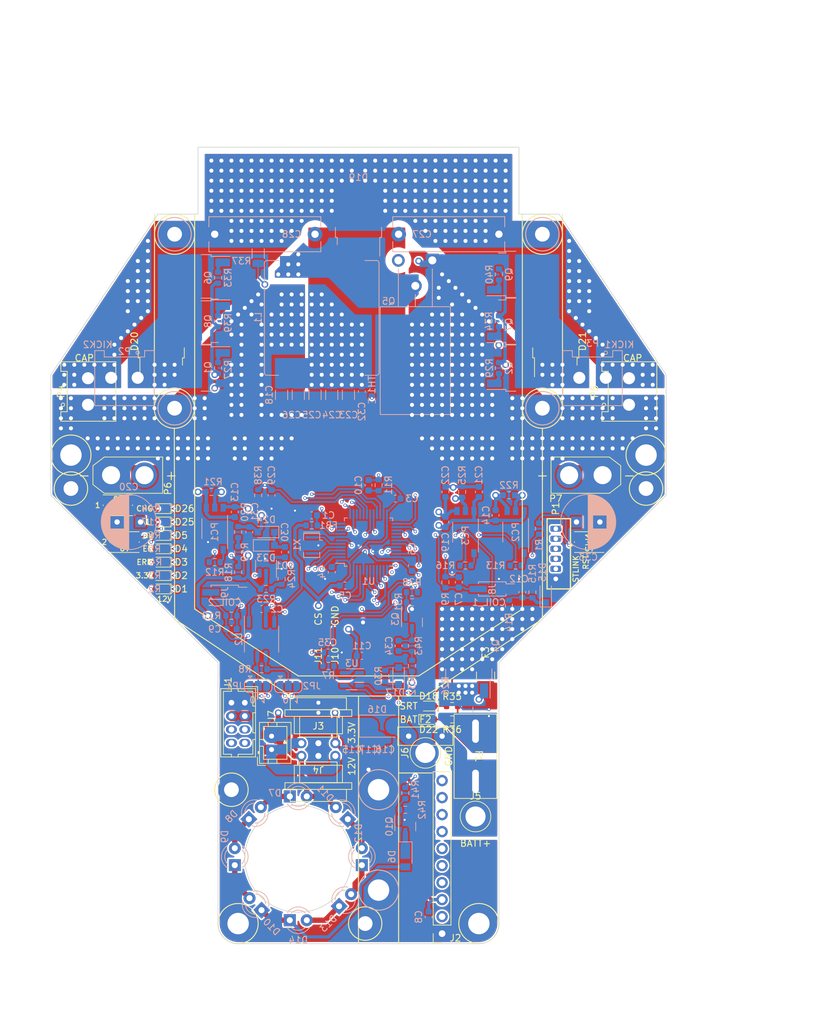
<source format=kicad_pcb>
(kicad_pcb (version 20211014) (generator pcbnew)
  (layers (0 "F.Cu" signal) (1 "In1.Cu" signal) (2 "In2.Cu" signal) (31 "B.Cu" signal) (34 "B.Paste" user) (35 "F.Paste" user) (36 "B.SilkS" user "B.Silkscreen") (37 "F.SilkS" user "F.Silkscreen") (38 "B.Mask" user) (39 "F.Mask" user) (44 "Edge.Cuts" user))
  (net 0 "")
  (net 1 "Net-(D10-Pad2)")
  (net 2 "GND")
  (net 3 "+3.3V")
  (net 4 "Net-(PC2-Pad1)")
  (net 5 "/CAP_450V")
  (net 6 "-12V")
  (net 7 "+12V")
  (net 8 "+BATT")
  (net 9 "/LED_1")
  (net 10 "Net-(D1-Pad1)")
  (net 11 "/LED_2")
  (net 13 "Net-(D2-Pad1)")
  (net 14 "/CAN_H")
  (net 15 "/CAN_L")
  (net 16 "Net-(PC1-Pad1)")
  (net 17 "/NRST")
  (net 18 "Net-(D6-Pad1)")
  (net 19 "Net-(Q10-Pad1)")
  (net 20 "/OSC_IN")
  (net 21 "/OSC_OUT")
  (net 22 "/USART_TX")
  (net 23 "/USART_RX")
  (net 24 "/CAN_RX")
  (net 25 "/CAN_TX")
  (net 26 "/SWDIO")
  (net 27 "/SWCLK")
  (net 28 "Net-(F1-Pad2)")
  (net 29 "Net-(PC3-Pad1)")
  (net 30 "Net-(PC3-Pad5)")
  (net 31 "Net-(D3-Pad1)")
  (net 32 "Net-(D4-Pad1)")
  (net 33 "/CAN0_L")
  (net 34 "/CAN0_H")
  (net 35 "/CAN1_L")
  (net 36 "/CAN1_H")
  (net 37 "/LOGIC_POWER")
  (net 38 "/BATT_CS")
  (net 39 "/POWER_SW_EN")
  (net 40 "Net-(D10-Pad1)")
  (net 41 "Net-(D17-Pad1)")
  (net 42 "Net-(D18-Pad1)")
  (net 43 "Net-(F1-Pad1)")
  (net 44 "/LED_3")
  (net 47 "Net-(Q1-Pad1)")
  (net 48 "Net-(Q2-Pad1)")
  (net 49 "Net-(Q6-Pad1)")
  (net 50 "Net-(Q7-Pad1)")
  (net 51 "Net-(Q8-Pad1)")
  (net 52 "Net-(Q9-Pad1)")
  (net 53 "/BATT_V")
  (net 54 "/GD_16P")
  (net 55 "/GD_16M")
  (net 56 "/BOOST_SW")
  (net 57 "/LED_CURRENT")
  (net 58 "/KICK_1")
  (net 59 "/KICK_2")
  (net 60 "/BOOST_V")
  (net 61 "/TEMP_FET")
  (net 62 "/TEMP_COIL_1")
  (net 63 "/TEMP_COIL_2")
  (net 64 "/MOUSE_NSS")
  (net 65 "/SPI1_SCK")
  (net 66 "/SPI1_MISO")
  (net 67 "/SPI1_MOSI")
  (net 68 "/MOUSE_RST")
  (net 69 "/GD_16M_PWM")
  (net 70 "/SW_1")
  (net 71 "/SW_2")
  (net 72 "Net-(C1-Pad2)")
  (net 73 "/KICK_2_SOURCE")
  (net 74 "Net-(C15-Pad2)")
  (net 75 "Net-(C21-Pad2)")
  (net 76 "Net-(C30-Pad1)")
  (net 77 "Net-(C30-Pad2)")
  (net 78 "Net-(D5-Pad1)")
  (net 79 "Net-(D7-Pad1)")
  (net 80 "Net-(D8-Pad1)")
  (net 81 "Net-(D11-Pad1)")
  (net 82 "Net-(D12-Pad1)")
  (net 83 "Net-(D13-Pad1)")
  (net 84 "Net-(D16-Pad2)")
  (net 85 "Net-(D17-Pad2)")
  (net 86 "Net-(D19-Pad2)")
  (net 87 "Net-(D20-Pad2)")
  (net 88 "Net-(D21-Pad2)")
  (net 92 "/KICK_2_GATE")
  (net 93 "/KICK_1_GATE")
  (net 94 "Net-(Q3-Pad1)")
  (net 95 "Net-(C34-Pad1)")
  (net 96 "Net-(R7-Pad2)")
  (net 97 "Net-(R19-Pad1)")
  (net 99 "/KICK_1_SOURCE")
  (net 100 "Net-(D22-Pad2)")
  (net 101 "Net-(C34-Pad2)")
  (net 102 "Net-(D25-Pad1)")
  (net 103 "/LED_4")
  (net 104 "Net-(D26-Pad1)")
  (net 105 "/LED_5")
  (footprint "LED_SMD:LED_0603_1608Metric" (layer "F.Cu") (at 95.5 106 180)
    (fp_text reference "D1")
    (fp_text value "LED")
  )
  (footprint "user:Hirose_DF63M-2P-3.96DSA_1x02_P3.96mm_Vertical_pinless" (layer "F.Cu") (at 165.45 78.48 90)
    (fp_text reference "P5")
    (fp_text value "CONN_01X02")
  )
  (footprint "Connector_AMASS:AMASS_XT30U-M_1x02_P5.0mm_Vertical" (layer "F.Cu") (at 88 89)
    (fp_text reference "P6")
    (fp_text value "CONN_01X02")
  )
  (footprint "Resistor_SMD:R_0603_1608Metric" (layer "F.Cu") (at 139 125.5)
    (fp_text reference "R36")
    (fp_text value "100k")
  )
  (footprint "user:WireSoldingPad" (layer "F.Cu") (at 119 113 90)
    (fp_text reference "J11")
    (fp_text value "Conn_01x01")
  )
  (footprint "Connector_JST:JST_PH_B2B-PH-K_1x02_P2.00mm_Vertical" (layer "F.Cu") (at 112 130 90)
    (fp_text reference "J7")
    (fp_text value "Conn_01x02")
  )
  (footprint "LED_SMD:LED_0603_1608Metric" (layer "F.Cu") (at 135.5 123.5 180)
    (fp_text reference "D18")
    (fp_text value "LED")
  )
  (footprint "user:VX07805-500" (layer "F.Cu") (at 119 130.951 180)
    (fp_text reference "J4")
    (fp_text value "Conn_01x03")
  )
  (footprint "LED_SMD:LED_0603_1608Metric" (layer "F.Cu") (at 135.5 125.5)
    (fp_text reference "D22")
    (fp_text value "LED")
  )
  (footprint "LED_SMD:LED_0603_1608Metric" (layer "F.Cu") (at 95.5 96 180)
    (fp_text reference "D25")
    (fp_text value "LED")
  )
  (footprint "Capacitor_THT:C_Disc_D8.0mm_W2.5mm_P5.00mm" (layer "F.Cu") (at 132.5 128)
    (fp_text reference "F2")
    (fp_text value "Fuse")
  )
  (footprint "LED_SMD:LED_0603_1608Metric" (layer "F.Cu") (at 95.5 94 180)
    (fp_text reference "D26")
    (fp_text value "LED")
  )
  (footprint "Connector_Hirose:Hirose_DF11-8DP-2DSA_2x04_P2.00mm_Vertical" (layer "F.Cu") (at 108 123 -90)
    (fp_text reference "J1")
    (fp_text value "Conn_02x04_Odd_Even")
  )
  (footprint "Fuse:Fuse_1210_3225Metric" (layer "F.Cu") (at 144 119 90)
    (fp_text reference "F3")
    (fp_text value "Fuse")
  )
  (footprint "Connector_PinSocket_2.54mm:PinSocket_1x10_P2.54mm_Vertical" (layer "F.Cu") (at 137.5 157.5 180)
    (fp_text reference "J2")
    (fp_text value "Conn_01x10")
  )
  (footprint "Button_Switch_SMD:SW_Push_1P1T_NO_CK_KMR2" (layer "F.Cu") (at 90 99)
    (fp_text reference "SW3")
    (fp_text value "SW_Push")
  )
  (footprint "user:TO-252-2-RD" (layer "F.Cu") (at 154.5 69 90)
    (fp_text reference "D21")
    (fp_text value "D")
  )
  (footprint "LED_SMD:LED_0603_1608Metric" (layer "F.Cu") (at 95.5 100 180)
    (fp_text reference "D4")
    (fp_text value "LED")
  )
  (footprint "LED_SMD:LED_0603_1608Metric" (layer "F.Cu") (at 95.5 104 180)
    (fp_text reference "D2")
    (fp_text value "LED")
  )
  (footprint "user:Reusable_Breaker_Top" (layer "F.Cu") (at 142.5 131 -90)
    (fp_text reference "F1")
    (fp_text value "Fuse")
  )
  (footprint "user:Hirose_DF63M-2P-3.96DSA_1x02_P3.96mm_Vertical_pinless" (layer "F.Cu") (at 84.55 78.48 90)
    (fp_text reference "P4")
    (fp_text value "CONN_01X02")
  )
  (footprint "user:VX07805-500" (layer "F.Cu") (at 119 129.049)
    (fp_text reference "J3")
    (fp_text value "Conn_01x03")
  )
  (footprint "LED_SMD:LED_0603_1608Metric" (layer "F.Cu") (at 95.5 102 180)
    (fp_text reference "D3")
    (fp_text value "LED")
  )
  (footprint "Resistor_SMD:R_0603_1608Metric" (layer "F.Cu") (at 139 123.5)
    (fp_text reference "R35")
    (fp_text value "100k")
  )
  (footprint "user:TO-252-2-RD" (layer "F.Cu") (at 95.5 69 90)
    (fp_text reference "D20")
    (fp_text value "D")
  )
  (footprint "Connector_AMASS:AMASS_XT30U-M_1x02_P5.0mm_Vertical" (layer "F.Cu") (at 161.5 89 180)
    (fp_text reference "P7")
    (fp_text value "CONN_01X02")
  )
  (footprint "LED_SMD:LED_0603_1608Metric" (layer "F.Cu") (at 95.5 98 180)
    (fp_text reference "D5")
    (fp_text value "LED")
  )
  (footprint "TestPoint:TestPoint_Plated_Hole_D3.0mm" (layer "F.Cu") (at 142.5 140)
    (fp_text reference "J5")
    (fp_text value "Conn_01x01")
  )
  (footprint "user:WireSoldingPad" (layer "F.Cu") (at 121.5 113 90)
    (fp_text reference "J10")
    (fp_text value "Conn_01x01")
  )
  (footprint "user:ZH_B6B-ZR" (layer "F.Cu") (at 154.5 104.5 90)
    (fp_text reference "P1")
    (fp_text value "CONN_01X06")
  )
  (footprint "Button_Switch_SMD:SW_Push_1P1T_NO_CK_KMR2" (layer "F.Cu") (at 89 93.5 180)
    (fp_text reference "SW2")
    (fp_text value "SW_Push")
  )
  (footprint "TestPoint:TestPoint_Plated_Hole_D3.0mm" (layer "F.Cu") (at 135 130.5 90)
    (fp_text reference "J6")
    (fp_text value "Conn_01x01")
  )
  (footprint "Button_Switch_SMD:SW_Push_1P1T_NO_CK_KMR2" (layer "F.Cu") (at 159.5 99 180)
    (fp_text reference "SW1")
    (fp_text value "SW_Push")
  )
  (footprint "Capacitor_THT:CP_Radial_D8.0mm_P3.50mm" (layer "B.Cu") (at 92.402651 96 180)
    (fp_text reference "C20")
    (fp_text value "150u")
  )
  (footprint "Resistor_SMD:R_0603_1608Metric" (layer "B.Cu") (at 106 110)
    (fp_text reference "R10")
    (fp_text value "10k")
  )
  (footprint "Diode_SMD:D_SOD-323_HandSoldering" (layer "B.Cu") (at 131 119 90)
    (fp_text reference "D17")
    (fp_text value "D_Zener")
  )
  (footprint "Resistor_SMD:R_1206_3216Metric" (layer "B.Cu") (at 110 55.9 -90)
    (fp_text reference "R37")
    (fp_text value "1M")
  )
  (footprint "Connector_PinHeader_2.00mm:PinHeader_2x01_P2.00mm_Vertical_SMD" (layer "B.Cu") (at 105 106.5 180)
    (fp_text reference "J9")
    (fp_text value "Conn_01x02")
  )
  (footprint "user:TO-252-2_diff" (layer "B.Cu") (at 100.5 73 180)
    (fp_text reference "Q1")
    (fp_text value "Q_NMOS_GDS")
  )
  (footprint "Jumper:SolderJumper-3_P1.3mm_Open_RoundedPad1.0x1.5mm" (layer "B.Cu") (at 114.5 120.5)
    (fp_text reference "JP2")
    (fp_text value "Jumper_3_Open")
  )
  (footprint "Resistor_SMD:R_0603_1608Metric" (layer "B.Cu") (at 97 104 180)
    (fp_text reference "R3")
    (fp_text value "4.7k")
  )
  (footprint "Capacitor_SMD:C_0603_1608Metric" (layer "B.Cu") (at 118 95)
    (fp_text reference "C1")
    (fp_text value "0.1u")
  )
  (footprint "Capacitor_THT:CP_Radial_D8.0mm_P3.50mm" (layer "B.Cu") (at 157.597349 96)
    (fp_text reference "C33")
    (fp_text value "150u")
  )
  (footprint "Resistor_SMD:R_0603_1608Metric" (layer "B.Cu") (at 138 105 90)
    (fp_text reference "R9")
    (fp_text value "10k")
  )
  (footprint "Resistor_SMD:R_0603_1608Metric" (layer "B.Cu") (at 103.5 102 180)
    (fp_text reference "R12")
    (fp_text value "100")
  )
  (footprint "Package_TO_SOT_SMD:SOT-23-5" (layer "B.Cu") (at 111.175 102.5 90)
    (fp_text reference "GD1")
    (fp_text value "MCP1402T")
  )
  (footprint "Resistor_SMD:R_0603_1608Metric" (layer "B.Cu") (at 107 100.5 -90)
    (fp_text reference "R19")
    (fp_text value "10k")
  )
  (footprint "Resistor_SMD:R_0603_1608Metric" (layer "B.Cu") (at 97 102 180)
    (fp_text reference "R4")
    (fp_text value "4.7k")
  )
  (footprint "Resistor_SMD:R_0603_1608Metric" (layer "B.Cu") (at 111.175 106 180)
    (fp_text reference "R23")
    (fp_text value "10k")
  )
  (footprint "Capacitor_SMD:C_0603_1608Metric" (layer "B.Cu") (at 133 102.5 -90)
    (fp_text reference "C6")
    (fp_text value "0.1u")
  )
  (footprint "user:Hirose_DF63M-2P-3.96DSA_1x02_P3.96mm_Vertical_pinless" (layer "B.Cu") (at 91.98 74.45 180)
    (fp_text reference "P2")
    (fp_text value "CONN_01X02")
  )
  (footprint "LED_THT:LED_D3.0mm" (layer "B.Cu") (at 108.598439 140.401561 45)
    (fp_text reference "D8")
    (fp_text value "LED")
  )
  (footprint "Capacitor_SMD:C_1206_3216Metric" (layer "B.Cu") (at 124 130 90)
    (fp_text reference "C15")
    (fp_text value "4.7u")
  )
  (footprint "Resistor_SMD:R_0603_1608Metric" (layer "B.Cu") (at 147.5 108.5 90)
    (fp_text reference "R14")
    (fp_text value "10k")
  )
  (footprint "LED_THT:LED_D3.0mm" (layer "B.Cu") (at 123.401561 140.401561 135)
    (fp_text reference "D11")
    (fp_text value "LED")
  )
  (footprint "Capacitor_SMD:C_0603_1608Metric" (layer "B.Cu") (at 140 105 -90)
    (fp_text reference "C7")
    (fp_text value "0.1u")
  )
  (footprint "Capacitor_SMD:C_0603_1608Metric" (layer "B.Cu") (at 125.5 116 180)
    (fp_text reference "C11")
    (fp_text value "0.1u")
  )
  (footprint "Package_TO_SOT_SMD:TO-252-2" (layer "B.Cu") (at 149.5 59)
    (fp_text reference "Q9")
    (fp_text value "Q_NMOS_GDS")
  )
  (footprint "Resistor_SMD:R_0603_1608Metric" (layer "B.Cu") (at 128 90.5 -90)
    (fp_text reference "R11")
    (fp_text value "10k")
  )
  (footprint "Capacitor_SMD:C_0603_1608Metric" (layer "B.Cu") (at 130.5 92.5)
    (fp_text reference "C3")
    (fp_text value "0.1u")
  )
  (footprint "Resistor_SMD:R_0603_1608Metric" (layer "B.Cu") (at 133 106.5)
    (fp_text reference "R28")
    (fp_text value "100")
  )
  (footprint "Resistor_SMD:R_0603_1608Metric" (layer "B.Cu") (at 104 66 -90)
    (fp_text reference "R39")
    (fp_text value "10")
  )
  (footprint "Resistor_SMD:R_0603_1608Metric" (layer "B.Cu") (at 133 117.5 -90)
    (fp_text reference "R32")
    (fp_text value "1k")
  )
  (footprint "Capacitor_SMD:C_0603_1608Metric" (layer "B.Cu") (at 125.5 76.5 90)
    (fp_text reference "C32")
    (fp_text value "1u")
  )
  (footprint "Package_TO_SOT_SMD:SOT-23-5" (layer "B.Cu") (at 124 119.5 180)
    (fp_text reference "U3")
    (fp_text value "ZXCT108x")
  )
  (footprint "Diode_SMD:D_PowerDI-123" (layer "B.Cu") (at 132 146 -90)
    (fp_text reference "D6")
    (fp_text value "D")
  )
  (footprint "Resistor_SMD:R_0603_1608Metric" (layer "B.Cu") (at 97 100 180)
    (fp_text reference "R5")
    (fp_text value "4.7k")
  )
  (footprint "Resistor_SMD:R_0603_1608Metric" (layer "B.Cu") (at 129 119 -90)
    (fp_text reference "R30")
    (fp_text value "10k")
  )
  (footprint "Resistor_SMD:R_0603_1608Metric" (layer "B.Cu") (at 146 73 -90)
    (fp_text reference "R29")
    (fp_text value "10")
  )
  (footprint "Resistor_SMD:R_0603_1608Metric" (layer "B.Cu") (at 140.5 91.5 -90)
    (fp_text reference "R25")
    (fp_text value "1k")
  )
  (footprint "Capacitor_SMD:C_0603_1608Metric" (layer "B.Cu") (at 106 112 180)
    (fp_text reference "C9")
    (fp_text value "0.1u")
  )
  (footprint "Capacitor_SMD:C_1206_3216Metric" (layer "B.Cu") (at 118.5 77 -90)
    (fp_text reference "C25")
    (fp_text value "4.7u")
  )
  (footprint "Package_TO_SOT_SMD:TO-252-2" (layer "B.Cu") (at 100.5 59.5 180)
    (fp_text reference "Q6")
    (fp_text value "Q_NMOS_GDS")
  )
  (footprint "Capacitor_SMD:C_0603_1608Metric" (layer "B.Cu") (at 121 103.5 90)
    (fp_text reference "C4")
    (fp_text value "0.1u")
  )
  (footprint "Package_TO_SOT_SMD:TO-252-2" (layer "B.Cu") (at 100.5 66 180)
    (fp_text reference "Q8")
    (fp_text value "Q_NMOS_GDS")
  )
  (footprint "Capacitor_SMD:C_0603_1608Metric" (layer "B.Cu") (at 106.5 94.5 90)
    (fp_text reference "C13")
    (fp_text value "1u")
  )
  (footprint "Resistor_SMD:R_0603_1608Metric" (layer "B.Cu") (at 97 94 180)
    (fp_text reference "R44")
    (fp_text value "4.7k")
  )
  (footprint "Crystal:Resonator_SMD_Murata_CSTxExxV-3Pin_3.0x1.1mm" (layer "B.Cu") (at 118 99.5 -90)
    (fp_text reference "X1")
    (fp_text value "ceralock")
  )
  (footprint "Resistor_SMD:R_0603_1608Metric" (layer "B.Cu") (at 132 136.5 90)
    (fp_text reference "R41")
    (fp_text value "100")
  )
  (footprint "Capacitor_THT:C_Rect_L16.5mm_W5.0mm_P15.00mm_MKT" (layer "B.Cu") (at 146 53 180)
    (fp_text reference "C27")
    (fp_text value "0.1u")
  )
  (footprint "Package_SO:MFSOP6-5_4.4x3.6mm_P1.27mm" (layer "B.Cu") (at 148.5 97.5 90)
    (fp_text reference "PC2")
    (fp_text value "TLP117")
  )
  (footprint "Resistor_SMD:R_0603_1608Metric" (layer "B.Cu") (at 147.5 92)
    (fp_text reference "R22")
    (fp_text value "1k")
  )
  (footprint "Resistor_SMD:R_0603_1608Metric" (layer "B.Cu") (at 118 96.5 180)
    (fp_text reference "FB1")
    (fp_text value "FerriteBead")
  )
  (footprint "Capacitor_SMD:C_0603_1608Metric" (layer "B.Cu") (at 143 91.5 90)
    (fp_text reference "C21")
    (fp_text value "1u")
  )
  (footprint "Capacitor_SMD:C_0603_1608Metric" (layer "B.Cu") (at 138 91.5 90)
    (fp_text reference "C22")
    (fp_text value "1u")
  )
  (footprint "Capacitor_SMD:C_0603_1608Metric" (layer "B.Cu") (at 126.5 90.5 90)
    (fp_text reference "C10")
    (fp_text value "0.1u")
  )
  (footprint "Resistor_SMD:R_0603_1608Metric" (layer "B.Cu") (at 107 103.5 -90)
    (fp_text reference "R18")
    (fp_text value "10k")
  )
  (footprint "Package_SO:SO-8_3.9x4.9mm_P1.27mm" (layer "B.Cu") (at 110.5 113.5 -90)
    (fp_text reference "U2")
    (fp_text value "MAX3051")
  )
  (footprint "LED_THT:LED_D3.0mm" (layer "B.Cu") (at 106.5 147.275 90)
    (fp_text reference "D9")
    (fp_text value "LED")
  )
  (footprint "Capacitor_SMD:C_0603_1608Metric" (layer "B.Cu") (at 135.5 155 90)
    (fp_text reference "C8")
    (fp_text value "0.1u")
  )
  (footprint "Resistor_SMD:R_0603_1608Metric" (layer "B.Cu") (at 110 92 -90)
    (fp_text reference "R38")
    (fp_text value "4.7k")
  )
  (footprint "Package_TO_SOT_SMD:SOT-23" (layer "B.Cu") (at 133 111 -90)
    (fp_text reference "Q3")
    (fp_text value "Q_NMOS_GSD")
  )
  (footprint "Package_TO_SOT_SMD:TO-252-2" (layer "B.Cu") (at 141.5 117 90)
    (fp_text reference "Q4")
    (fp_text value "Q_PMOS_GDS")
  )
  (footprint "Capacitor_SMD:C_0603_1608Metric" (layer "B.Cu") (at 138 96 -90)
    (fp_text reference "C19")
    (fp_text value "1u")
  )
  (footprint "Resistor_SMD:R_0603_1608Metric" (layer "B.Cu") (at 146 59 -90)
    (fp_text reference "R40")
    (fp_text value "10")
  )
  (footprint "Diode_SMD:D_SMA" (layer "B.Cu") (at 128.5 126.5)
    (fp_text reference "D16")
    (fp_text value "D")
  )
  (footprint "Diode_SMD:D_SOD-323_HandSoldering" (layer "B.Cu") (at 111.175 97.5 180)
    (fp_text reference "D24")
    (fp_text value "D")
  )
  (footprint "Resistor_SMD:R_0603_1608Metric" (layer "B.Cu") (at 110.5 118 180)
    (fp_text reference "R8")
    (fp_text value "120")
  )
  (footprint "Resistor_SMD:R_0603_1608Metric" (layer "B.Cu") (at 152 97 90)
    (fp_text reference "R1")
    (fp_text value "1k")
  )
  (footprint "Capacitor_SMD:C_0603_1608Metric" (layer "B.Cu") (at 145.5 95 -90)
    (fp_text reference "C14")
    (fp_text value "1u")
  )
  (footprint "Capacitor_SMD:C_1206_3216Metric" (layer "B.Cu") (at 126.5 130 90)
    (fp_text reference "C17")
    (fp_text value "4.7u")
  )
  (footprint "Resistor_SMD:R_1020_2550Metric" (layer "B.Cu") (at 139.5 124 90)
    (fp_text reference "R26")
    (fp_text value "2m")
  )
  (footprint "Resistor_SMD:R_0603_1608Metric" (layer "B.Cu") (at 97 106 180)
    (fp_text reference "R2")
    (fp_text value "47k")
  )
  (footprint "LED_THT:LED_D3.0mm" (layer "B.Cu") (at 114.725 155.5)
    (fp_text reference "D14")
    (fp_text value "LED")
  )
  (footprint "Capacitor_SMD:C_1206_3216Metric" (layer "B.Cu") (at 121 77 -90)
    (fp_text reference "C24")
    (fp_text value "4.7u")
  )
  (footprint "Resistor_SMD:R_0603_1608Metric" (layer "B.Cu") (at 103 91.5)
    (fp_text reference "R21")
    (fp_text value "1k")
  )
  (footprint "Package_SO:MFSOP6-5_4.4x3.6mm_P1.27mm" (layer "B.Cu") (at 103.5 97 90)
    (fp_text reference "PC1")
    (fp_text value "TLP117")
  )
  (footprint "Resistor_SMD:R_0603_1608Metric" (layer "B.Cu") (at 127 78 90)
    (fp_text reference "TH1")
    (fp_text value "Thermistor")
  )
  (footprint "Capacitor_SMD:C_1206_3216Metric" (layer "B.Cu") (at 116 77 -90)
    (fp_text reference "C26")
    (fp_text value "4.7u")
  )
  (footprint "LED_THT:LED_D3.0mm" (layer "B.Cu") (at 110.5 154 135)
    (fp_text reference "D10")
    (fp_text value "LED")
  )
  (footprint "Package_QFP:LQFP-48_7x7mm_P0.5mm" (layer "B.Cu") (at 126.5 99)
    (fp_text reference "U1")
    (fp_text value "STM32F303CBTx")
  )
  (footprint "Resistor_SMD:R_0603_1608Metric" (layer "B.Cu") (at 107 97.5 -90)
    (fp_text reference "R20")
    (fp_text value "1k")
  )
  (footprint "Inductor_SMD:L_Bourns_SRP1770TA_16.9x16.9mm" (layer "B.Cu") (at 119.5 65.5 90)
    (fp_text reference "L1")
    (fp_text value "10uH")
  )
  (footprint "Capacitor_SMD:C_0603_1608Metric" (layer "B.Cu") (at 110.5 109)
    (fp_text reference "C2")
    (fp_text value "0.1u")
  )
  (footprint "Resistor_SMD:R_0603_1608Metric" (layer "B.Cu") (at 133 114.5 -90)
    (fp_text reference "R43")
    (fp_text value "4.7k")
  )
  (footprint "user:TO-220F-3_Horizontal_TabDown_HV_INV_diff" (layer "B.Cu") (at 130.96 60.7175)
    (fp_text reference "Q5")
    (fp_text value "Q_NMOS_GDS")
  )
  (footprint "Capacitor_SMD:C_0603_1608Metric" (layer "B.Cu") (at 149.5 106.5 -90)
    (fp_text reference "C12")
    (fp_text value "0.1u")
  )
  (footprint "Capacitor_SMD:C_1206_3216Metric" (layer "B.Cu") (at 113.5 77 -90)
    (fp_text reference "C18")
    (fp_text value "4.7u")
  )
  (footprint "LED_THT:LED_D3.0mm" (layer "B.Cu") (at 125.5 147.275 90)
    (fp_text reference "D12")
    (fp_text value "LED")
  )
  (footprint "user:Hirose_DF63M-2P-3.96DSA_1x02_P3.96mm_Vertical_pinless" (layer "B.Cu") (at 161.98 74.45 180)
    (fp_text reference "P3")
    (fp_text value "CONN_01X02")
  )
  (footprint "Capacitor_SMD:C_1206_3216Metric" (layer "B.Cu") (at 129 130 90)
    (fp_text reference "C16")
    (fp_text value "4.7u")
  )
  (footprint "LED_THT:LED_D3.0mm" (layer "B.Cu") (at 122.098439 153.401561 45)
    (fp_text reference "D13")
    (fp_text value "LED")
  )
  (footprint "Resistor_SMD:R_0603_1608Metric" (layer "B.Cu") (at 113.5 104.5 -90)
    (fp_text reference "R24")
    (fp_text value "1k")
  )
  (footprint "Resistor_SMD:R_0603_1608Metric" (layer "B.Cu") (at 104 73 -90)
    (fp_text reference "R27")
    (fp_text value "10")
  )
  (footprint "Capacitor_SMD:C_0603_1608Metric" (layer "B.Cu") (at 108.675 97.5 90)
    (fp_text reference "C31")
    (fp_text value "1u")
  )
  (footprint "Capacitor_SMD:C_0603_1608Metric" (layer "B.Cu") (at 112 92 90)
    (fp_text reference "C29")
    (fp_text value "0.1u")
  )
  (footprint "Package_SO:MFSOP6-5_4.4x3.6mm_P1.27mm" (layer "B.Cu") (at 141 97.5 90)
    (fp_text reference "PC3")
    (fp_text value "TLP117")
  )
  (footprint "LED_THT:LED_D3.0mm" (layer "B.Cu") (at 114.725 137)
    (fp_text reference "D7")
    (fp_text value "LED")
  )
  (footprint "Capacitor_SMD:C_0603_1608Metric" (layer "B.Cu") (at 131 114.5 -90)
    (fp_text reference "C34")
    (fp_text value "0.1u")
  )
  (footprint "Resistor_SMD:R_0603_1608Metric" (layer "B.Cu") (at 104 59.5 -90)
    (fp_text reference "R33")
    (fp_text value "10")
  )
  (footprint "Capacitor_SMD:C_1206_3216Metric" (layer "B.Cu") (at 123.5 77 -90)
    (fp_text reference "C23")
    (fp_text value "4.7u")
  )
  (footprint "Capacitor_THT:C_Rect_L16.5mm_W5.0mm_P15.00mm_MKT" (layer "B.Cu") (at 103.5 53)
    (fp_text reference "C28")
    (fp_text value "0.1u")
  )
  (footprint "Package_TO_SOT_SMD:SOT-23" (layer "B.Cu") (at 132 141.5 -90)
    (fp_text reference "Q10")
    (fp_text value "Q_NMOS_GSD")
  )
  (footprint "Resistor_SMD:R_0603_1608Metric" (layer "B.Cu") (at 141 102.5 180)
    (fp_text reference "R16")
    (fp_text value "100")
  )
  (footprint "Capacitor_SMD:C_0603_1608Metric" (layer "B.Cu") (at 123 105.5 180)
    (fp_text reference "C5")
    (fp_text value "0.1u")
  )
  (footprint "Capacitor_SMD:C_0603_1608Metric" (layer "B.Cu") (at 120.5 115.5)
    (fp_text reference "C35")
    (fp_text value "0.1u")
  )
  (footprint "Jumper:SolderJumper-3_P1.3mm_Open_RoundedPad1.0x1.5mm" (layer "B.Cu") (at 110 120.5)
    (fp_text reference "JP1")
    (fp_text value "Jumper_3_Open")
  )
  (footprint "user:TO-252-2_diff" (layer "B.Cu") (at 149.5 73)
    (fp_text reference "Q2")
    (fp_text value "Q_NMOS_GDS")
  )
  (footprint "Resistor_SMD:R_0603_1608Metric" (layer "B.Cu") (at 132 139 180)
    (fp_text reference "R42")
    (fp_text value "1k")
  )
  (footprint "user:TO-252-2-RD" (layer "B.Cu") (at 125 51 90)
    (fp_text reference "D19")
    (fp_text value "D")
  )
  (footprint "Capacitor_SMD:C_0603_1608Metric" (layer "B.Cu") (at 114 100.5 90)
    (fp_text reference "C30")
    (fp_text value "1u")
  )
  (footprint "Resistor_SMD:R_0603_1608Metric" (layer "B.Cu") (at 146 66 -90)
    (fp_text reference "R34")
    (fp_text value "10")
  )
  (footprint "Resistor_SMD:R_0603_1608Metric" (layer "B.Cu") (at 97 96 180)
    (fp_text reference "R17")
    (fp_text value "4.7k")
  )
  (footprint "Connector_PinHeader_2.00mm:PinHeader_2x01_P2.00mm_Vertical_SMD" (layer "B.Cu") (at 145 106 180)
    (fp_text reference "J8")
    (fp_text value "Conn_01x02")
  )
  (footprint "Resistor_SMD:R_0603_1608Metric" (layer "B.Cu") (at 133 108 180)
    (fp_text reference "R31")
    (fp_text value "1k")
  )
  (footprint "Package_TO_SOT_SMD:TO-252-2" (layer "B.Cu") (at 149.5 66)
    (fp_text reference "Q7")
    (fp_text value "Q_NMOS_GDS")
  )
  (footprint "Diode_SMD:D_SOD-323_HandSoldering" (layer "B.Cu") (at 153 106.7875 90)
    (fp_text reference "D15")
    (fp_text value "D_Zener_3.3V")
  )
  (footprint "Resistor_SMD:R_0603_1608Metric" (layer "B.Cu") (at 151 106.5 90)
    (fp_text reference "R15")
    (fp_text value "1k")
  )
  (footprint "Resistor_SMD:R_0603_1608Metric" (layer "B.Cu") (at 148.5 102.5 180)
    (fp_text reference "R13")
    (fp_text value "100")
  )
  (footprint "Resistor_SMD:R_0603_1608Metric" (layer "B.Cu") (at 120.5 117.5)
    (fp_text reference "R7")
    (fp_text value "100")
  )
  (footprint "Diode_SMD:D_SOD-323_HandSoldering" (layer "B.Cu") (at 111.175 99.5)
    (fp_text reference "D23")
    (fp_text value "D")
  )
  (footprint "Resistor_SMD:R_0603_1608Metric" (layer "B.Cu") (at 97 98 180)
    (fp_text reference "R6")
    (fp_text value "4.7k")
  )
  (gr_circle (center 128 136) (end 131 136) (layer "B.SilkS") (width 0.15) (fill none))
  (gr_circle (center 128 151) (end 131 151) (layer "B.SilkS") (width 0.15) (fill none))
  (gr_circle (center 152.5 79) (end 155 79) (layer "B.SilkS") (width 0.15) (fill none))
  (gr_circle (center 152.5 53) (end 155 53) (layer "B.SilkS") (width 0.15) (fill none))
  (gr_circle (center 97.5 79) (end 100 79) (layer "B.SilkS") (width 0.15) (fill none))
  (gr_circle (center 97.5 53) (end 100 53) (layer "B.SilkS") (width 0.15) (fill none))
  (gr_line (start 100.5 109) (end 100.5 50) (layer "F.SilkS") (width 0.15))
  (gr_line (start 125 122) (end 125 159) (layer "F.SilkS") (width 0.15))
  (gr_circle (center 168 91) (end 170.5 91) (layer "F.SilkS") (width 0.15) (fill none))
  (gr_line (start 116 119) (end 134 119) (layer "F.SilkS") (width 0.15))
  (gr_line (start 149.5 50) (end 149.5 109) (layer "F.SilkS") (width 0.15))
  (gr_circle (center 97.5 53) (end 94.5 53) (layer "F.SilkS") (width 0.15) (fill none))
  (gr_circle (center 152.5 53) (end 155.5 53) (layer "F.SilkS") (width 0.15) (fill none))
  (gr_circle (center 82 91) (end 84.5 91) (layer "F.SilkS") (width 0.15) (fill none))
  (gr_circle (center 126 156) (end 128.5 156) (layer "F.SilkS") (width 0.15) (fill none))
  (gr_circle (center 152.5 79) (end 155.5 79) (layer "F.SilkS") (width 0.15) (fill none))
  (gr_circle (center 97.46 79) (end 94.46 79) (layer "F.SilkS") (width 0.15) (fill none))
  (gr_circle (center 143 156) (end 146 156) (layer "F.SilkS") (width 0.15) (fill none))
  (gr_line (start 97.46 82) (end 97.5 110.5) (layer "F.SilkS") (width 0.15))
  (gr_line (start 97.5 110.5) (end 114.8 122) (layer "F.SilkS") (width 0.15))
  (gr_line (start 152.5 110.5) (end 135 122) (layer "F.SilkS") (width 0.15))
  (gr_circle (center 168 86) (end 171 86) (layer "F.SilkS") (width 0.15) (fill none))
  (gr_circle (center 106 136) (end 108.5 136) (layer "F.SilkS") (width 0.15) (fill none))
  (gr_circle (center 82 86) (end 85 86) (layer "F.SilkS") (width 0.15) (fill none))
  (gr_line (start 155.5 79) (end 155.5 50) (layer "F.SilkS") (width 0.15))
  (gr_line (start 116 119) (end 100.5 109) (layer "F.SilkS") (width 0.15))
  (gr_line (start 134 119) (end 149.5 109) (layer "F.SilkS") (width 0.15))
  (gr_line (start 114.8 122) (end 135 122) (layer "F.SilkS") (width 0.15))
  (gr_line (start 131 133.5) (end 136 133.5) (layer "F.SilkS") (width 0.15))
  (gr_line (start 94.5 50) (end 94.46 79) (layer "F.SilkS") (width 0.15))
  (gr_line (start 131 159) (end 131 122) (layer "F.SilkS") (width 0.15))
  (gr_line (start 152.5 82) (end 152.5 110.5) (layer "F.SilkS") (width 0.15))
  (gr_circle (center 107 156) (end 110 156) (layer "F.SilkS") (width 0.15) (fill none))
  (gr_line (start 149 50) (end 155 50) (layer "Edge.Cuts") (width 0.1))
  (gr_line (start 104 117) (end 79 92) (layer "Edge.Cuts") (width 0.1))
  (gr_line (start 155 50) (end 171 74) (layer "Edge.Cuts") (width 0.1))
  (gr_arc (start 107 159) (mid 104.87868 158.12132) (end 104 156) (layer "Edge.Cuts") (width 0.1))
  (gr_line (start 101 40) (end 101 50) (layer "Edge.Cuts") (width 0.1))
  (gr_line (start 149 40) (end 101 40) (layer "Edge.Cuts") (width 0.1))
  (gr_line (start 95 50) (end 101 50) (layer "Edge.Cuts") (width 0.1))
  (gr_line (start 79 92) (end 79 74) (layer "Edge.Cuts") (width 0.1))
  (gr_line (start 171 92) (end 146 117) (layer "Edge.Cuts") (width 0.1))
  (gr_line (start 171 92) (end 171 74) (layer "Edge.Cuts") (width 0.1))
  (gr_circle (center 116 146.3) (end 124 146.3) (layer "Edge.Cuts") (width 0.1) (fill none))
  (gr_line (start 79 74) (end 95 50) (layer "Edge.Cuts") (width 0.1))
  (gr_line (start 146 156) (end 146 117) (layer "Edge.Cuts") (width 0.1))
  (gr_line (start 104 117) (end 104 156) (layer "Edge.Cuts") (width 0.1))
  (gr_line (start 149 50) (end 149 40) (layer "Edge.Cuts") (width 0.1))
  (gr_line (start 107 159) (end 143 159) (layer "Edge.Cuts") (width 0.1))
  (gr_arc (start 146 156) (mid 145.12132 158.12132) (end 143 159) (layer "Edge.Cuts") (width 0.1))
  (gr_text "COIL_2" (at 105 108) (layer "B.SilkS") (effects (font (size 1 1)) (justify mirror)))
  (gr_text "KICK1" (at 164 69.5) (layer "B.SilkS") (effects (font (size 1 1)) (justify mirror)))
  (gr_text "COIL_1" (at 144.5 108) (layer "B.SilkS") (effects (font (size 1 1)) (justify mirror)))
  (gr_text "0 1   0 1" (at 112.5 122.5 180) (layer "B.SilkS") (effects (font (size 1 1)) (justify mirror)))
  (gr_text "KICK2" (at 86 69.5) (layer "B.SilkS") (effects (font (size 1 1)) (justify mirror)))
  (gr_text "CS" (at 119 110.5 90) (layer "F.SilkS") (effects (font (size 1 1))))
  (gr_text "BATT+" (at 142.5 144) (layer "F.SilkS") (effects (font (size 1 1))))
  (gr_text "STLINK" (at 157.5 103 90) (layer "F.SilkS") (effects (font (size 0.8 0.8))))
  (gr_text "3.3V" (at 124 127.5 90) (layer "F.SilkS") (effects (font (size 1 1))))
  (gr_text "RST" (at 159 102 90) (layer "F.SilkS") (effects (font (size 0.8 0.8))))
  (gr_text "EN" (at 93.5 100) (layer "F.SilkS") (effects (font (size 0.8 0.8))))
  (gr_text "ERR" (at 93 102) (layer "F.SilkS") (effects (font (size 0.8 0.8))))
  (gr_text "GND" (at 121.5 110 90) (layer "F.SilkS") (effects (font (size 1 1))))
  (gr_text "12V" (at 124 132.5 90) (layer "F.SilkS") (effects (font (size 1 1))))
  (gr_text "HV" (at 93.5 98) (layer "F.SilkS") (effects (font (size 0.8 0.8))))
  (gr_text "BAT\n" (at 132.5 125.5) (layer "F.SilkS") (effects (font (size 1 1))))
  (gr_text "12V" (at 96 107.5) (layer "F.SilkS") (effects (font (size 0.8 0.8))))
  (gr_text "1" (at 93.5 96) (layer "F.SilkS") (effects (font (size 0.8 0.8))))
  (gr_text "CAP" (at 84 71.5) (layer "F.SilkS") (effects (font (size 1 1))))
  (gr_text "CAP" (at 166 71.5) (layer "F.SilkS") (effects (font (size 1 1))))
  (gr_text "SRT" (at 132.5 123.5) (layer "F.SilkS") (effects (font (size 1 1))))
  (gr_text "3.3V" (at 93 104) (layer "F.SilkS") (effects (font (size 0.8 0.8))))
  (gr_text "GND" (at 138.5 131 90) (layer "F.SilkS") (effects (font (size 1 1))))
  (gr_text "1" (at 86 93.5) (layer "F.SilkS") (effects (font (size 0.8 0.8))))
  (gr_text "2" (at 87 99) (layer "F.SilkS") (effects (font (size 0.8 0.8))))
  (gr_text "CHG" (at 93 94) (layer "F.SilkS") (effects (font (size 0.8 0.8))))
  (segment (start 106.5 150) (end 108.703949 152.203949) (width 0.8) (layer "F.Cu") (net 1))
  (segment (start 106.5 147.275) (end 106.5 150) (width 0.8) (layer "F.Cu") (net 1))
  (segment (start 134.5 157.5) (end 137.5 157.5) (width 0.5) (layer "F.Cu") (net 2))
  (segment (start 134 157) (end 134.5 157.5) (width 0.5) (layer "F.Cu") (net 2))
  (segment (start 86.95 92.7) (end 86.7 92.7) (width 0.25) (layer "F.Cu") (net 2))
  (segment (start 119 129.049) (end 119 124.5) (width 1.5) (layer "F.Cu") (net 2))
  (segment (start 131.9005 140.5) (end 131.9005 139.5995) (width 0.5) (layer "F.Cu") (net 2))
  (segment (start 87.95 99.8) (end 85.5 97.35) (width 0.25) (layer "F.Cu") (net 2))
  (segment (start 121.5 113) (end 121.5 114.5) (width 0.25) (layer "F.Cu") (net 2))
  (segment (start 119 124.5) (end 119 123) (width 1.5) (layer "F.Cu") (net 2))
  (segment (start 134.7125 127.2125) (end 135 127.5) (width 0.25) (layer "F.Cu") (net 2))
  (segment (start 129.5 133) (end 134 137.5) (width 0.5) (layer "F.Cu") (net 2))
  (segment (start 119.5 133) (end 126.5 133) (width 0.8) (layer "F.Cu") (net 2))
  (segment (start 126.5 133) (end 129.5 133) (width 0.5) (layer "F.Cu") (net 2))
  (segment (start 87.95 99.8) (end 92.05 99.8) (width 0.25) (layer "F.Cu") (net 2))
  (segment (start 131.9005 139.5995) (end 134 137.5) (width 0.5) (layer "F.Cu") (net 2))
  (segment (start 85.5 91.5) (end 88 89) (width 0.25) (layer "F.Cu") (net 2))
  (segment (start 121.5 114.5) (end 122.5 115.5) (width 0.25) (layer "F.Cu") (net 2))
  (segment (start 157.45 98.2) (end 161.55 98.2) (width 0.25) (layer "F.Cu") (net 2))
  (segment (start 134 137.5) (end 134 157) (width 0.5) (layer "F.Cu") (net 2))
  (segment (start 119 132.5) (end 119.5 133) (width 0.8) (layer "F.Cu") (net 2))
  (segment (start 135 127.5) (end 135 130.5) (width 0.25) (layer "F.Cu") (net 2))
  (segment (start 134.7125 125.5) (end 134.7125 127.2125) (width 0.25) (layer "F.Cu") (net 2))
  (segment (start 119 130.951) (end 119 129.049) (width 0.8) (layer "F.Cu") (net 2))
  (segment (start 86.95 92.7) (end 91.05 92.7) (width 0.25) (layer "F.Cu") (net 2))
  (segment (start 85.5 97.35) (end 85.5 91.5) (width 0.25) (layer "F.Cu") (net 2))
  (segment (start 119 130.951) (end 119 132.5) (width 0.8) (layer "F.Cu") (net 2))
  (segment (start 86.7 92.7) (end 85.5 91.5) (width 0.25) (layer "F.Cu") (net 2))
  (via (at 87.5 85) (size 1) (drill 0.6) (layers "F.Cu" "B.Cu") (net 2))
  (via (at 143.5 80) (size 1) (drill 0.6) (layers "F.Cu" "B.Cu") (net 2))
  (via (at 136 72.5) (size 1) (drill 0.6) (layers "F.Cu" "B.Cu") (net 2))
  (via (at 145 77) (size 1) (drill 0.6) (layers "F.Cu" "B.Cu") (net 2))
  (via (at 136 69.5) (size 1) (drill 0.6) (layers "F.Cu" "B.Cu") (net 2))
  (via (at 115 65) (size 1) (drill 0.6) (layers "F.Cu" "B.Cu") (net 2))
  (via (at 113.5 80) (size 1) (drill 0.6) (layers "F.Cu" "B.Cu") (net 2))
  (via (at 143.5 75.5) (size 1) (drill 0.6) (layers "F.Cu" "B.Cu") (net 2))
  (via (at 158.5 83.5) (size 1) (drill 0.6) (layers "F.Cu" "B.Cu") (net 2))
  (via (at 96.5 85) (size 1) (drill 0.6) (layers "F.Cu" "B.Cu") (net 2))
  (via (at 116.5 66.5) (size 1) (drill 0.6) (layers "F.Cu" "B.Cu") (net 2))
  (via (at 140.5 75.5) (size 1) (drill 0.6) (layers "F.Cu" "B.Cu") (net 2))
  (via (at 93 80.5) (size 1) (drill 0.6) (layers "F.Cu" "B.Cu") (net 2))
  (via (at 128 151) (size 4) (drill 3.2) (layers "F.Cu" "B.Cu") (net 2))
  (via (at 149.5 77.5) (size 1) (drill 0.6) (layers "F.Cu" "B.Cu") (net 2))
  (via (at 149 104.5) (size 0.5) (drill 0.3) (layers "F.Cu" "B.Cu") (net 2))
  (via (at 146 104.5) (size 0.5) (drill 0.3) (layers "F.Cu" "B.Cu") (net 2))
  (via (at 91.5 77.5) (size 1) (drill 0.6) (layers "F.Cu" "B.Cu") (net 2))
  (via (at 112 68) (size 1) (drill 0.6) (layers "F.Cu" "B.Cu") (net 2))
  (via (at 155.5 83.5) (size 1) (drill 0.6) (layers "F.Cu" "B.Cu") (net 2))
  (via (at 161.5 80.5) (size 1) (drill 0.6) (layers "F.Cu" "B.Cu") (net 2))
  (via (at 99.5 85) (size 1) (drill 0.6) (layers "F.Cu" "B.Cu") (net 2))
  (via (at 112 86.5) (size 1) (drill 0.6) (layers "F.Cu" "B.Cu") (net 2))
  (via (at 106 66) (size 1) (drill 0.6) (layers "F.Cu" "B.Cu") (net 2))
  (via (at 98 83.5) (size 1) (drill 0.6) (layers "F.Cu" "B.Cu") (net 2))
  (via (at 87.5 83.5) (size 1) (drill 0.6) (layers "F.Cu" "B.Cu") (net 2))
  (via (at 113.5 103) (size 0.5) (drill 0.3) (layers "F.Cu" "B.Cu") (net 2))
  (via (at 133 74) (size 1) (drill 0.6) (layers "F.Cu" "B.Cu") (net 2))
  (via (at 115 66.5) (size 1) (drill 0.6) (layers "F.Cu" "B.Cu") (net 2))
  (via (at 133 66.5) (size 1) (drill 0.6) (layers "F.Cu" "B.Cu") (net 2))
  (via (at 110.5 71) (size 1) (drill 0.6) (layers "F.Cu" "B.Cu") (net 2))
  (via (at 160 83.5) (size 1) (drill 0.6) (layers "F.Cu" "B.Cu") (net 2))
  (via (at 80.5 82) (size 1) (drill 0.6) (layers "F.Cu" "B.Cu") (net 2))
  (via (at 137.5 74) (size 1) (drill 0.6) (layers "F.Cu" "B.Cu") (net 2))
  (via (at 142 74) (size 1) (drill 0.6) (layers "F.Cu" "B.Cu") (net 2))
  (via (at 115 68) (size 1) (drill 0.6) (layers "F.Cu" "B.Cu") (net 2))
  (via (at 168 80.5) (size 1) (drill 0.6) (layers "F.Cu" "B.Cu") (net 2))
  (via (at 155.5 79) (size 1) (drill 0.6) (layers "F.Cu" "B.Cu") (net 2))
  (via (at 134.5 80) (size 1) (drill 0.6) (layers "F.Cu" "B.Cu") (net 2))
  (via (at 96.5 86.5) (size 1) (drill 0.6) (layers "F.Cu" "B.Cu") (net 2))
  (via (at 160 85) (size 1) (drill 0.6) (layers "F.Cu" "B.Cu") (net 2))
  (via (at 140.5 80) (size 1) (drill 0.6) (layers "F.Cu" "B.Cu") (net 2))
  (via (at 113.5 85) (size 1) (drill 0.6) (layers "F.Cu" "B.Cu") (net 2))
  (via (at 157 83.5) (size 1) (drill 0.6) (layers "F.Cu" "B.Cu") (net 2))
  (via (at 149.5 85) (size 1) (drill 0.6) (layers "F.Cu" "B.Cu") (net 2))
  (via (at 110.5 83.5) (size 1) (drill 0.6) (layers "F.Cu" "B.Cu") (net 2))
  (via (at 107.5 69.5) (size 1) (drill 0.6) (layers "F.Cu" "B.Cu") (net 2))
  (via (at 90.5 83.5) (size 1) (drill 0.6) (layers "F.Cu" "B.Cu") (net 2))
  (via (at 139 63.5) (size 1) (drill 0.6) (layers "F.Cu" "B.Cu") (net 2))
  (via (at 139 65) (size 1) (drill 0.6) (layers "F.Cu" "B.Cu") (net 2))
  (via (at 163 80.5) (size 1) (drill 0.6) (layers "F.Cu" "B.Cu") (net 2))
  (via (at 142 75.5) (size 1) (drill 0.6) (layers "F.Cu" "B.Cu") (net 2))
  (via (at 97.5 79) (size 4) (drill 2.2) (layers "F.Cu" "B.Cu") (net 2))
  (via (at 155.5 77.5) (size 1) (drill 0.6) (layers "F.Cu" "B.Cu") (net 2))
  (via (at 161.5 85) (size 1) (drill 0.6) (layers "F.Cu" "B.Cu") (net 2))
  (via (at 86 83.5) (size 1) (drill 0.6) (layers "F.Cu" "B.Cu") (net 2))
  (via (at 86 85) (size 1) (drill 0.6) (layers "F.Cu" "B.Cu") (net 2))
  (via (at 107.5 68) (size 1) (drill 0.6) (layers "F.Cu" "B.Cu") (net 2))
  (via (at 113.5 83.5) (size 1) (drill 0.6) (layers "F.Cu" "B.Cu") (net 2))
  (via (at 166 83.5) (size 1) (drill 0.6) (layers "F.Cu" "B.Cu") (net 2))
  (via (at 143.5 83.5) (size 1) (drill 0.6) (layers "F.Cu" "B.Cu") (net 2))
  (via (at 108 83.5) (size 1) (drill 0.6) (layers "F.Cu" "B.Cu") (net 2))
  (via (at 140.5 71) (size 1) (drill 0.6) (layers "F.Cu" "B.Cu") (net 2))
  (via (at 151 85) (size 1) (drill 0.6) (layers "F.Cu" "B.Cu") (net 2))
  (via (at 115 83.5) (size 1) (drill 0.6) (layers "F.Cu" "B.Cu") (net 2))
  (via (at 115 80) (size 1) (drill 0.6) (layers "F.Cu" "B.Cu") (net 2))
  (via (at 102.5 85) (size 1) (drill 0.6) (layers "F.Cu" "B.Cu") (net 2))
  (via (at 126.5 133) (size 1) (drill 0.6) (layers "F.Cu" "B.Cu") (net 2))
  (via (at 109 63) (size 1) (drill 0.6) (layers "F.Cu" "B.Cu") (net 2))
  (via (at 140.5 85) (size 1) (drill 0.6) (layers "F.Cu" "B.Cu") (net 2))
  (via (at 143.5 78.5) (size 1) (drill 0.6) (layers "F.Cu" "B.Cu") (net 2))
  (via (at 148 85) (size 1) (drill 0.6) (layers "F.Cu" "B.Cu") (net 2))
  (via (at 106 80) (size 1) (drill 0.6) (layers "F.Cu" "B.Cu") (net 2))
  (via (at 134.5 77) (size 1) (drill 0.6) (layers "F.Cu" "B.Cu") (net 2))
  (via (at 160 77.5) (size 1) (drill 0.6) (layers "F.Cu" "B.Cu") (net 2))
  (via (at 140.5 65) (size 1) (drill 0.6) (layers "F.Cu" "B.Cu") (net 2))
  (via (at 137.5 59) (size 1) (drill 0.6) (layers "F.Cu" "B.Cu") (net 2))
  (via (at 94.5 80.5) (size 1) (drill 0.6) (layers "F.Cu" "B.Cu") (net 2))
  (via (at 140.5 68) (size 1) (drill 0.6) (layers "F.Cu" "B.Cu") (net 2))
  (via (at 140.5 86.5) (size 1) (drill 0.6) (layers "F.Cu" "B.Cu") (net 2))
  (via (at 168 77.5) (size 1) (drill 0.6) (layers "F.Cu" "B.Cu") (net 2))
  (via (at 143.5 74) (size 1) (drill 0.6) (layers "F.Cu" "B.Cu") (net 2))
  (via (at 101 86.5) (size 1) (drill 0.6) (layers "F.Cu" "B.Cu") (net 2))
  (via (at 136 83.5) (size 1) (drill 0.6) (layers "F.Cu" "B.Cu") (net 2))
  (via (at 90 80.5) (size 1) (drill 0.6) (layers "F.Cu" "B.Cu") (net 2))
  (via (at 113.5 63.5) (size 1) (drill 0.6) (layers "F.Cu" "B.Cu") (net 2))
  (via (at 88.5 79) (size 1) (drill 0.6) (layers "F.Cu" "B.Cu") (net 2))
  (via (at 87 77.5) (size 1) (drill 0.6) (layers "F.Cu" "B.Cu") (net 2))
  (via (at 80.5 77.5) (size 1) (drill 0.6) (layers "F.Cu" "B.Cu") (net 2))
  (via (at 113.5 65) (size 1) (drill 0.6) (layers "F.Cu" "B.Cu") (net 2))
  (via (at 134.5 74) (size 1) (drill 0.6) (layers "F.Cu" "B.Cu") (net 2))
  (via (at 133 78.5) (size 1) (drill 0.6) (layers "F.Cu" "B.Cu") (net 2))
  (via (at 143.5 65) (size 1) (drill 0.6) (layers "F.Cu" "B.Cu") (net 2))
  (via (at 137.5 65) (size 1) (drill 0.6) (layers "F.Cu" "B.Cu") (net 2))
  (via (at 145 85) (size 1) (drill 0.6) (layers "F.Cu" "B.Cu") (net 2))
  (via (at 107.5 75.5) (size 1) (drill 0.6) (layers "F.Cu" "B.Cu") (net 2))
  (via (at 82 86) (size 4) (drill 3.2) (layers "F.Cu" "B.Cu") (net 2))
  (via (at 89 85) (size 1) (drill 0.6) (layers "F.Cu" "B.Cu") (net 2))
  (via (at 90 79) (size 1) (drill 0.6) (layers "F.Cu" "B.Cu") (net 2))
  (via (at 134.5 71) (size 1) (drill 0.6) (layers "F.Cu" "B.Cu") (net 2))
  (via (at 93.5 85) (size 1) (drill 0.6) (layers "F.Cu" "B.Cu") (net 2))
  (via (at 110.5 72.5) (size 1) (drill 0.6) (layers "F.Cu" "B.Cu") (net 2))
  (via (at 125.6755 111) (size 1) (drill 0.6) (layers "F.Cu" "B.Cu") (net 2))
  (via (at 137.5 78.5) (size 1) (drill 0.6) (layers "F.Cu" "B.Cu") (net 2))
  (via (at 108 64) (size 1) (drill 0.6) (layers "F.Cu" "B.Cu") (net 2))
  (via (at 133 80) (size 1) (drill 0.6) (layers "F.Cu" "B.Cu") (net 2))
  (via (at 136 68) (size 1) (drill 0.6) (layers "F.Cu" "B.Cu") (net 2))
  (via (at 82 91) (size 4) (drill 2.2) (layers "F.Cu" "B.Cu") (net 2))
  (via (at 106.5 85) (size 1) (drill 0.6) (layers "F.Cu" "B.Cu") (net 2))
  (via (at 100.5 79) (size 1) (drill 0.6) (layers "F.Cu" "B.Cu") (net 2))
  (via (at 137 61) (size 1) (drill 0.6) (layers "F.Cu" "B.Cu") (net 2))
  (via (at 110 62) (size 1) (drill 0.6) (layers "F.Cu" "B.Cu") (net 2))
  (via (at 91.5 79) (size 1) (drill 0.6) (layers "F.Cu" "B.Cu") (net 2))
  (via (at 143.5 72.5) (size 1) (drill 0.6) (layers "F.Cu" "B.Cu") (net 2))
  (via (at 140.5 77) (size 1) (drill 0.6) (layers "F.Cu" "B.Cu") (net 2))
  (via (at 139 69.5) (size 1) (drill 0.6) (layers "F.Cu" "B.Cu") (net 2))
  (via (at 137 62.5) (size 1) (drill 0.6) (layers "F.Cu" "B.Cu") (net 2))
  (via (at 112 65) (size 1) (drill 0.6) (layers "F.Cu" "B.Cu") (net 2))
  (via (at 107 65) (size 1) (drill 0.6) (layers "F.Cu" "B.Cu") (net 2))
  (via (at 110.5 77) (size 1) (drill 0.6) (layers "F.Cu" "B.Cu") (net 2))
  (via (at 107.5 72.5) (size 1) (drill 0.6) (layers "F.Cu" "B.Cu") (net 2))
  (via (at 136 85) (size 1) (drill 0.6) (layers "F.Cu" "B.Cu") (net 2))
  (via (at 142 68) (size 1) (drill 0.6) (layers "F.Cu" "B.Cu") (net 2))
  (via (at 102.5 83.5) (size 1) (drill 0.6) (layers "F.Cu" "B.Cu") (net 2))
  (via (at 116.5 69.5) (size 1) (drill 0.6) (layers "F.Cu" "B.Cu") (net 2))
  (via (at 136 74) (size 1) (drill 0.6) (layers "F.Cu" "B.Cu") (net 2))
  (via (at 154 86.5) (size 1) (drill 0.6) (layers "F.Cu" "B.Cu") (net 2))
  (via (at 157 85) (size 1) (drill 0.6) (layers "F.Cu" "B.Cu") (net 2))
  (via (at 115.5 94.3005) (size 0.5) (drill 0.3) (layers "F.Cu" "B.Cu") (net 2))
  (via (at 91.5 80.5) (size 1) (drill 0.6) (layers "F.Cu" "B.Cu") (net 2))
  (via (at 93 79) (size 1) (drill 0.6) (layers "F.Cu" "B.Cu") (net 2))
  (via (at 139 74) (size 1) (drill 0.6) (layers "F.Cu" "B.Cu") (net 2))
  (via (at 139 75.5) (size 1) (drill 0.6) (layers "F.Cu" "B.Cu") (net 2))
  (via (at 89 83.5) (size 1) (drill 0.6) (layers "F.Cu" "B.Cu") (net 2))
  (via (at 94.5 79) (size 1) (drill 0.6) (layers "F.Cu" "B.Cu") (net 2))
  (via (at 161.5 77.5) (size 1) (drill 0.6) (layers "F.Cu" "B.Cu") (net 2))
  (via (at 87 79) (size 1) (drill 0.6) (layers "F.Cu" "B.Cu") (net 2))
  (via (at 107.5 80) (size 1) (drill 0.6) (layers "F.Cu" "B.Cu") (net 2))
  (via (at 139 85) (size 1) (drill 0.6) (layers "F.Cu" "B.Cu") (net 2))
  (via (at 107.5 74) (size 1) (drill 0.6) (layers "F.Cu" "B.Cu") (net 2))
  (via (at 140.5 66.5) (size 1) (drill 0.6) (layers "F.Cu" "B.Cu") (net 2))
  (via (at 140.5 83.5) (size 1) (drill 0.6) (layers "F.Cu" "B.Cu") (net 2))
  (via (at 82 80.5) (size 1) (drill 0.6) (layers "F.Cu" "B.Cu") (net 2))
  (via (at 139 71) (size 1) (drill 0.6) (layers "F.Cu" "B.Cu") (net 2))
  (via (at 155.5 80.5) (size 1) (drill 0.6) (layers "F.Cu" "B.Cu") (net 2))
  (via (at 134.5 66.5) (size 1) (drill 0.6) (layers "F.Cu" "B.Cu") (net 2))
  (via (at 143.5 77) (size 1) (drill 0.6) (layers "F.Cu" "B.Cu") (net 2))
  (via (at 158.5 79) (size 1) (drill 0.6) (layers "F.Cu" "B.Cu") (net 2))
  (via (at 152.5 83.5) (size 1) (drill 0.6) (layers "F.Cu" "B.Cu") (net 2))
  (via (at 143.5 68) (size 1) (drill 0.6) (layers "F.Cu" "B.Cu") (net 2))
  (via (at 94.5 77.5) (size 1) (drill 0.6) (layers "F.Cu" "B.Cu") (net 2))
  (via (at 144.5 66) (size 1) (drill 0.6) (layers "F.Cu" "B.Cu") (net 2))
  (via (at 134.5 83.5) (size 1) (drill 0.6) (layers "F.Cu" "B.Cu") (net 2))
  (via (at 133 109) (size 1) (drill 0.6) (layers "F.Cu" "B.Cu") (net 2))
  (via (at 168 82) (size 1) (drill 0.6) (layers "F.Cu" "B.Cu") (net 2))
  (via (at 137.5 77) (size 1) (drill 0.6) (layers "F.Cu" "B.Cu") (net 2))
  (via (at 164.5 85) (size 1) (drill 0.6) (layers "F.Cu" "B.Cu") (net 2))
  (via (at 106 68) (size 1) (drill 0.6) (layers "F.Cu" "B.Cu") (net 2))
  (via (at 108 85) (size 1) (drill 0.6) (layers "F.Cu" "B.Cu") (net 2))
  (via (at 113.5 66.5) (size 1) (drill 0.6) (layers "F.Cu" "B.Cu") (net 2))
  (via (at 145 83.5) (size 1) (drill 0.6) (layers "F.Cu" "B.Cu") (net 2))
  (via (at 120 104.5) (size 0.5) (drill 0.3) (layers "F.Cu" "B.Cu") (net 2))
  (via (at 113.5 68) (size 1) (drill 0.6) (layers "F.Cu" "B.Cu") (net 2))
  (via (at 157 79) (size 1) (drill 0.6) (layers "F.Cu" "B.Cu") (net 2))
  (via (at 115 69.5) (size 1) (drill 0.6) (layers "F.Cu" "B.Cu") (net 2))
  (via (at 106 136) (size 4) (drill 2.2) (layers "F.Cu" "B.Cu") (net 2))
  (via (at 110.5 74) (size 1) (drill 0.6) (layers "F.Cu" "B.Cu") (net 2))
  (via (at 152.5 79) (size 4) (drill 2.2) (layers "F.Cu" "B.Cu") (net 2))
  (via (at 140.5 74) (size 1) (drill 0.6) (layers "F.Cu" "B.Cu") (net 2))
  (via (at 149.5 80.5) (size 1) (drill 0.6) (layers "F.Cu" "B.Cu") (net 2))
  (via (at 108 86.5) (size 1) (drill 0.6) (layers "F.Cu" "B.Cu") (net 2))
  (via (at 106 74) (size 1) (drill 0.6) (layers "F.Cu" "B.Cu") (net 2))
  (via (at 168 91) (size 4) (drill 2.2) (layers "F.Cu" "B.Cu") (net 2))
  (via (at 140.5 78.5) (size 1) (drill 0.6) (layers "F.Cu" "B.Cu") (net 2))
  (via (at 128 136) (size 4) (drill 3.2) (layers "F.Cu" "B.Cu") (net 2))
  (via (at 133 69.5) (size 1) (drill 0.6) (layers "F.Cu" "B.Cu") (net 2))
  (via (at 100.5 77.5) (size 1) (drill 0.6) (layers "F.Cu" "B.Cu") (net 2))
  (via (at 119 99.5) (size 0.5) (drill 0.3) (layers "F.Cu" "B.Cu") (net 2))
  (via (at 155.5 86.5) (size 1) (drill 0.6) (layers "F.Cu" "B.Cu") (net 2))
  (via (at 141.5 63) (size 1) (drill 0.6) (layers "F.Cu" "B.Cu") (net 2))
  (via (at 140.5 69.5) (size 1) (drill 0.6) (layers "F.Cu" "B.Cu") (net 2))
  (via (at 102 79) (size 1) (drill 0.6) (layers "F.Cu" "B.Cu") (net 2))
  (via (at 142 86.5) (size 1) (drill 0.6) (layers "F.Cu" "B.Cu") (net 2))
  (via (at 112 85) (size 1) (drill 0.6) (layers "F.Cu" "B.Cu") (net 2))
  (via (at 110.5 66.5) (size 1) (drill 0.6) (layers "F.Cu" "B.Cu") (net 2))
  (via (at 88.5 80.5) (size 1) (drill 0.6) (layers "F.Cu" "B.Cu") (net 2))
  (via (at 137.5 68) (size 1) (drill 0.6) (layers "F.Cu" "B.Cu") (net 2))
  (via (at 157 80.5) (size 1) (drill 0.6) (layers "F.Cu" "B.Cu") (net 2))
  (via (at 154 83.5) (size 1) (drill 0.6) (layers "F.Cu" "B.Cu") (net 2))
  (via (at 134.5 78.5) (size 1) (drill 0.6) (layers "F.Cu" "B.Cu") (net 2))
  (via (at 139 66.5) (size 1) (drill 0.6) (layers "F.Cu" "B.Cu") (net 2))
  (via (at 107 156) (size 4) (drill 3.2) (layers "F.Cu" "B.Cu") (net 2))
  (via (at 116.5 68) (size 1) (drill 0.6) (layers "F.Cu" "B.Cu") (net 2))
  (via (at 107.5 78.5) (size 1) (drill 0.6) (layers "F.Cu" "B.Cu") (net 2))
  (via (at 113.5 62) (size 1) (drill 0.6) (layers "F.Cu" "B.Cu") (net 2))
  (via (at 106 77) (size 1) (drill 0.6) (layers "F.Cu" "B.Cu") (net 2))
  (via (at 111 101.5) (size 0.5) (drill 0.3) (layers "F.Cu" "B.Cu") (net 2))
  (via (at 140.5 62) (size 1) (drill 0.6) (layers "F.Cu" "B.Cu") (net 2))
  (via (at 163 77.5) (size 1) (drill 0.6) (layers "F.Cu" "B.Cu") (net 2))
  (via (at 137.5 71) (size 1) (drill 0.6) (layers "F.Cu" "B.Cu") (net 2))
  (via (at 133 71) (size 1) (drill 0.6) (layers "F.Cu" "B.Cu") (net 2))
  (via (at 136 65) (size 1) (drill 0.6) (layers "F.Cu" "B.Cu") (net 2))
  (via (at 139 80) (size 1) (drill 0.6) (layers "F.Cu" "B.Cu") (net 2))
  (via (at 112 69.5) (size 1) (drill 0.6) (layers "F.Cu" "B.Cu") (net 2))
  (via (at 112 80) (size 1) (drill 0.6) (layers "F.Cu" "B.Cu") (net 2))
  (via (at 142 80) (size 1) (drill 0.6) (layers "F.Cu" "B.Cu") (net 2))
  (via (at 102.5 86.5) (size 1) (drill 0.6) (layers "F.Cu" "B.Cu") (net 2))
  (via (at 106 75.5) (size 1) (drill 0.6) (layers "F.Cu" "B.Cu") (net 2))
  (via (at 152.5 86.5) (size 1) (drill 0.6) (layers "F.Cu" "B.Cu") (net 2))
  (via (at 112 83.5) (size 1) (drill 0.6) (layers "F.Cu" "B.Cu") (net 2))
  (via (at 139 77) (size 1) (drill 0.6) (layers "F.Cu" "B.Cu") (net 2))
  (via (at 136 78.5) (size 1) (drill 0.6) (layers "F.Cu" "B.Cu") (net 2))
  (via (at 161.5 83.5) (size 1) (drill 0.6) (layers "F.Cu" "B.Cu") (net 2))
  (via (at 137.5 75.5) (size 1) (drill 0.6) (layers "F.Cu" "B.Cu") (net 2))
  (via (at 106 78.5) (size 1) (drill 0.6) (layers "F.Cu" "B.Cu") (net 2))
  (via (at 119 123) (size 1) (drill 0.6) (layers "F.Cu" "B.Cu") (net 2))
  (via (at 151 83.5) (size 1) (drill 0.6) (layers "F.Cu" "B.Cu") (net 2))
  (via (at 145 78.5) (size 1) (drill 0.6) (layers "F.Cu" "B.Cu") (net 2))
  (via (at 134.5 75.5) (size 1) (drill 0.6) (layers "F.Cu" "B.Cu") (net 2))
  (via (at 148 83.5) (size 1) (drill 0.6) (layers "F.Cu" "B.Cu") (net 2))
  (via (at 136 75.5) (size 1) (drill 0.6) (layers "F.Cu" "B.Cu") (net 2))
  (via (at 134.5 69.5) (size 1) (drill 0.6) (layers "F.Cu" "B.Cu") (net 2))
  (via (at 115 62) (size 1) (drill 0.6) (layers "F.Cu" "B.Cu") (net 2))
  (via (at 92 85) (size 1) (drill 0.6) (layers "F.Cu" "B.Cu") (net 2))
  (via (at 136 80) (size 1) (drill 0.6) (layers "F.Cu" "B.Cu") (net 2))
  (via (at 139 103.5) (size 0.5) (drill 0.3) (layers "F.Cu" "B.Cu") (net 2))
  (via (at 151 86.5) (size 1) (drill 0.6) (layers "F.Cu" "B.Cu") (net 2))
  (via (at 112 94) (size 0.5) (drill 0.3) (layers "F.Cu" "B.Cu") (net 2))
  (via (at 102 77.5) (size 1) (drill 0.6) (layers "F.Cu" "B.Cu") (net 2))
  (via (at 107.5 66.5) (size 1) (drill 0.6) (layers "F.Cu" "B.Cu") (net 2))
  (via (at 145 80) (size 1) (drill 0.6) (layers "F.Cu" "B.Cu") (net 2))
  (via (at 137.5 66.5) (size 1) (drill 0.6) (layers "F.Cu" "B.Cu") (net 2))
  (via (at 106 72.5) (size 1) (drill 0.6) (layers "F.Cu" "B.Cu") (net 2))
  (via (at 110.5 69.5) (size 1) (drill 0.6) (layers "F.Cu" "B.Cu") (net 2))
  (via (at 116.5 80) (size 1) (drill 0.6) (layers "F.Cu" "B.Cu") (net 2))
  (via (at 140.5 72.5) (size 1) (drill 0.6) (layers "F.Cu" "B.Cu") (net 2))
  (via (at 106.5 83.5) (size 1) (drill 0.6) (layers "F.Cu" "B.Cu") (net 2))
  (via (at 138.5 60) (size 1) (drill 0.6) (layers "F.Cu" "B.Cu") (net 2))
  (via (at 136 66.5) (size 1) (drill 0.6) (layers "F.Cu" "B.Cu") (net 2))
  (via (at 110.5 85) (size 1) (drill 0.6) (layers "F.Cu" "B.Cu") (net 2))
  (via (at 136 77) (size 1) (drill 0.6) (layers "F.Cu" "B.Cu") (net 2))
  (via (at 82 79) (size 1) (drill 0.6) (layers "F.Cu" "B.Cu") (net 2))
  (via (at 125 99.5) (size 0.5) (drill 0.3) (layers "F.Cu" "B.Cu") (net 2))
  (via (at 160 79) (size 1) (drill 0.6) (layers "F.Cu" "B.Cu") (net 2))
  (via (at 92 83.5) (size 1) (drill 0.6) (layers "F.Cu" "B.Cu") (net 2))
  (via (at 163 83.5) (size 1) (drill 0.6) (layers "F.Cu" "B.Cu") (net 2))
  (via (at 161.5 79) (size 1) (drill 0.6) (layers "F.Cu" "B.Cu") (net 2))
  (via (at 169.5 77.5) (size 1) (drill 0.6) (layers "F.Cu" "B.Cu") (net 2))
  (via (at 90.5 85) (size 1) (drill 0.6) (layers "F.Cu" "B.Cu") (net 2))
  (via (at 82 77.5) (size 1) (drill 0.6) (layers "F.Cu" "B.Cu") (net 2))
  (via (at 155.5 85) (size 1) (drill 0.6) (layers "F.Cu" "B.Cu") (net 2))
  (via (at 133 75.5) (size 1) (drill 0.6) (layers "F.Cu" "B.Cu") (net 2))
  (via (at 149.5 86.5) (size 1) (drill 0.6) (layers "F.Cu" "B.Cu") (net 2))
  (via (at 163 79) (size 1) (drill 0.6) (layers "F.Cu" "B.Cu") (net 2))
  (via (at 142 83.5) (size 1) (drill 0.6) (layers "F.Cu" "B.Cu") (net 2))
  (via (at 149.5 83.5) (size 1) (drill 0.6) (layers "F.Cu" "B.Cu") (net 2))
  (via (at 137.5 80) (size 1) (drill 0.6) (layers "F.Cu" "B.Cu") (net 2))
  (via (at 88.5 77.5) (size 1) (drill 0.6) (layers "F.Cu" "B.Cu") (net 2))
  (via (at 139.5 61) (size 1) (drill 0.6) (layers "F.Cu" "B.Cu") (net 2))
  (via (at 148 80.5) (size 1) (drill 0.6) (layers "F.Cu" "B.Cu") (net 2))
  (via (at 102 80.5) (size 1) (drill 0.6) (layers "F.Cu" "B.Cu") (net 2))
  (via (at 99.5 83.5) (size 1) (drill 0.6) (layers "F.Cu" "B.Cu") (net 2))
  (via (at 142 72.5) (size 1) (drill 0.6) (layers "F.Cu" "B.Cu") (net 2))
  (via (at 163 85) (size 1) (drill 0.6) (layers "F.Cu" "B.Cu") (net 2))
  (via (at 93.5 83.5) (size 1) (drill 0.6) (layers "F.Cu" "B.Cu") (net 2))
  (via (at 134.5 68) (size 1) (drill 0.6) (layers "F.Cu" "B.Cu") (net 2))
  (via (at 142 66.5) (size 1) (drill 0.6) (layers "F.Cu" "B.Cu") (net 2))
  (via (at 168 79) (size 1) (drill 0.6) (layers "F.Cu" "B.Cu") (net 2))
  (via (at 93 77.5) (size 1) (drill 0.6) (layers "F.Cu" "B.Cu") (net 2))
  (via (at 145 86.5) (size 1) (drill 0.6) (layers "F.Cu" "B.Cu") (net 2))
  (via (at 102.5 99) (size 0.5) (drill 0.3) (layers "F.Cu" "B.Cu") (net 2))
  (via (at 149.5 79) (size 1) (drill 0.6) (layers "F.Cu" "B.Cu") (net 2))
  (via (at 169.5 79) (size 1) (drill 0.6) (layers "F.Cu" "B.Cu") (net 2))
  (via (at 148 86.5) (size 1) (drill 0.6) (layers "F.Cu" "B.Cu") (net 2))
  (via (at 107.5 77) (size 1) (drill 0.6) (layers "F.Cu" "B.Cu") (net 2))
  (via (at 137.5 86.5) (size 1) (drill 0.6) (layers "F.Cu" "B.Cu") (net 2))
  (via (at 139 72.5) (size 1) (drill 0.6) (layers "F.Cu" "B.Cu") (net 2))
  (via (at 133 68) (size 1) (drill 0.6) (layers "F.Cu" "B.Cu") (net 2))
  (via (at 110.5 63.5) (size 1) (drill 0.6) (layers "F.Cu" "B.Cu") (net 2))
  (via (at 137.5 72.5) (size 1) (drill 0.6) (layers "F.Cu" "B.Cu") (net 2))
  (via (at 98 85) (size 1) (drill 0.6) (layers "F.Cu" "B.Cu") (net 2))
  (via (at 98 86.5) (size 1) (drill 0.6) (layers "F.Cu" "B.Cu") (net 2))
  (via (at 139 86.5) (size 1) (drill 0.6) (layers "F.Cu" "B.Cu") (net 2))
  (via (at 148 77.5) (size 1) (drill 0.6) (layers "F.Cu" "B.Cu") (net 2))
  (via (at 142 78.5) (size 1) (drill 0.6) (layers "F.Cu" "B.Cu") (net 2))
  (via (at 95 86.5) (size 1) (drill 0.6) (layers "F.Cu" "B.Cu") (net 2))
  (via (at 106.5 86.5) (size 1) (drill 0.6) (layers "F.Cu" "B.Cu") (net 2))
  (via (at 157 77.5) (size 1) (drill 0.6) (layers "F.Cu" "B.Cu") (net 2))
  (via (at 137.5 83.5) (size 1) (drill 0.6) (layers "F.Cu" "B.Cu") (net 2))
  (via (at 110.5 75.5) (size 1) (drill 0.6) (layers "F.Cu" "B.Cu") (net 2))
  (via (at 116.5 63.5) (size 1) (drill 0.6) (layers "F.Cu" "B.Cu") (net 2))
  (via (at 142 77) (size 1) (drill 0.6) (layers "F.Cu" "B.Cu") (net 2))
  (via (at 122.5 115.5) (size 0.5) (drill 0.3) (layers "F.Cu" "B.Cu") (net 2))
  (via (at 110.5 80) (size 1) (drill 0.6) (layers "F.Cu" "B.Cu") (net 2))
  (via (at 169.5 80.5) (size 1) (drill 0.6) (layers "F.Cu" "B.Cu") (net 2))
  (via (at 143.5 85) (size 1) (drill 0.6) (layers "F.Cu" "B.Cu") (net 2))
  (via (at 80.5 80.5) (size 1) (drill 0.6) (layers "F.Cu" "B.Cu") (net 2))
  (via (at 168 86) (size 4) (drill 3.2) (layers "F.Cu" "B.Cu") (net 2))
  (via (at 139 78.5) (size 1) (drill 0.6) (layers "F.Cu" "B.Cu") (net 2))
  (via (at 96.5 108) (size 0.5) (drill 0.3) (layers "F.Cu" "B.Cu") (net 2))
  (via (at 109 65) (size 1) (drill 0.6) (layers "F.Cu" "B.Cu") (net 2))
  (via (at 100.5 80.5) (size 1) (drill 0.6) (layers "F.Cu" "B.Cu") (net 2))
  (via (at 143.5 86.5) (size 1) (drill 0.6) (layers "F.Cu" "B.Cu") (net 2))
  (via (at 134.5 72.5) (size 1) (drill 0.6) (layers "F.Cu" "B.Cu") (net 2))
  (via (at 139 68) (size 1) (drill 0.6) (layers "F.Cu" "B.Cu") (net 2))
  (via (at 82 82) (size 1) (drill 0.6) (layers "F.Cu" "B.Cu") (net 2))
  (via (at 113.5 69.5) (size 1) (drill 0.6) (layers "F.Cu" "B.Cu") (net 2))
  (via (at 137.5 85) (size 1) (drill 0.6) (layers "F.Cu" "B.Cu") (net 2))
  (via (at 107.5 71) (size 1) (drill 0.6) (layers "F.Cu" "B.Cu") (net 2))
  (via (at 96.5 83.5) (size 1) (drill 0.6) (layers "F.Cu" "B.Cu") (net 2))
  (via (at 115 63.5) (size 1) (drill 0.6) (layers "F.Cu" "B.Cu") (net 2))
  (via (at 80.5 79) (size 1) (drill 0.6) (layers "F.Cu" "B.Cu") (net 2))
  (via (at 131.9005 140.5) (size 0.5) (drill 0.3) (layers "F.Cu" "B.Cu") (net 2))
  (via (at 142 69.5) (size 1) (drill 0.6) (layers "F.Cu" "B.Cu") (net 2))
  (via (at 143 156) (size 4) (drill 3.2) (layers "F.Cu" "B.Cu") (net 2))
  (via (at 143.5 71) (size 1) (drill 0.6) (layers "F.Cu" "B.Cu") (net 2))
  (via (at 101 85) (size 1) (drill 0.6) (layers "F.Cu" "B.Cu") (net 2))
  (via (at 148 79) (size 1) (drill 0.6) (layers "F.Cu" "B.Cu") (net 2))
  (via (at 164.5 83.5) (size 1) (drill 0.6) (layers "F.Cu" "B.Cu") (net 2))
  (via (at 142 85) (size 1) (drill 0.6) (layers "F.Cu" "B.Cu") (net 2))
  (via (at 154 85) (size 1) (drill 0.6) (layers "F.Cu" "B.Cu") (net 2))
  (via (at 101 83.5) (size 1) (drill 0.6) (layers "F.Cu" "B.Cu") (net 2))
  (via (at 127.189363 100.376896) (size 0.5) (drill 0.3) (layers "F.Cu" "B.Cu") (net 2))
  (via (at 87 80.5) (size 1) (drill 0.6) (layers "F.Cu" "B.Cu") (net 2))
  (via (at 142 71) (size 1) (drill 0.6) (layers "F.Cu" "B.Cu") (net 2))
  (via (at 133 72.5) (size 1) (drill 0.6) (layers "F.Cu" "B.Cu") (net 2))
  (via (at 139 83.5) (size 1) (drill 0.6) (layers "F.Cu" "B.Cu") (net 2))
  (via (at 160 80.5) (size 1) (drill 0.6) (layers "F.Cu" "B.Cu") (net 2))
  (via (at 110.5 86.5) (size 1) (drill 0.6) (layers "F.Cu" "B.Cu") (net 2))
  (via (at 158.5 85) (size 1) (drill 0.6) (layers "F.Cu" "B.Cu") (net 2))
  (via (at 119 124.5) (size 1) (drill 0.6) (layers "F.Cu" "B.Cu") (net 2))
  (via (at 116.5 65) (size 1) (drill 0.6) (layers "F.Cu" "B.Cu") (net 2))
  (via (at 112 66.5) (size 1) (drill 0.6) (layers "F.Cu" "B.Cu") (net 2))
  (via (at 95 83.5) (size 1) (drill 0.6) (layers "F.Cu" "B.Cu") (net 2))
  (via (at 169.5 82) (size 1) (drill 0.6) (layers "F.Cu" "B.Cu") (net 2))
  (via (at 136 71) (size 1) (drill 0.6) (layers "F.Cu" "B.Cu") (net 2))
  (via (at 143.5 69.5) (size 1) (drill 0.6) (layers "F.Cu" "B.Cu") (net 2))
  (via (at 126 156) (size 4) (drill 2.2) (layers "F.Cu" "B.Cu") (net 2))
  (via (at 133 77) (size 1) (drill 0.6) (layers "F.Cu" "B.Cu") (net 2))
  (via (at 116.5 62) (size 1) (drill 0.6) (layers "F.Cu" "B.Cu") (net 2))
  (via (at 158.5 77.5) (size 1) (drill 0.6) (layers "F.Cu" "B.Cu") (net 2))
  (via (at 142.5 64) (size 1) (drill 0.6) (layers "F.Cu" "B.Cu") (net 2))
  (via (at 95 85) (size 1) (drill 0.6) (layers "F.Cu" "B.Cu") (net 2))
  (via (at 90 77.5) (size 1) (drill 0.6) (layers "F.Cu" "B.Cu") (net 2))
  (via (at 110.5 78.5) (size 1) (drill 0.6) (layers "F.Cu" "B.Cu") (net 2))
  (via (at 110.5 68) (size 1) (drill 0.6) (layers "F.Cu" "B.Cu") (net 2))
  (via (at 137.5 69.5) (size 1) (drill 0.6) (layers "F.Cu" "B.Cu") (net 2))
  (via (at 84.5 83.5) (size 1) (drill 0.6) (layers "F.Cu" "B.Cu") (net 2))
  (via (at 126 100.5) (size 0.5) (drill 0.3) (layers "F.Cu" "B.Cu") (net 2))
  (via (at 152.5 85) (size 1) (drill 0.6) (layers "F.Cu" "B.Cu") (net 2))
  (via (at 158.5 80.5) (size 1) (drill 0.6) (layers "F.Cu" "B.Cu") (net 2))
  (via (at 99.5 86.5) (size 1) (drill 0.6) (layers "F.Cu" "B.Cu") (net 2))
  (segment (start 113.5 103.675) (end 113.5 103) (width 0.5) (layer "B.Cu") (net 2))
  (segment (start 126.275 111.5995) (end 126.275 116) (width 0.5) (layer "B.Cu") (net 2))
  (segment (start 96.175 98) (end 96.175 100) (width 0.25) (layer "B.Cu") (net 2))
  (segment (start 102.23 100.15) (end 102.23 99.27) (width 0.25) (layer "B.Cu") (net 2))
  (segment (start 110.225 102.05) (end 110.675 102.5) (width 0.5) (layer "B.Cu") (net 2))
  (segment (start 133.95 110.0625) (end 133.95 108.125) (width 0.25) (layer "B.Cu") (net 2))
  (segment (start 139 101.38) (end 139.73 100.65) (width 0.25) (layer "B.Cu") (net 2))
  (segment (start 128.062467 101.25) (end 130.6625 101.25) (width 0.25) (layer "B.Cu") (net 2))
  (segment (start 135.5 157) (end 136 157.5) (width 0.5) (layer "B.Cu") (net 2))
  (segment (start 135 130.5) (end 131.5 130.5) (width 0.8) (layer "B.Cu") (net 2))
  (segment (start 125 99.5) (end 126 98.5) (width 0.25) (layer "B.Cu") (net 2))
  (segment (start 129 131.475) (end 130.525 131.475) (width 0.8) (layer "B.Cu") (net 2))
  (segment (start 96.5 108) (end 96.175 107.675) (width 0.5) (layer "B.Cu") (net 2))
  (segment (start 109.865 113.635) (end 111.635 113.635) (width 0.5) (layer "B.Cu") (net 2))
  (segment (start 125.6755 111) (end 126.275 111.5995) (width 0.5) (layer "B.Cu") (net 2))
  (segment (start 111.675 102.5) (end 110.675 102.5) (width 0.5) (layer "B.Cu") (net 2))
  (segment (start 115.5 94.3005) (end 117.163 94.3005) (width 0.5) (layer "B.Cu") (net 2))
  (segment (start 108.595 116.075) (end 108.595 114.405) (width 0.5) (layer "B.Cu") (net 2))
  (segment (start 110.8625 101.3625) (end 111 101.5) (width 0.25) (layer "B.Cu") (net 2))
  (segment (start 109.865 113.635) (end 109.865 110.925) (width 0.5) (layer "B.Cu") (net 2))
  (segment (start 112.125 103.6375) (end 112.125 102.95) (width 0.5) (layer "B.Cu") (net 2))
  (segment (start 124.25 103.1625) (end 124.25 102.062468) (width 0.25) (layer "B.Cu") (net 2))
  (segment (start 131.963 140.5625) (end 131.9005 140.5) (width 0.5) (layer "B.Cu") (net 2))
  (segment (start 109.865 109.14) (end 109.725 109) (width 0.5) (layer "B.Cu") (net 2))
  (segment (start 110 92.825) (end 110.05 92.775) (width 0.25) (layer "B.Cu") (net 2))
  (segment (start 110.225 101.3625) (end 110.225 99.8) (width 0.5) (layer "B.Cu") (net 2))
  (segment (start 109.865 110.925) (end 109.865 109.14) (width 0.5) (layer "B.Cu") (net 2))
  (segment (start 126 123) (end 108 123) (width 0.8) (layer "B.Cu") (net 2))
  (segment (start 109 99.5) (end 109.925 99.5) (width 0.5) (layer "B.Cu") (net 2))
  (segment (start 111.635 113.635) (end 112.405 114.405) (width 0.5) (layer "B.Cu") (net 2))
  (segment (start 96.175 94) (end 96.175 96) (width 0.25) (layer "B.Cu") (net 2))
  (segment (start 121 104.275) (end 120.225 104.275) (width 0.25) (layer "B.Cu") (net 2))
  (segment (start 96.175 98) (end 96.175 96) (width 0.25) (layer "B.Cu") (net 2))
  (segment (start 109.365 113.635) (end 109.865 113.635) (width 0.5) (layer "B.Cu") (net 2))
  (segment (start 151.1375 105.5375) (end 151 105.675) (width 0.5) (layer "B.Cu") (net 2))
  (segment (start 123.775 104.725) (end 124.25 104.25) (width 0.25) (layer "B.Cu") (net 2))
  (segment (start 118 99.5) (end 119 99.5) (width 0.25) (layer "B.Cu") (net 2))
  (segment (start 96.175 106) (end 96.175 104) (width 0.25) (layer "B.Cu") (net 2))
  (segment (start 132.95 140.5625) (end 132.95 139.125) (width 0.8) (layer "B.Cu") (net 2))
  (segment (start 153 105.5375) (end 151.1375 105.5375) (width 0.5) (layer "B.Cu") (net 2))
  (segment (start 128.75 97.656587) (end 128.75 94.8375) (width 0.25) (layer "B.Cu") (net 2))
  (segment (start 132.95 139.125) (end 132.825 139) (width 0.8) (layer "B.Cu") (net 2))
  (segment (start 146.95 103.55) (end 146.95 100.93) (width 0.25) (layer "B.Cu") (net 2))
  (segment (start 120.225 104.275) (end 120 104.5) (width 0.25) (layer "B.Cu") (net 2))
  (segment (start 126.275 116) (end 126.275 118.923528) (width 0.5) (layer "B.Cu") (net 2))
  (segment (start 96.175 107.675) (end 96.175 106) (width 0.5) (layer "B.Cu") (net 2))
  (segment (start 108.675 98.275) (end 108.675 99.175) (width 0.5) (layer "B.Cu") (net 2))
  (segment (start 112 92.775) (end 112 94) (width 0.5) (layer "B.Cu") (net 2))
  (segment (start 127.189363 100.376896) (end 128.062467 101.25) (width 0.25) (layer "B.Cu") (net 2))
  (segment (start 126.275 118.923528) (end 125.698528 119.5) (width 0.5) (layer "B.Cu") (net 2))
  (segment (start 124.975 131.475) (end 124 131.475) (width 0.5) (layer "B.Cu") (net 2))
  (segment (start 151 105.675) (end 150.95 105.725) (width 0.5) (layer "B.Cu") (net 2))
  (segment (start 112.125 102.95) (end 111.675 102.5) (width 0.5) (layer "B.Cu") (net 2))
  (segment (start 135.5 155.775) (end 135.5 157) (width 0.5) (layer "B.Cu") (net 2))
  (segment (start 108.675 99.175) (end 109 99.5) (width 0.5) (layer "B.Cu") (net 2))
  (segment (start 123.75 98.25) (end 122.3375 98.25) (width 0.25) (layer "B.Cu") (net 2))
  (segment (start 125 99.5) (end 123.75 98.25) (width 0.25) (layer "B.Cu") (net 2))
  (segment (start 133.825 108.175) (end 133.825 108) (width 0.5) (layer "B.Cu") (net 2))
  (segment (start 117.163 94.3005) (end 117.225 94.3625) (width 0.5) (layer "B.Cu") (net 2))
  (segment (start 133 109) (end 133.825 108.175) (width 0.5) (layer "B.Cu") (net 2))
  (segment (start 131.5 130.5) (end 130.525 131.475) (width 0.8) (layer "B.Cu") (net 2))
  (segment (start 136 157.5) (end 137.5 157.5) (width 0.5) (layer "B.Cu") (net 2))
  (segment (start 110.225 101.3625) (end 110.8625 101.3625) (width 0.25) (layer "B.Cu") (net 2))
  (segment (start 112.405 114.405) (end 112.405 116.075) (width 0.5) (layer "B.Cu") (net 2))
  (segment (start 135 125.5) (end 134 124.5) (width 0.8) (layer "B.Cu") (net 2))
  (segment (start 128.75 94.8375) (end 128.75 93.475) (width 0.25) (layer "B.Cu") (net 2))
  (segment (start 124 131.475) (end 126.5 131.475) (width 0.8) (layer "B.Cu") (net 2))
  (segment (start 127.906587 98.5) (end 128.75 97.656587) (width 0.25) (layer "B.Cu") (net 2))
  (segment (start 125.406234 100.906234) (end 125.812468 100.5) (width 0.25) (layer "B.Cu") (net 2))
  (segment (start 127.5 124.5) (end 126 123) (width 0.8) (layer "B.Cu") (net 2))
  (segment (start 124.25 103.1625) (end 124.25 104.25) (width 0.25) (layer "B.Cu") (net 2))
  (segment (start 110.05 92.775) (end 112 92.775) (width 0.25) (layer "B.Cu") (net 2))
  (segment (start 132.525 101.25) (end 133 101.725) (width 0.25) (layer "B.Cu") (net 2))
  (segment (start 125.698528 119.5) (end 125.1375 119.5) (width 0.5) (layer "B.Cu") (net 2))
  (segment (start 150.95 105.725) (end 149.5 105.725) (width 0.5) (layer "B.Cu") (net 2))
  (segment (start 113.5 103.675) (end 112.1625 103.675) (width 0.5) (layer "B.Cu") (net 2))
  (segment (start 130.6625 101.25) (end 132.525 101.25) (width 0.25) (layer "B.Cu") (net 2))
  (segment (start 126 98.5) (end 127.906587 98.5) (width 0.25) (layer "B.Cu") (net 2))
  (segment (start 110.225 101.3625) (end 110.225 102.05) (width 0.5) (layer "B.Cu") (net 2))
  (segment (start 110.225 99.8) (end 109.925 99.5) (width 0.5) (layer "B.Cu") (net 2))
  (segment (start 149.5 105.725) (end 149.225 106) (width 0.25) (layer "B.Cu") (net 2))
  (segment (start 125.75 101.25) (end 125.406234 100.906234) (width 0.25) (layer "B.Cu") (net 2))
  (segment (start 126.5 131.475) (end 129 131.475) (width 0.8) (layer "B.Cu") (net 2))
  (segment (start 132.95 140.5625) (end 131.963 140.5625) (width 0.5) (layer "B.Cu") (net 2))
  (segment (start 147.085 106) (end 148.585 104.5) (width 0.5) (layer "B.Cu") (net 2))
  (segment (start 124.25 102.062468) (end 125.406234 100.906234) (width 0.25) (layer "B.Cu") (net 2))
  (segment (start 123.775 105.5) (end 123.775 104.725) (width 0.25) (layer "B.Cu") (net 2))
  (segment (start 135 130.5) (end 135 125.5) (width 0.8) (layer "B.Cu") (net 2))
  (segment (start 125.812468 100.5) (end 126 100.5) (width 0.25) (layer "B.Cu") (net 2))
  (segment (start 106 123) (end 108 123) (width 0.8) (layer "B.Cu") (net 2))
  (segment (start 128.75 93.475) (end 129.725 92.5) (width 0.25) (layer "B.Cu") (net 2))
  (segment (start 125.75 103.1625) (end 125.75 101.25) (width 0.25) (layer "B.Cu") (net 2))
  (segment (start 96.175 100) (end 96.175 102) (width 0.25) (layer "B.Cu") (net 2))
  (segment (start 149.225 106) (end 147.085 106) (width 0.25) (layer "B.Cu") (net 2))
  (segment (start 146.95 100.93) (end 147.23 100.65) (width 0.25) (layer "B.Cu") (net 2))
  (segment (start 146 104.5) (end 146.95 103.55) (width 0.25) (layer "B.Cu") (net 2))
  (segment (start 134 124.5) (end 127.5 124.5) (width 0.8) (layer "B.Cu") (net 2))
  (segment (start 121.275 115.5) (end 122.5 115.5) (width 0.25) (layer "B.Cu") (net 2))
  (segment (start 133.95 108.125) (end 133.825 108) (width 0.25) (layer "B.Cu") (net 2))
  (segment (start 126.5 133) (end 124.975 131.475) (width 0.5) (layer "B.Cu") (net 2))
  (segment (start 117.225 94.3625) (end 117.225 95) (width 0.5) (layer "B.Cu") (net 2))
  (segment (start 108.595 114.405) (end 109.365 113.635) (width 0.5) (layer "B.Cu") (net 2))
  (segment (start 148.585 104.5) (end 149 104.5) (width 0.5) (layer "B.Cu") (net 2))
  (segment (start 102.23 99.27) (end 102.5 99) (width 0.25) (layer "B.Cu") (net 2))
  (segment (start 139 103.5) (end 139 101.38) (width 0.25) (layer "B.Cu") (net 2))
  (segment (start 96.175 102) (end 96.175 104) (width 0.25) (layer "B.Cu") (net 2))
  (segment (start 112.1625 103.675) (end 112.125 103.6375) (width 0.5) (layer "B.Cu") (net 2))
  (segment (start 121.54 129.049) (end 124 131.509) (width 0.5) (layer "F.Cu") (net 3))
  (segment (start 121.54 124.54) (end 121.54 129.049) (width 0.8) (layer "F.Cu") (net 3))
  (segment (start 135 151.5) (end 135.92 152.42) (width 0.5) (layer "F.Cu") (net 3))
  (segment (start 129.509 131.509) (end 135 137) (width 0.5) (layer "F.Cu") (net 3))
  (segment (start 135.92 152.42) (end 137.5 152.42) (width 0.5) (layer "F.Cu") (net 3))
  (segment (start 94.7125 104) (end 94 104) (width 0.25) (layer "F.Cu") (net 3))
  (segment (start 121.5 124.5) (end 121.54 124.54) (width 0.8) (layer "F.Cu") (net 3))
  (segment (start 124 131.509) (end 129.509 131.509) (width 0.5) (layer "F.Cu") (net 3))
  (segment (start 135 137) (end 135 151.5) (width 0.5) (layer "F.Cu") (net 3))
  (via (at 134 103.9255) (size 0.5) (drill 0.3) (layers "F.Cu" "B.Cu") (net 3))
  (via (at 121.5 124.5) (size 1) (drill 0.6) (layers "F.Cu" "B.Cu") (net 3))
  (via (at 112 108.5) (size 0.5) (drill 0.3) (layers "F.Cu" "B.Cu") (net 3))
  (via (at 94 104) (size 0.5) (drill 0.3) (layers "F.Cu" "B.Cu") (net 3))
  (via (at 107.5 108.5) (size 0.5) (drill 0.3) (layers "F.Cu" "B.Cu") (net 3))
  (via (at 123.5 112) (size 1) (drill 0.6) (layers "F.Cu" "B.Cu") (net 3))
  (via (at 151 101) (size 0.5) (drill 0.3) (layers "F.Cu" "B.Cu") (net 3))
  (via (at 119 108.5) (size 1) (drill 0.6) (layers "F.Cu" "B.Cu") (net 3))
  (via (at 138 101.0745) (size 0.5) (drill 0.3) (layers "F.Cu" "B.Cu") (net 3))
  (segment (start 124.725 113.225) (end 124.725 116) (width 0.5) (layer "B.Cu") (net 3))
  (segment (start 138 104.175) (end 138.05 104.225) (width 0.25) (layer "B.Cu") (net 3))
  (segment (start 122.3375 101.75) (end 121.975 101.75) (width 0.25) (layer "B.Cu") (net 3))
  (segment (start 112 108.5) (end 114 108.5) (width 0.25) (layer "B.Cu") (net 3))
  (segment (start 129.25 98.25) (end 128.5 99) (width 0.25) (layer "B.Cu") (net 3))
  (segment (start 129.25 94.8375) (end 129.25 94.525) (width 0.25) (layer "B.Cu") (net 3))
  (segment (start 131.275 91.775) (end 131.275 92.5) (width 0.25) (layer "B.Cu") (net 3))
  (segment (start 119 107.5) (end 116.5 105) (width 0.5) (layer "B.Cu") (net 3))
  (segment (start 135.5 153) (end 136.08 152.42) (width 0.5) (layer "B.Cu") (net 3))
  (segment (start 106.825 111.95) (end 106.775 112) (width 0.25) (layer "B.Cu") (net 3))
  (segment (start 119 107.51005) (end 121.01005 105.5) (width 0.5) (layer "B.Cu") (net 3))
  (segment (start 121.01005 105.5) (end 122.225 105.5) (width 0.5) (layer "B.Cu") (net 3))
  (segment (start 131.475 101.75) (end 133 103.275) (width 0.25) (layer "B.Cu") (net 3))
  (segment (start 123.775 102.275) (end 123.75 102.3) (width 0.25) (layer "B.Cu") (net 3))
  (segment (start 106.825 110) (end 106.825 111.95) (width 0.25) (layer "B.Cu") (net 3))
  (segment (start 112 108.5) (end 111.5 109) (width 0.25) (layer "B.Cu") (net 3))
  (segment (start 123.75 103.1625) (end 123.75 103.975) (width 0.25) (layer "B.Cu") (net 3))
  (segment (start 126 99.5) (end 123.5 102) (width 0.25) (layer "B.Cu") (net 3))
  (segment (start 123.5 102) (end 123.775 102.275) (width 0.25) (layer "B.Cu") (net 3))
  (segment (start 151 98.825) (end 152 97.825) (width 0.25) (layer "B.Cu") (net 3))
  (segment (start 123.75 102.3) (end 123.75 103.1625) (width 0.25) (layer "B.Cu") (net 3))
  (segment (start 116.5 106) (end 116.5 105) (width 0.25) (layer "B.Cu") (net 3))
  (segment (start 129.25 94.8375) (end 129.25 98.25) (width 0.25) (layer "B.Cu") (net 3))
  (segment (start 122.8625 118.55) (end 123.626472 118.55) (width 0.5) (layer "B.Cu") (net 3))
  (segment (start 130.325 90.825) (end 131.275 91.775) (width 0.25) (layer "B.Cu") (net 3))
  (segment (start 115.5 101) (end 115.5 97) (width 0.5) (layer "B.Cu") (net 3))
  (segment (start 130.6625 101.75) (end 127.75 101.75) (width 0.25) (layer "B.Cu") (net 3))
  (segment (start 133.3495 103.275) (end 133 103.275) (width 0.25) (layer "B.Cu") (net 3))
  (segment (start 135.5 154.225) (end 135.5 153) (width 0.5) (layer "B.Cu") (net 3))
  (segment (start 114 108.5) (end 116.5 106) (width 0.25) (layer "B.Cu") (net 3))
  (segment (start 134 103.9255) (end 133.3495 103.275) (width 0.25) (layer "B.Cu") (net 3))
  (segment (start 129.25 94.525) (end 131.275 92.5) (width 0.25) (layer "B.Cu") (net 3))
  (segment (start 111.5 109) (end 111.275 109) (width 0.25) (layer "B.Cu") (net 3))
  (segment (start 124.725 117.451472) (end 124.725 116) (width 0.5) (layer "B.Cu") (net 3))
  (segment (start 126.5 99) (end 126 99.5) (width 0.25) (layer "B.Cu") (net 3))
  (segment (start 126.575 100.075) (end 126 99.5) (width 0.25) (layer "B.Cu") (net 3))
  (segment (start 111.135 109.14) (end 111.275 109) (width 0.5) (layer "B.Cu") (net 3))
  (segment (start 123.25 101.75) (end 123.5 102) (width 0.25) (layer "B.Cu") (net 3))
  (segment (start 119 108.5) (end 119 107.5) (width 0.5) (layer "B.Cu") (net 3))
  (segment (start 122.3375 101.75) (end 123.25 101.75) (width 0.25) (layer "B.Cu") (net 3))
  (segment (start 128.5 90.825) (end 130.325 90.825) (width 0.25) (layer "B.Cu") (net 3))
  (segment (start 116.5 102) (end 115.5 101) (width 0.5) (layer "B.Cu") (net 3))
  (segment (start 151 101) (end 151 98.825) (width 0.25) (layer "B.Cu") (net 3))
  (segment (start 126.5 91.275) (end 126.55 91.325) (width 0.25) (layer "B.Cu") (net 3))
  (segment (start 126.55 91.325) (end 128 91.325) (width 0.25) (layer "B.Cu") (net 3))
  (segment (start 138 101.0745) (end 138 104.175) (width 0.25) (layer "B.Cu") (net 3))
  (segment (start 128 91.325) (end 128.5 90.825) (width 0.25) (layer "B.Cu") (net 3))
  (segment (start 136.08 152.42) (end 137.5 152.42) (width 0.5) (layer "B.Cu") (net 3))
  (segment (start 121.975 101.75) (end 121 102.725) (width 0.25) (layer "B.Cu") (net 3))
  (segment (start 123.75 103.975) (end 122.225 105.5) (width 0.25) (layer "B.Cu") (net 3))
  (segment (start 123.626472 118.55) (end 124.725 117.451472) (width 0.5) (layer "B.Cu") (net 3))
  (segment (start 130.6625 101.75) (end 131.475 101.75) (width 0.25) (layer "B.Cu") (net 3))
  (segment (start 138.05 104.225) (end 140 104.225) (width 0.25) (layer "B.Cu") (net 3))
  (segment (start 106.825 109.175) (end 107.5 108.5) (width 0.25) (layer "B.Cu") (net 3))
  (segment (start 127.75 101.75) (end 126.575 100.575) (width 0.25) (layer "B.Cu") (net 3))
  (segment (start 126.575 100.575) (end 126.575 100.075) (width 0.25) (layer "B.Cu") (net 3))
  (segment (start 106.825 110) (end 106.825 109.175) (width 0.25) (layer "B.Cu") (net 3))
  (segment (start 116 96.5) (end 117.175 96.5) (width 0.5) (layer "B.Cu") (net 3))
  (segment (start 115.5 97) (end 116 96.5) (width 0.5) (layer "B.Cu") (net 3))
  (segment (start 123.5 112) (end 124.725 113.225) (width 0.5) (layer "B.Cu") (net 3))
  (segment (start 116.5 105) (end 116.5 102) (width 0.5) (layer "B.Cu") (net 3))
  (segment (start 119 108.5) (end 119 107.51005) (width 0.5) (layer "B.Cu") (net 3))
  (segment (start 128.5 99) (end 126.5 99) (width 0.25) (layer "B.Cu") (net 3))
  (segment (start 111.135 110.925) (end 111.135 109.14) (width 0.5) (layer "B.Cu") (net 3))
  (segment (start 149.77 100.65) (end 149.77 102.055) (width 0.25) (layer "B.Cu") (net 4))
  (segment (start 149.77 102.055) (end 149.325 102.5) (width 0.25) (layer "B.Cu") (net 4))
  (via (at 107.5 48) (size 1) (drill 0.6) (layers "F.Cu" "B.Cu") (net 5))
  (via (at 164.5 72.5) (size 1) (drill 0.6) (layers "F.Cu" "B.Cu") (net 5))
  (via (at 124 43.5) (size 1) (drill 0.6) (layers "F.Cu" "B.Cu") (net 5))
  (via (at 133.5 49.5) (size 1) (drill 0.6) (layers "F.Cu" "B.Cu") (net 5))
  (via (at 133.5 48) (size 1) (drill 0.6) (layers "F.Cu" "B.Cu") (net 5))
  (via (at 110.5 52.5) (size 1) (drill 0.6) (layers "F.Cu" "B.Cu") (net 5))
  (via (at 166 72.5) (size 1) (drill 0.6) (layers "F.Cu" "B.Cu") (net 5))
  (via (at 92 60) (size 1) (drill 0.6) (layers "F.Cu" "B.Cu") (net 5))
  (via (at 90.5 64.5) (size 1) (drill 0.6) (layers "F.Cu" "B.Cu") (net 5))
  (via (at 145.5 49.5) (size 1) (drill 0.6) (layers "F.Cu" "B.Cu") (net 5))
  (via (at 115 52.5) (size 1) (drill 0.6) (layers "F.Cu" "B.Cu") (net 5))
  (via (at 121 48) (size 1) (drill 0.6) (layers "F.Cu" "B.Cu") (net 5))
  (via (at 116.5 42) (size 1) (drill 0.6) (layers "F.Cu" "B.Cu") (net 5))
  (via (at 81 72.5) (size 1) (drill 0.6) (layers "F.Cu" "B.Cu") (net 5))
  (via (at 104.5 46.5) (size 1) (drill 0.6) (layers "F.Cu" "B.Cu") (net 5))
  (via (at 113.5 45) (size 1) (drill 0.6) (layers "F.Cu" "B.Cu") (net 5))
  (via (at 138 54) (size 1) (drill 0.6) (layers "F.Cu" "B.Cu") (net 5))
  (via (at 147 42) (size 1) (drill 0.6) (layers "F.Cu" "B.Cu") (net 5))
  (via (at 169 72.5) (size 1) (drill 0.6) (layers "F.Cu" "B.Cu") (net 5))
  (via (at 93.5 55.5) (size 1) (drill 0.6) (layers "F.Cu" "B.Cu") (net 5))
  (via (at 112 49.5) (size 1) (drill 0.6) (layers "F.Cu" "B.Cu") (net 5))
  (via (at 113.5 48) (size 1) (drill 0.6) (layers "F.Cu" "B.Cu") (net 5))
  (via (at 129 42) (size 1) (drill 0.6) (layers "F.Cu" "B.Cu") (net 5))
  (via (at 139.5 54) (size 1) (drill 0.6) (layers "F.Cu" "B.Cu") (net 5))
  (via (at 156.5 60) (size 1) (drill 0.6) (layers "F.Cu" "B.Cu") (net 5))
  (via (at 160.5 68.5) (size 1) (drill 0.6) (layers "F.Cu" "B.Cu") (net 5))
  (via (at 135 43.5) (size 1) (drill 0.6) (layers "F.Cu" "B.Cu") (net 5))
  (via (at 103 42) (size 1) (drill 0.6) (layers "F.Cu" "B.Cu") (net 5))
  (via (at 130.5 46.5) (size 1) (drill 0.6) (layers "F.Cu" "B.Cu") (net 5))
  (via (at 104.5 49.5) (size 1) (drill 0.6) (layers "F.Cu" "B.Cu") (net 5))
  (via (at 104.5 45) (size 1) (drill 0.6) (layers "F.Cu" "B.Cu") (net 5))
  (via (at 121 46.5) (size 1) (drill 0.6) (layers "F.Cu" "B.Cu") (net 5))
  (via (at 109 48) (size 1) (drill 0.6) (layers "F.Cu" "B.Cu") (net 5))
  (via (at 110.5 48) (size 1) (drill 0.6) (layers "F.Cu" "B.Cu") (net 5))
  (via (at 82.5 75.5) (size 1) (drill 0.6) (layers "F.Cu" "B.Cu") (net 5))
  (via (at 159.5 60) (size 1) (drill 0.6) (layers "F.Cu" "B.Cu") (net 5))
  (via (at 110.5 46.5) (size 1) (drill 0.6) (layers "F.Cu" "B.Cu") (net 5))
  (via (at 124 45) (size 1) (drill 0.6) (layers "F.Cu" "B.Cu") (net 5))
  (via (at 103 49.5) (size 1) (drill 0.6) (layers "F.Cu" "B.Cu") (net 5))
  (via (at 158 60) (size 1) (drill 0.6) (layers "F.Cu" "B.Cu") (net 5))
  (via (at 145.5 45) (size 1) (drill 0.6) (layers "F.Cu" "B.Cu") (net 5))
  (via (at 115 49.5) (size 1) (drill 0.6) (layers "F.Cu" "B.Cu") (net 5))
  (via (at 158.5 66.5) (size 1) (drill 0.6) (layers "F.Cu" "B.Cu") (net 5))
  (via (at 133.5 51) (size 1) (drill 0.6) (layers "F.Cu" "B.Cu") (net 5))
  (via (at 144 54) (size 1) (drill 0.6) (layers "F.Cu" "B.Cu") (net 5))
  (via (at 142.5 46.5) (size 1) (drill 0.6) (layers "F.Cu" "B.Cu") (net 5))
  (via (at 169 74) (size 1) (drill 0.6) (layers "F.Cu" "B.Cu") (net 5))
  (via (at 82.5 74) (size 1) (drill 0.6) (layers "F.Cu" "B.Cu") (net 5))
  (via (at 139.5 48) (size 1) (drill 0.6) (layers "F.Cu" "B.Cu") (net 5))
  (via (at 113.5 42) (size 1) (drill 0.6) (layers "F.Cu" "B.Cu") (net 5))
  (via (at 130.5 45) (size 1) (drill 0.6) (layers "F.Cu" "B.Cu") (net 5))
  (via (at 144 48) (size 1) (drill 0.6) (layers "F.Cu" "B.Cu") (net 5))
  (via (at 90.5 60) (size 1) (drill 0.6) (layers "F.Cu" "B.Cu") (net 5))
  (via (at 119.5 46.5) (size 1) (drill 0.6) (layers "F.Cu" "B.Cu") (net 5))
  (via (at 130.5 43.5) (size 1) (drill 0.6) (layers "F.Cu" "B.Cu") (net 5))
  (via (at 90.5 61.5) (size 1) (drill 0.6) (layers "F.Cu" "B.Cu") (net 5))
  (via (at 139.5 45) (size 1) (drill 0.6) (layers "F.Cu" "B.Cu") (net 5))
  (via (at 138 46.5) (size 1) (drill 0.6) (layers "F.Cu" "B.Cu") (net 5))
  (via (at 142.5 49.5) (size 1) (drill 0.6) (layers "F.Cu" "B.Cu") (net 5))
  (via (at 118 45) (size 1) (drill 0.6) (layers "F.Cu" "B.Cu") (net 5))
  (via (at 159.5 67.5) (size 1) (drill 0.6) (layers "F.Cu" "B.Cu") (net 5))
  (via (at 110.5 49.5) (size 1) (drill 0.6) (layers "F.Cu" "B.Cu") (net 5))
  (via (at 126 45) (size 1) (drill 0.6) (layers "F.Cu" "B.Cu") (net 5))
  (via (at 142.5 42) (size 1) (drill 0.6) (layers "F.Cu" "B.Cu") (net 5))
  (via (at 141 42) (size 1) (drill 0.6) (layers "F.Cu" "B.Cu") (net 5))
  (via (at 92 61.5) (size 1) (drill 0.6) (layers "F.Cu" "B.Cu") (net 5))
  (via (at 109 54) (size 1) (drill 0.6) (layers "F.Cu" "B.Cu") (net 5))
  (via (at 138 45) (size 1) (drill 0.6) (layers "F.Cu" "B.Cu") (net 5))
  (via (at 136.5 54) (size 1) (drill 0.6) (layers "F.Cu" "B.Cu") (net 5))
  (via (at 133.5 45) (size 1) (drill 0.6) (layers "F.Cu" "B.Cu") (net 5))
  (via (at 109 43.5) (size 1) (drill 0.6) (layers "F.Cu" "B.Cu") (net 5))
  (via (at 121 43.5) (size 1) (drill 0.6) (layers "F.Cu" "B.Cu") (net 5))
  (via (at 127.5 42) (size 1) (drill 0.6) (layers "F.Cu" "B.Cu") (net 5))
  (via (at 145.5 46.5) (size 1) (drill 0.6) (layers "F.Cu" "B.Cu") (net 5))
  (via (at 115 43.5) (size 1) (drill 0.6) (layers "F.Cu" "B.Cu") (net 5))
  (via (at 119.5 45) (size 1) (drill 0.6) (layers "F.Cu" "B.Cu") (net 5))
  (via (at 135 46.5) (size 1) (drill 0.6) (layers "F.Cu" "B.Cu") (net 5))
  (via (at 159.5 64.5) (size 1) (drill 0.6) (layers "F.Cu" "B.Cu") (net 5))
  (via (at 103 48) (size 1) (drill 0.6) (layers "F.Cu" "B.Cu") (net 5))
  (via (at 119.5 43.5) (size 1) (drill 0.6) (layers "F.Cu" "B.Cu") (net 5))
  (via (at 158 61.5) (size 1) (drill 0.6) (layers "F.Cu" "B.Cu") (net 5))
  (via (at 106 42) (size 1) (drill 0.6) (layers "F.Cu" "B.Cu") (net 5))
  (via (at 161.5 72.5) (size 1) (drill 0.6) (layers "F.Cu" "B.Cu") (net 5))
  (via (at 92 57) (size 1) (drill 0.6) (layers "F.Cu" "B.Cu") (net 5))
  (via (at 110.5 51) (size 1) (drill 0.6) (layers "F.Cu" "B.Cu") (net 5))
  (via (at 115 45) (size 1) (drill 0.6) (layers "F.Cu" "B.Cu") (net 5))
  (via (at 81 74) (size 1) (drill 0.6) (layers "F.Cu" "B.Cu") (net 5))
  (via (at 106 45) (size 1) (drill 0.6) (layers "F.Cu" "B.Cu") (net 5))
  (via (at 106 46.5) (size 1) (drill 0.6) (layers "F.Cu" "B.Cu") (net 5))
  (via (at 107.5 43.5) (size 1) (drill 0.6) (layers "F.Cu" "B.Cu") (net 5))
  (via (at 107.5 51) (size 1) (drill 0.6) (layers "F.Cu" "B.Cu") (net 5))
  (via (at 142.5 48) (size 1) (drill 0.6) (layers "F.Cu" "B.Cu") (net 5))
  (via (at 132 48) (size 1) (drill 0.6) (layers "F.Cu" "B.Cu") (net 5))
  (via (at 139.5 49.5) (size 1) (drill 0.6) (layers "F.Cu" "B.Cu") (net 5))
  (via (at 167.5 75.5) (size 1) (drill 0.6) (layers "F.Cu" "B.Cu") (net 5))
  (via (at 107.5 54) (size 1) (drill 0.6) (layers "F.Cu" "B.Cu") (net 5))
  (via (at 116.5 48) (size 1) (drill 0.6) (layers "F.Cu" "B.Cu") (net 5))
  (via (at 158 63) (size 1) (drill 0.6) (layers "F.Cu" "B.Cu") (net 5))
  (via (at 152.5 53) (size 4) (drill 2.2) (layers "F.Cu" "B.Cu") (net 5))
  (via (at 132 46.5) (size 1) (drill 0.6) (layers "F.Cu" "B.Cu") (net 5))
  (via (at 132 43.5) (size 1) (drill 0.6) (layers "F.Cu" "B.Cu") (net 5))
  (via (at 142.5 54) (size 1) (drill 0.6) (layers "F.Cu" "B.Cu") (net 5))
  (via (at 112 52.5) (size 1) (drill 0.6) (layers "F.Cu" "B.Cu") (net 5))
  (via (at 141 43.5) (size 1) (drill 0.6) (layers "F.Cu" "B.Cu") (net 5))
  (via (at 93.5 54) (size 1) (drill 0.6) (layers "F.Cu" "B.Cu") (net 5))
  (via (at 109 45) (size 1) (drill 0.6) (layers "F.Cu" "B.Cu") (net 5))
  (via (at 103 45) (size 1) (drill 0.6) (layers "F.Cu" "B.Cu") (net 5))
  (via (at 81 75.5) (size 1) (drill 0.6) (layers "F.Cu" "B.Cu") (net 5))
  (via (at 141 51) (size 1) (drill 0.6) (layers "F.Cu" "B.Cu") (net 5))
  (via (at 106 54) (size 1) (drill 0.6) (layers "F.Cu" "B.Cu") (net 5))
  (via (at 88.5 69.5) (size 1) (drill 0.6) (layers "F.Cu" "B.Cu") (net 5))
  (via (at 113.5 43.5) (size 1) (drill 0.6) (layers "F.Cu" "B.Cu") (net 5))
  (via (at 159.5 63) (size 1) (drill 0.6) (layers "F.Cu" "B.Cu") (net 5))
  (via (at 109 49.5) (size 1) (drill 0.6) (layers "F.Cu" "B.Cu") (net 5))
  (via (at 110.5 54) (size 1) (drill 0.6) (layers "F.Cu" "B.Cu") (net 5))
  (via (at 139.5 43.5) (size 1) (drill 0.6) (layers "F.Cu" "B.Cu") (net 5))
  (via (at 138 43.5) (size 1) (drill 0.6) (layers "F.Cu" "B.Cu") (net 5))
  (via (at 133.5 46.5) (size 1) (drill 0.6) (layers "F.Cu" "B.Cu") (net 5))
  (via (at 116.5 43.5) (size 1) (drill 0.6) (layers "F.Cu" "B.Cu") (net 5))
  (via (at 144 42) (size 1) (drill 0.6) (layers "F.Cu" "B.Cu") (net 5))
  (via (at 127.5 45) (size 1) (drill 0.6) (layers "F.Cu" "B.Cu") (net 5))
  (via (at 93.5 64.5) (size 1) (drill 0.6) (layers "F.Cu" "B.Cu") (net 5))
  (via (at 92 63) (size 1) (drill 0.6) (layers "F.Cu" "B.Cu") (net 5))
  (via (at 121 49.5) (size 1) (drill 0.6) (layers "F.Cu" "B.Cu") (net 5))
  (via (at 141 54) (size 1) (drill 0.6) (layers "F.Cu" "B.Cu") (net 5))
  (via (at 136.5 46.5) (size 1) (drill 0.6) (layers "F.Cu" "B.Cu") (net 5))
  (via (at 129 49.5) (size 1) (drill 0.6) (layers "F.Cu" "B.Cu") (net 5))
  (via (at 122.5 43.5) (size 1) (drill 0.6) (layers "F.Cu" "B.Cu") (net 5))
  (via (at 141 49.5) (size 1) (drill 0.6) (layers "F.Cu" "B.Cu") (net 5))
  (via (at 132 42) (size 1) (drill 0.6) (layers "F.Cu" "B.Cu") (net 5))
  (via (at 147 43.5) (size 1) (drill 0.6) (layers "F.Cu" "B.Cu") (net 5))
  (via (at 136.5 51) (size 1) (drill 0.6) (layers "F.Cu" "B.Cu") (net 5))
  (via (at 92 58.5) (size 1) (drill 0.6) (layers "F.Cu" "B.Cu") (net 5))
  (via (at 106 51) (size 1) (drill 0.6) (layers "F.Cu" "B.Cu") (net 5))
  (via (at 90.5 63) (size 1) (drill 0.6) (layers "F.Cu" "B.Cu") (net 5))
  (via (at 115 51) (size 1) (drill 0.6) (layers "F.Cu" "B.Cu") (net 5))
  (via (at 97.5 53) (size 4) (drill 2.2) (layers "F.Cu" "B.Cu") (net 5))
  (via (at 110.5 45) (size 1) (drill 0.6) (layers "F.Cu" "B.Cu") (net 5))
  (via (at 142.5 43.5) (size 1) (drill 0.6) (layers "F.Cu" "B.Cu") (net 5))
  (via (at 116.5 49.5) (size 1) (drill 0.6) (layers "F.Cu" "B.Cu") (net 5))
  (via (at 135 52.5) (size 1) (drill 0.6) (layers "F.Cu" "B.Cu") (net 5))
  (via (at 122.5 42) (size 1) (drill 0.6) (layers "F.Cu" "B.Cu") (net 5))
  (via (at 156.5 61.5) (size 1) (drill 0.6) (layers "F.Cu" "B.Cu") (net 5))
  (via (at 147 45) (size 1) (drill 0.6) (layers "F.Cu" "B.Cu") (net 5))
  (via (at 144 43.5) (size 1) (drill 0.6) (layers "F.Cu" "B.Cu") (net 5))
  (via (at 142.5 52.5) (size 1) (drill 0.6) (layers "F.Cu" "B.Cu") (net 5))
  (via (at 135 45) (size 1) (drill 0.6) (layers "F.Cu" "B.Cu") (net 5))
  (via (at 107.5 49.5) (size 1) (drill 0.6) (layers "F.Cu" "B.Cu") (net 5))
  (via (at 106 43.5) (size 1) (drill 0.6) (layers "F.Cu" "B.Cu") (net 5))
  (via (at 118 48) (size 1) (drill 0.6) (layers "F.Cu" "B.Cu") (net 5))
  (via (at 88.5 72.5) (size 1) (drill 0.6) (layers "F.Cu" "B.Cu") (net 5))
  (via (at 107.5 45) (size 1) (drill 0.6) (layers "F.Cu" "B.Cu") (net 5))
  (via (at 129 46.5) (size 1) (drill 0.6) (layers "F.Cu" "B.Cu") (net 5))
  (via (at 104.5 43.5) (size 1) (drill 0.6) (layers "F.Cu" "B.Cu") (net 5))
  (via (at 163 72.5) (size 1) (drill 0.6) (layers "F.Cu" "B.Cu") (net 5))
  (via (at 115 48) (size 1) (drill 0.6) (layers "F.Cu" "B.Cu") (net 5))
  (via (at 113.5 51) (size 1) (drill 0.6) (layers "F.Cu" "B.Cu") (net 5))
  (via (at 112 54) (size 1) (drill 0.6) (layers "F.Cu" "B.Cu") (net 5))
  (via (at 144 46.5) (size 1) (drill 0.6) (layers "F.Cu" "B.Cu") (net 5))
  (via (at 161.5 69.5) (size 1) (drill 0.6) (layers "F.Cu" "B.Cu") (net 5))
  (via (at 144 45) (size 1) (drill 0.6) (layers "F.Cu" "B.Cu") (net 5))
  (via (at 130.5 48) (size 1) (drill 0.6) (layers "F.Cu" "B.Cu") (net 5))
  (via (at 129 43.5) (size 1) (drill 0.6) (layers "F.Cu" "B.Cu") (net 5))
  (via (at 118 42) (size 1) (drill 0.6) (layers "F.Cu" "B.Cu") (net 5))
  (via (at 93.5 61.5) (size 1) (drill 0.6) (layers "F.Cu" "B.Cu") (net 5))
  (via (at 112 48) (size 1) (drill 0.6) (layers "F.Cu" "B.Cu") (net 5))
  (via (at 109 52.5) (size 1) (drill 0.6) (layers "F.Cu" "B.Cu") (net 5))
  (via (at 103 46.5) (size 1) (drill 0.6) (layers "F.Cu" "B.Cu") (net 5))
  (via (at 107.5 42) (size 1) (drill 0.6) (layers "F.Cu" "B.Cu") (net 5))
  (via (at 82.5 72.5) (size 1) (drill 0.6) (layers "F.Cu" "B.Cu") (net 5))
  (via (at 158 58.5) (size 1) (drill 0.6) (layers "F.Cu" "B.Cu") (net 5))
  (via (at 104.5 48) (size 1) (drill 0.6) (layers "F.Cu" "B.Cu") (net 5))
  (via (at 156.5 55.5) (size 1) (drill 0.6) (layers "F.Cu" "B.Cu") (net 5))
  (via (at 156.5 57) (size 1) (drill 0.6) (layers "F.Cu" "B.Cu") (net 5))
  (via (at 144 52.5) (size 1) (drill 0.6) (layers "F.Cu" "B.Cu") (net 5))
  (via (at 115 46.5) (size 1) (drill 0.6) (layers "F.Cu" "B.Cu") (net 5))
  (via (at 133.5 42) (size 1) (drill 0.6) (layers "F.Cu" "B.Cu") (net 5))
  (via (at 139.5 52.5) (size 1) (drill 0.6) (layers "F.Cu" "B.Cu") (net 5))
  (via (at 107.5 52.5) (size 1) (drill 0.6) (layers "F.Cu" "B.Cu") (net 5))
  (via (at 126 43.5) (size 1) (drill 0.6) (layers "F.Cu" "B.Cu") (net 5))
  (via (at 145.5 48) (size 1) (drill 0.6) (layers "F.Cu" "B.Cu") (net 5))
  (via (at 93.5 58.5) (size 1) (drill 0.6) (layers "F.Cu" "B.Cu") (net 5))
  (via (at 135 48) (size 1) (drill 0.6) (layers "F.Cu" "B.Cu") (net 5))
  (via (at 113.5 49.5) (size 1) (drill 0.6) (layers "F.Cu" "B.Cu") (net 5))
  (via (at 89.5 68.5) (size 1) (drill 0.6) (layers "F.Cu" "B.Cu") (net 5))
  (via (at 103 43.5) (size 1) (drill 0.6) (layers "F.Cu" "B.Cu") (net 5))
  (via (at 130.5 42) (size 1) (drill 0.6) (layers "F.Cu" "B.Cu") (net 5))
  (via (at 138 49.5) (size 1) (drill 0.6) (layers "F.Cu" "B.Cu") (net 5))
  (via (at 130.5 49.5) (size 1) (drill 0.6) (layers "F.Cu" "B.Cu") (net 5))
  (via (at 116.5 45) (size 1) (drill 0.6) (layers "F.Cu" "B.Cu") (net 5))
  (via (at 109 46.5) (size 1) (drill 0.6) (layers "F.Cu" "B.Cu") (net 5))
  (via (at 147 49.5) (size 1) (drill 0.6) (layers "F.Cu" "B.Cu") (net 5))
  (via (at 167.5 74) (size 1) (drill 0.6) (layers "F.Cu" "B.Cu") (net 5))
  (via (at 107.5 46.5) (size 1) (drill 0.6) (layers "F.Cu" "B.Cu") (net 5))
  (via (at 119.5 42) (size 1) (drill 0.6) (layers "F.Cu" "B.Cu") (net 5))
  (via (at 139.5 46.5) (size 1) (drill 0.6) (layers "F.Cu" "B.Cu") (net 5))
  (via (at 93.5 63) (size 1) (drill 0.6) (layers "F.Cu" "B.Cu") (net 5))
  (via (at 109 42) (size 1) (drill 0.6) (layers "F.Cu" "B.Cu") (net 5))
  (via (at 136.5 49.5) (size 1) (drill 0.6) (layers "F.Cu" "B.Cu") (net 5))
  (via (at 158 57) (size 1) (drill 0.6) (layers "F.Cu" "B.Cu") (net 5))
  (via (at 93.5 60) (size 1) (drill 0.6) (layers "F.Cu" "B.Cu") (net 5))
  (via (at 113.5 52.5) (size 1) (drill 0.6) (layers "F.Cu" "B.Cu") (net 5))
  (via (at 119.5 48) (size 1) (drill 0.6) (layers "F.Cu" "B.Cu") (net 5))
  (via (at 124 42) (size 1) (drill 0.6) (layers "F.Cu" "B.Cu") (net 5))
  (via (at 110.5 43.5) (size 1) (drill 0.6) (layers "F.Cu" "B.Cu") (net 5))
  (via (at 144 51) (size 1) (drill 0.6) (layers "F.Cu" "B.Cu") (net 5))
  (via (at 119.5 49.5) (size 1) (drill 0.6) (layers "F.Cu" "B.Cu") (net 5))
  (via (at 106 49.5) (size 1) (drill 0.6) (layers "F.Cu" "B.Cu") (net 5))
  (via (at 156.5 54) (size 1) (drill 0.6) (layers "F.Cu" "B.Cu") (net 5))
  (via (at 112 42) (size 1) (drill 0.6) (layers "F.Cu" "B.Cu") (net 5))
  (via (at 109 51) (size 1) (drill 0.6) (layers "F.Cu" "B.Cu") (net 5))
  (via (at 139.5 42) (size 1) (drill 0.6) (layers "F.Cu" "B.Cu") (net 5))
  (via (at 136.5 48) (size 1) (drill 0.6) (layers "F.Cu" "B.Cu") (net 5))
  (via (at 135 42) (size 1) (drill 0.6) (layers "F.Cu" "B.Cu") (net 5))
  (via (at 106 52.5) (size 1) (drill 0.6) (layers "F.Cu" "B.Cu") (net 5))
  (via (at 121 45) (size 1) (drill 0.6) (layers "F.Cu" "B.Cu") (net 5))
  (via (at 138 52.5) (size 1) (drill 0.6) (layers "F.Cu" "B.Cu") (net 5))
  (via (at 129 48) (size 1) (drill 0.6) (layers "F.Cu" "B.Cu") (net 5))
  (via (at 121 42) (size 1) (drill 0.6) (layers "F.Cu" "B.Cu") (net 5))
  (via (at 135 51) (size 1) (drill 0.6) (layers "F.Cu" "B.Cu") (net 5))
  (via (at 104.5 42) (size 1) (drill 0.6) (layers "F.Cu" "B.Cu") (net 5))
  (via (at 142.5 51) (size 1) (drill 0.6) (layers "F.Cu" "B.Cu") (net 5))
  (via (at 156.5 58.5) (size 1) (drill 0.6) (layers "F.Cu" "B.Cu") (net 5))
  (via (at 118 49.5) (size 1) (drill 0.6) (layers "F.Cu" "B.Cu") (net 5))
  (via (at 116.5 51) (size 1) (drill 0.6) (layers "F.Cu" "B.Cu") (net 5))
  (via (at 141 46.5) (size 1) (drill 0.6) (layers "F.Cu" "B.Cu") (net 5))
  (via (at 118 43.5) (size 1) (drill 0.6) (layers "F.Cu" "B.Cu") (net 5))
  (via (at 167.5 72.5) (size 1) (drill 0.6) (layers "F.Cu" "B.Cu") (net 5))
  (via (at 112 51) (size 1) (drill 0.6) (layers "F.Cu" "B.Cu") (net 5))
  (via (at 136.5 52.5) (size 1) (drill 0.6) (layers "F.Cu" "B.Cu") (net 5))
  (via (at 169 75.5) (size 1) (drill 0.6) (layers "F.Cu" "B.Cu") (net 5))
  (via (at 91.5 66.5) (size 1) (drill 0.6) (layers "F.Cu" "B.Cu") (net 5))
  (via (at 106 48) (size 1) (drill 0.6) (layers "F.Cu" "B.Cu") (net 5))
  (via (at 147 48) (size 1) (drill 0.6) (layers "F.Cu" "B.Cu") (net 5))
  (via (at 144 49.5) (size 1) (drill 0.6) (layers "F.Cu" "B.Cu") (net 5))
  (via (at 115 42) (size 1) (drill 0.6) (layers "F.Cu" "B.Cu") (net 5))
  (via (at 116.5 46.5) (size 1) (drill 0.6) (layers "F.Cu" "B.Cu") (net 5))
  (via (at 141 45) (size 1) (drill 0.6) (layers "F.Cu" "B.Cu") (net 5))
  (via (at 145.5 43.5) (size 1) (drill 0.6) (layers "F.Cu" "B.Cu") (net 5))
  (via (at 90.5 67.5) (size 1) (drill 0.6) (layers "F.Cu" "B.Cu") (net 5))
  (via (at 126 42) (size 1) (drill 0.6) (layers "F.Cu" "B.Cu") (net 5))
  (via (at 129 45) (size 1) (drill 0.6) (layers "F.Cu" "B.Cu") (net 5))
  (via (at 159.5 61.5) (size 1) (drill 0.6) (layers "F.Cu" "B.Cu") (net 5))
  (via (at 132 45) (size 1) (drill 0.6) (layers "F.Cu" "B.Cu") (net 5))
  (via (at 156.5 63) (size 1) (drill 0.6) (layers "F.Cu" "B.Cu") (net 5))
  (via (at 132 49.5) (size 1) (drill 0.6) (layers "F.Cu" "B.Cu") (net 5))
  (via (at 127.5 43.5) (size 1) (drill 0.6) (layers "F.Cu" "B.Cu") (net 5))
  (via (at 136.5 45) (size 1) (drill 0.6) (layers "F.Cu" "B.Cu") (net 5))
  (via (at 112 43.5) (size 1) (drill 0.6) (layers "F.Cu" "B.Cu") (net 5))
  (via (at 136.5 42) (size 1) (drill 0.6) (layers "F.Cu" "B.Cu") (net 5))
  (via (at 110.5 42) (size 1) (drill 0.6) (layers "F.Cu" "B.Cu") (net 5))
  (via (at 92.5 65.5) (size 1) (drill 0.6) (layers "F.Cu" "B.Cu") (net 5))
  (via (at 138 42) (size 1) (drill 0.6) (layers "F.Cu" "B.Cu") (net 5))
  (via (at 112 45) (size 1) (drill 0.6) (layers "F.Cu" "B.Cu") (net 5))
  (via (at 84 72.5) (size 1) (drill 0.6) (layers "F.Cu" "B.Cu") (net 5))
  (via (at 141 48) (size 1) (drill 0.6) (layers "F.Cu" "B.Cu") (net 5))
  (via (at 156.5 64.5) (size 1) (drill 0.6) (layers "F.Cu" "B.Cu") (net 5))
  (via (at 145.5 42) (size 1) (drill 0.6) (layers "F.Cu" "B.Cu") (net 5))
  (via (at 141 52.5) (size 1) (drill 0.6) (layers "F.Cu" "B.Cu") (net 5))
  (via (at 142.5 45) (size 1) (drill 0.6) (layers "F.Cu" "B.Cu") (net 5))
  (via (at 118 46.5) (size 1) (drill 0.6) (layers "F.Cu" "B.Cu") (net 5))
  (via (at 135 49.5) (size 1) (drill 0.6) (layers "F.Cu" "B.Cu") (net 5))
  (via (at 133.5 43.5) (size 1) (drill 0.6) (layers "F.Cu" "B.Cu") (net 5))
  (via (at 147 46.5) (size 1) (drill 0.6) (layers "F.Cu" "B.Cu") (net 5))
  (via (at 138 51) (size 1) (drill 0.6) (layers "F.Cu" "B.Cu") (net 5))
  (via (at 138 48) (size 1) (drill 0.6) (layers "F.Cu" "B.Cu") (net 5))
  (via (at 139.5 51) (size 1) (drill 0.6) (layers "F.Cu" "B.Cu") (net 5))
  (via (at 93.5 57) (size 1) (drill 0.6) (layers "F.Cu" "B.Cu") (net 5))
  (via (at 85.5 72.5) (size 1) (drill 0.6) (layers "F.Cu" "B.Cu") (net 5))
  (via (at 87 72.5) (size 1) (drill 0.6) (layers "F.Cu" "B.Cu") (net 5))
  (via (at 136.5 43.5) (size 1) (drill 0.6) (layers "F.Cu" "B.Cu") (net 5))
  (via (at 113.5 54) (size 1) (drill 0.6) (layers "F.Cu" "B.Cu") (net 5))
  (via (at 113.5 46.5) (size 1) (drill 0.6) (layers "F.Cu" "B.Cu") (net 5))
  (via (at 161.5 71) (size 1) (drill 0.6) (layers "F.Cu" "B.Cu") (net 5))
  (via (at 122.5 45) (size 1) (drill 0.6) (layers "F.Cu" "B.Cu") (net 5))
  (via (at 112 46.5) (size 1) (drill 0.6) (layers "F.Cu" "B.Cu") (net 5))
  (via (at 157.5 65.5) (size 1) (drill 0.6) (layers "F.Cu" "B.Cu") (net 5))
  (via (at 88.5 71) (size 1) (drill 0.6) (layers "F.Cu" "B.Cu") (net 5))
  (via (at 137 94.5) (size 1) (drill 0.6) (layers "F.Cu" "B.Cu") (net 6))
  (via (at 110.5 95) (size 1) (drill 0.6) (layers "F.Cu" "B.Cu") (net 6))
  (segment (start 138.875 94.35) (end 139.73 94.35) (width 0.5) (layer "B.Cu") (net 6))
  (segment (start 138 92.275) (end 138 95.225) (width 0.5) (layer "B.Cu") (net 6))
  (segment (start 107.05 96.725) (end 107 96.675) (width 0.5) (layer "B.Cu") (net 6))
  (segment (start 110.5 95) (end 110.5 96.925) (width 0.5) (layer "B.Cu") (net 6))
  (segment (start 108.675 96.725) (end 107.05 96.725) (width 0.5) (layer "B.Cu") (net 6))
  (segment (start 108.675 96.725) (end 109.15 96.725) (width 0.5) (layer "B.Cu") (net 6))
  (segment (start 138 95.225) (end 138.875 94.35) (width 0.5) (layer "B.Cu") (net 6))
  (segment (start 110.5 96.925) (end 109.925 97.5) (width 0.5) (layer "B.Cu") (net 6))
  (segment (start 137.725 95.225) (end 138 95.225) (width 0.5) (layer "B.Cu") (net 6))
  (segment (start 109.15 96.725) (end 109.925 97.5) (width 0.5) (layer "B.Cu") (net 6))
  (segment (start 137 94.5) (end 137.725 95.225) (width 0.5) (layer "B.Cu") (net 6))
  (segment (start 115.38237 130.951) (end 116.46 130.951) (width 0.8) (layer "F.Cu") (net 7))
  (segment (start 117.265 134.765) (end 116.46 133.96) (width 0.8) (layer "F.Cu") (net 7))
  (segment (start 94.7125 106) (end 94 106) (width 0.25) (layer "F.Cu") (net 7))
  (segment (start 120 137) (end 121.60551 138.60551) (width 0.8) (layer "F.Cu") (net 7))
  (segment (start 117.265 137) (end 120 137) (width 0.8) (layer "F.Cu") (net 7))
  (segment (start 114.5 127.5) (end 114.5 130.06863) (width 0.8) (layer "F.Cu") (net 7))
  (segment (start 113 124.5) (end 113 126) (width 0.8) (layer "F.Cu") (net 7))
  (segment (start 116.46 133.96) (end 116.46 130.951) (width 0.8) (layer "F.Cu") (net 7))
  (segment (start 117.265 137) (end 117.265 134.765) (width 0.8) (layer "F.Cu") (net 7))
  (segment (start 114.5 130.06863) (end 115.38237 130.951) (width 0.8) (layer "F.Cu") (net 7))
  (segment (start 113 126) (end 114.5 127.5) (width 0.8) (layer "F.Cu") (net 7))
  (via (at 102.5 110) (size 1) (drill 0.6) (layers "F.Cu" "B.Cu") (net 7))
  (via (at 113 124.5) (size 1) (drill 0.6) (layers "F.Cu" "B.Cu") (net 7))
  (via (at 137 96.5) (size 1) (drill 0.6) (layers "F.Cu" "B.Cu") (net 7))
  (via (at 94 106) (size 0.5) (drill 0.3) (layers "F.Cu" "B.Cu") (net 7))
  (via (at 108.5 101) (size 1) (drill 0.6) (layers "F.Cu" "B.Cu") (net 7))
  (via (at 108.5 94) (size 1) (drill 0.6) (layers "F.Cu" "B.Cu") (net 7))
  (segment (start 149.77 95.23) (end 149.225 95.775) (width 0.5) (layer "B.Cu") (net 7))
  (segment (start 104.895 93.725) (end 104.77 93.85) (width 0.5) (layer "B.Cu") (net 7))
  (segment (start 142.225 95.775) (end 145.5 95.775) (width 0.5) (layer "B.Cu") (net 7))
  (segment (start 149.225 95.775) (end 145.5 95.775) (width 0.5) (layer "B.Cu") (net 7))
  (segment (start 108.225 93.725) (end 106.5 93.725) (width 0.5) (layer "B.Cu") (net 7))
  (segment (start 149.77 94.35) (end 149.77 95.23) (width 0.5) (layer "B.Cu") (net 7))
  (segment (start 111.175 105.175) (end 110.35 106) (width 0.5) (layer "B.Cu") (net 7))
  (segment (start 107 104.325) (end 107.175 104.5) (width 0.5) (layer "B.Cu") (net 7))
  (segment (start 102.175 104.325) (end 107 104.325) (width 0.5) (layer "B.Cu") (net 7))
  (segment (start 142.27 94.35) (end 142.27 95.73) (width 0.5) (layer "B.Cu") (net 7))
  (segment (start 107.175 104.5) (end 108 104.5) (width 0.5) (layer "B.Cu") (net 7))
  (segment (start 142.27 93.005) (end 143 92.275) (width 0.5) (layer "B.Cu") (net 7))
  (segment (start 101 108.5) (end 101 105.5) (width 0.5) (layer "B.Cu") (net 7))
  (segment (start 142.27 94.35) (end 142.27 93.005) (width 0.5) (layer "B.Cu") (net 7))
  (segment (start 108.5 94) (end 108.225 93.725) (width 0.5) (layer "B.Cu") (net 7))
  (segment (start 108.5 104.15) (end 108.5 101) (width 0.5) (layer "B.Cu") (net 7))
  (segment (start 138 96.775) (end 139 95.775) (width 0.5) (layer "B.Cu") (net 7))
  (segment (start 106.5 93.725) (end 104.895 93.725) (width 0.5) (layer "B.Cu") (net 7))
  (segment (start 111.175 103.6375) (end 111.175 105.175) (width 0.5) (layer "B.Cu") (net 7))
  (segment (start 139 95.775) (end 142.225 95.775) (width 0.5) (layer "B.Cu") (net 7))
  (segment (start 101 105.5) (end 102.175 104.325) (width 0.5) (layer "B.Cu") (net 7))
  (segment (start 142.27 95.73) (end 142.225 95.775) (width 0.5) (layer "B.Cu") (net 7))
  (segment (start 137.275 96.775) (end 138 96.775) (width 0.5) (layer "B.Cu") (net 7))
  (segment (start 102.5 110) (end 101 108.5) (width 0.5) (layer "B.Cu") (net 7))
  (segment (start 110.35 106) (end 108.5 104.15) (width 0.5) (layer "B.Cu") (net 7))
  (segment (start 137 96.5) (end 137.275 96.775) (width 0.5) (layer "B.Cu") (net 7))
  (segment (start 108 104.5) (end 108.5 104) (width 0.5) (layer "B.Cu") (net 7))
  (segment (start 139.5 119) (end 143.5 119) (width 0.25) (layer "F.Cu") (net 8))
  (segment (start 139.825 123.5) (end 139 122.675) (width 0.25) (layer "F.Cu") (net 8))
  (segment (start 139.825 125.5) (end 139.825 123.5) (width 0.25) (layer "F.Cu") (net 8))
  (segment (start 139 122.675) (end 139 119.5) (width 0.25) (layer "F.Cu") (net 8))
  (segment (start 143.5 119) (end 144 118.5) (width 0.25) (layer "F.Cu") (net 8))
  (segment (start 139 119.5) (end 139.5 119) (width 0.25) (layer "F.Cu") (net 8))
  (segment (start 144 118.5) (end 144 117.6) (width 0.25) (layer "F.Cu") (net 8))
  (via (at 124 75.5) (size 1) (drill 0.6) (layers "F.Cu" "B.Cu") (net 8))
  (via (at 122.5 74) (size 1) (drill 0.6) (layers "F.Cu" "B.Cu") (net 8))
  (via (at 124 69.5) (size 1) (drill 0.6) (layers "F.Cu" "B.Cu") (net 8))
  (via (at 139 118) (size 1) (drill 0.6) (layers "F.Cu" "B.Cu") (net 8))
  (via (at 148 110.5) (size 1) (drill 0.6) (layers "F.Cu" "B.Cu") (net 8))
  (via (at 119.5 72.5) (size 1) (drill 0.6) (layers "F.Cu" "B.Cu") (net 8))
  (via (at 137.5 109) (size 1) (drill 0.6) (layers "F.Cu" "B.Cu") (net 8))
  (via (at 119.5 71) (size 1) (drill 0.6) (layers "F.Cu" "B.Cu") (net 8))
  (via (at 125.5 69.5) (size 1) (drill 0.6) (layers "F.Cu" "B.Cu") (net 8))
  (via (at 118 68) (size 1) (drill 0.6) (layers "F.Cu" "B.Cu") (net 8))
  (via (at 137.5 115) (size 1) (drill 0.6) (layers "F.Cu" "B.Cu") (net 8))
  (via (at 121 71) (size 1) (drill 0.6) (layers "F.Cu" "B.Cu") (net 8))
  (via (at 145 109) (size 1) (drill 0.6) (layers "F.Cu" "B.Cu") (net 8))
  (via (at 140.5 109) (size 1) (drill 0.6) (layers "F.Cu" "B.Cu") (net 8))
  (via (at 143.5 110.5) (size 1) (drill 0.6) (layers "F.Cu" "B.Cu") (net 8))
  (via (at 121 72.5) (size 1) (drill 0.6) (layers "F.Cu" "B.Cu") (net 8))
  (via (at 148 113.5) (size 1) (drill 0.6) (layers "F.Cu" "B.Cu") (net 8))
  (via (at 124 68) (size 1) (drill 0.6) (layers "F.Cu" "B.Cu") (net 8))
  (via (at 146.5 112) (size 1) (drill 0.6) (layers "F.Cu" "B.Cu") (net 8))
  (via (at 137.5 113.5) (size 1) (drill 0.6) (layers "F.Cu" "B.Cu") (net 8))
  (via (at 145 113.5) (size 1) (drill 0.6) (layers "F.Cu" "B.Cu") (net 8))
  (via (at 139 109) (size 1) (drill 0.6) (layers "F.Cu" "B.Cu") (net 8))
  (via (at 122.5 66.5) (size 1) (drill 0.6) (layers "F.Cu" "B.Cu") (net 8))
  (via (at 140.5 110.5) (size 1) (drill 0.6) (layers "F.Cu" "B.Cu") (net 8))
  (via (at 125.5 72.5) (size 1) (drill 0.6) (layers "F.Cu" "B.Cu") (net 8))
  (via (at 140.5 113.5) (size 1) (drill 0.6) (layers "F.Cu" "B.Cu") (net 8))
  (via (at 124 74) (size 1) (drill 0.6) (layers "F.Cu" "B.Cu") (net 8))
  (via (at 118 71) (size 1) (drill 0.6) (layers "F.Cu" "B.Cu") (net 8))
  (via (at 146.5 109) (size 1) (drill 0.6) (layers "F.Cu" "B.Cu") (net 8))
  (via (at 148 112) (size 1) (drill 0.6) (layers "F.Cu" "B.Cu") (net 8))
  (via (at 121 75.5) (size 1) (drill 0.6) (layers "F.Cu" "B.Cu") (net 8))
  (via (at 142 113.5) (size 1) (drill 0.6) (layers "F.Cu" "B.Cu") (net 8))
  (via (at 148 109) (size 1) (drill 0.6) (layers "F.Cu" "B.Cu") (net 8))
  (via (at 146.5 113.5) (size 1) (drill 0.6) (layers "F.Cu" "B.Cu") (net 8))
  (via (at 121 65) (size 1) (drill 0.6) (layers "F.Cu" "B.Cu") (net 8))
  (via (at 140.5 118) (size 1) (drill 0.6) (layers "F.Cu" "B.Cu") (net 8))
  (via (at 137.5 118) (size 1) (drill 0.6) (layers "F.Cu" "B.Cu") (net 8))
  (via (at 140.5 115) (size 1) (drill 0.6) (layers "F.Cu" "B.Cu") (net 8))
  (via (at 140.5 116.5) (size 1) (drill 0.6) (layers "F.Cu" "B.Cu") (net 8))
  (via (at 142 112) (size 1) (drill 0.6) (layers "F.Cu" "B.Cu") (net 8))
  (via (at 122.5 68) (size 1) (drill 0.6) (layers "F.Cu" "B.Cu") (net 8))
  (via (at 119.5 74) (size 1) (drill 0.6) (layers "F.Cu" "B.Cu") (net 8))
  (via (at 118 65) (size 1) (drill 0.6) (layers "F.Cu" "B.Cu") (net 8))
  (via (at 118 75.5) (size 1) (drill 0.6) (layers "F.Cu" "B.Cu") (net 8))
  (via (at 139 110.5) (size 1) (drill 0.6) (layers "F.Cu" "B.Cu") (net 8))
  (via (at 137.5 110.5) (size 1) (drill 0.6) (layers "F.Cu" "B.Cu") (net 8))
  (via (at 151 109) (size 1) (drill 0.6) (layers "F.Cu" "B.Cu") (net 8))
  (via (at 145 115) (size 1) (drill 0.6) (layers "F.Cu" "B.Cu") (net 8))
  (via (at 122.5 75.5) (size 1) (drill 0.6) (layers "F.Cu" "B.Cu") (net 8))
  (via (at 146.5 110.5) (size 1) (drill 0.6) (layers "F.Cu" "B.Cu") (net 8))
  (via (at 121 69.5) (size 1) (drill 0.6) (layers "F.Cu" "B.Cu") (net 8))
  (via (at 124 72.5) (size 1) (drill 0.6) (layers "F.Cu" "B.Cu") (net 8))
  (via (at 149.5 112) (size 1) (drill 0.6) (layers "F.Cu" "B.Cu") (net 8))
  (via (at 122.5 72.5) (size 1) (drill 0.6) (layers "F.Cu" "B.Cu") (net 8))
  (via (at 143.5 115) (size 1) (drill 0.6) (layers "F.Cu" "B.Cu") (net 8))
  (via (at 118 62) (size 1) (drill 0.6) (layers "F.Cu" "B.Cu") (net 8))
  (via (at 118 74) (size 1) (drill 0.6) (layers "F.Cu" "B.Cu") (net 8))
  (via (at 125.5 75.5) (size 1) (drill 0.6) (layers "F.Cu" "B.Cu") (net 8))
  (via (at 124 66.5) (size 1) (drill 0.6) (layers "F.Cu" "B.Cu") (net 8))
  (via (at 122.5 69.5) (size 1) (drill 0.6) (layers "F.Cu" "B.Cu") (net 8))
  (via (at 119.5 66.5) (size 1) (drill 0.6) (layers "F.Cu" "B.Cu") (net 8))
  (via (at 121 63.5) (size 1) (drill 0.6) (layers "F.Cu" "B.Cu") (net 8))
  (via (at 119.5 63.5) (size 1) (drill 0.6) (layers "F.Cu" "B.Cu") (net 8))
  (via (at 125.5 71) (size 1) (drill 0.6) (layers "F.Cu" "B.Cu") (net 8))
  (via (at 142 109) (size 1) (drill 0.6) (layers "F.Cu" "B.Cu") (net 8))
  (via (at 145 110.5) (size 1) (drill 0.6) (layers "F.Cu" "B.Cu") (net 8))
  (via (at 125.5 68) (size 1) (drill 0.6) (layers "F.Cu" "B.Cu") (net 8))
  (via (at 143.5 109) (size 1) (drill 0.6) (layers "F.Cu" "B.Cu") (net 8))
  (via (at 151 110.5) (size 1) (drill 0.6) (layers "F.Cu" "B.Cu") (net 8))
  (via (at 143.5 113.5) (size 1) (drill 0.6) (layers "F.Cu" "B.Cu") (net 8))
  (via (at 121 68) (size 1) (drill 0.6) (layers "F.Cu" "B.Cu") (net 8))
  (via (at 121 74) (size 1) (drill 0.6) (layers "F.Cu" "B.Cu") (net 8))
  (via (at 142 118) (size 1) (drill 0.6) (layers "F.Cu" "B.Cu") (net 8))
  (via (at 149.5 110.5) (size 1) (drill 0.6) (layers "F.Cu" "B.Cu") (net 8))
  (via (at 149.5 109) (size 1) (drill 0.6) (layers "F.Cu" "B.Cu") (net 8))
  (via (at 143.5 112) (size 1) (drill 0.6) (layers "F.Cu" "B.Cu") (net 8))
  (via (at 119.5 62) (size 1) (drill 0.6) (layers "F.Cu" "B.Cu") (net 8))
  (via (at 118 63.5) (size 1) (drill 0.6) (layers "F.Cu" "B.Cu") (net 8))
  (via (at 137.5 116.5) (size 1) (drill 0.6) (layers "F.Cu" "B.Cu") (net 8))
  (via (at 143.5 116.5) (size 1) (drill 0.6) (layers "F.Cu" "B.Cu") (net 8))
  (via (at 122.5 65) (size 1) (drill 0.6) (layers "F.Cu" "B.Cu") (net 8))
  (via (at 119.5 65) (size 1) (drill 0.6) (layers "F.Cu" "B.Cu") (net 8))
  (via (at 142 115) (size 1) (drill 0.6) (layers "F.Cu" "B.Cu") (net 8))
  (via (at 118 69.5) (size 1) (drill 0.6) (layers "F.Cu" "B.Cu") (net 8))
  (via (at 145 116.5) (size 1) (drill 0.6) (layers "F.Cu" "B.Cu") (net 8))
  (via (at 146.5 115) (size 1) (drill 0.6) (layers "F.Cu" "B.Cu") (net 8))
  (via (at 139 116.5) (size 1) (drill 0.6) (layers "F.Cu" "B.Cu") (net 8))
  (via (at 145 112) (size 1) (drill 0.6) (layers "F.Cu" "B.Cu") (net 8))
  (via (at 139 112) (size 1) (drill 0.6) (layers "F.Cu" "B.Cu") (net 8))
  (via (at 118 66.5) (size 1) (drill 0.6) (layers "F.Cu" "B.Cu") (net 8))
  (via (at 121 66.5) (size 1) (drill 0.6) (layers "F.Cu" "B.Cu") (net 8))
  (via (at 125.5 66.5) (size 1) (drill 0.6) (layers "F.Cu" "B.Cu") (net 8))
  (via (at 139 113.5) (size 1) (drill 0.6) (layers "F.Cu" "B.Cu") (net 8))
  (via (at 139 115) (size 1) (drill 0.6) (layers "F.Cu" "B.Cu") (net 8))
  (via (at 142 110.5) (size 1) (drill 0.6) (layers "F.Cu" "B.Cu") (net 8))
  (via (at 124 71) (size 1) (drill 0.6) (layers "F.Cu" "B.Cu") (net 8))
  (via (at 125.5 74) (size 1) (drill 0.6) (layers "F.Cu" "B.Cu") (net 8))
  (via (at 119.5 69.5) (size 1) (drill 0.6) (layers "F.Cu" "B.Cu") (net 8))
  (via (at 140.5 112) (size 1) (drill 0.6) (layers "F.Cu" "B.Cu") (net 8))
  (via (at 142 116.5) (size 1) (drill 0.6) (layers "F.Cu" "B.Cu") (net 8))
  (via (at 119.5 75.5) (size 1) (drill 0.6) (layers "F.Cu" "B.Cu") (net 8))
  (via (at 119.5 68) (size 1) (drill 0.6) (layers "F.Cu" "B.Cu") (net 8))
  (via (at 118 72.5) (size 1) (drill 0.6) (layers "F.Cu" "B.Cu") (net 8))
  (via (at 137.5 112) (size 1) (drill 0.6) (layers "F.Cu" "B.Cu") (net 8))
  (via (at 122.5 71) (size 1) (drill 0.6) (layers "F.Cu" "B.Cu") (net 8))
  (segment (start 94.7125 102) (end 94 102) (width 0.25) (layer "F.Cu") (net 9))
  (via (at 94 102) (size 0.5) (drill 0.3) (layers "F.Cu" "B.Cu") (net 9))
  (via (at 119.5 103) (size 0.5) (drill 0.3) (layers "F.Cu" "B.Cu") (net 9))
  (segment (start 121.222183 101.25) (end 122.3375 101.25) (width 0.25) (layer "B.Cu") (net 9))
  (segment (start 120.2 102.272183) (end 121.222183 101.25) (width 0.25) (layer "B.Cu") (net 9))
  (segment (start 119.5 103) (end 120.2 102.3) (width 0.25) (layer "B.Cu") (net 9))
  (segment (start 120.2 102.3) (end 120.2 102.272183) (width 0.25) (layer "B.Cu") (net 9))
  (segment (start 96.2875 106) (end 97.5 106) (width 0.25) (layer "F.Cu") (net 10))
  (via (at 97.5 106) (size 0.5) (drill 0.3) (layers "F.Cu" "B.Cu") (net 10))
  (segment (start 97.5 106) (end 97.825 106) (width 0.25) (layer "B.Cu") (net 10))
  (segment (start 94.7125 100) (end 94 100) (width 0.25) (layer "F.Cu") (net 11))
  (via (at 118.5 103) (size 0.5) (drill 0.3) (layers "F.Cu" "B.Cu") (net 11))
  (via (at 94 100) (size 0.5) (drill 0.3) (layers "F.Cu" "B.Cu") (net 11))
  (segment (start 122.3375 100.75) (end 120.75 100.75) (width 0.25) (layer "B.Cu") (net 11))
  (segment (start 120.75 100.75) (end 118.5 103) (width 0.25) (layer "B.Cu") (net 11))
  (segment (start 97.5 104) (end 96.2875 104) (width 0.25) (layer "F.Cu") (net 13))
  (via (at 97.5 104) (size 0.5) (drill 0.3) (layers "F.Cu" "B.Cu") (net 13))
  (segment (start 97.5 104) (end 97.825 104) (width 0.25) (layer "B.Cu") (net 13))
  (segment (start 109.865 117.81) (end 109.675 118) (width 0.25) (layer "B.Cu") (net 14))
  (segment (start 110 120.5) (end 110 118.325) (width 0.25) (layer "B.Cu") (net 14))
  (segment (start 110 118.325) (end 109.675 118) (width 0.25) (layer "B.Cu") (net 14))
  (segment (start 109.865 116.075) (end 109.865 117.81) (width 0.25) (layer "B.Cu") (net 14))
  (segment (start 114 118) (end 114.5 118.5) (width 0.25) (layer "B.Cu") (net 15))
  (segment (start 111.135 116.075) (end 111.135 117.81) (width 0.25) (layer "B.Cu") (net 15))
  (segment (start 111.325 118) (end 114 118) (width 0.25) (layer "B.Cu") (net 15))
  (segment (start 114.5 118.5) (end 114.5 120.5) (width 0.25) (layer "B.Cu") (net 15))
  (segment (start 111.135 117.81) (end 111.325 118) (width 0.25) (layer "B.Cu") (net 15))
  (segment (start 104.77 101.555) (end 104.325 102) (width 0.25) (layer "B.Cu") (net 16))
  (segment (start 104.77 100.15) (end 104.77 101.555) (width 0.25) (layer "B.Cu") (net 16))
  (segment (start 157.45 99.8) (end 161.55 99.8) (width 0.25) (layer "F.Cu") (net 17))
  (segment (start 156.5 99.5) (end 156.8 99.8) (width 0.25) (layer "F.Cu") (net 17))
  (segment (start 156.8 99.8) (end 157.45 99.8) (width 0.25) (layer "F.Cu") (net 17))
  (via (at 124 99.5) (size 0.5) (drill 0.3) (layers "F.Cu" "B.Cu") (net 17))
  (via (at 156.5 99.5) (size 0.5) (drill 0.3) (layers "F.Cu" "B.Cu") (net 17))
  (segment (start 123.25 98.75) (end 122.3375 98.75) (width 0.25) (layer "B.Cu") (net 17))
  (segment (start 156.5 99.5) (end 156 99) (width 0.25) (layer "B.Cu") (net 17))
  (segment (start 155.4375 95) (end 152.5 95) (width 0.25) (layer "B.Cu") (net 17))
  (segment (start 152 95.5) (end 152 96.175) (width 0.25) (layer "B.Cu") (net 17))
  (segment (start 156 95.5625) (end 155.4375 95) (width 0.25) (layer "B.Cu") (net 17))
  (segment (start 156 99) (end 156 95.5625) (width 0.25) (layer "B.Cu") (net 17))
  (segment (start 152.5 95) (end 152 95.5) (width 0.25) (layer "B.Cu") (net 17))
  (segment (start 124 99.5) (end 123.25 98.75) (width 0.25) (layer "B.Cu") (net 17))
  (segment (start 132 142.4375) (end 132 145.15) (width 0.8) (layer "B.Cu") (net 18))
  (segment (start 131.175 139) (end 131.175 138.15) (width 0.25) (layer "B.Cu") (net 19))
  (segment (start 131.175 139) (end 131.175 140.4375) (width 0.25) (layer "B.Cu") (net 19))
  (segment (start 131.175 140.4375) (end 131.05 140.5625) (width 0.25) (layer "B.Cu") (net 19))
  (segment (start 131.175 138.15) (end 132 137.325) (width 0.25) (layer "B.Cu") (net 19))
  (segment (start 122.3375 99.75) (end 120.25 99.75) (width 0.25) (layer "B.Cu") (net 20))
  (segment (start 120.25 99.75) (end 119.3 100.7) (width 0.25) (layer "B.Cu") (net 20))
  (segment (start 119.3 100.7) (end 118 100.7) (width 0.25) (layer "B.Cu") (net 20))
  (segment (start 119.8 98.3) (end 118 98.3) (width 0.25) (layer "B.Cu") (net 21))
  (segment (start 120.75 99.25) (end 119.8 98.3) (width 0.25) (layer "B.Cu") (net 21))
  (segment (start 122.3375 99.25) (end 120.75 99.25) (width 0.25) (layer "B.Cu") (net 21))
  (via (at 133.5 100) (size 0.5) (drill 0.3) (layers "F.Cu" "B.Cu") (net 22))
  (segment (start 132.311673 98.75) (end 130.6625 98.75) (width 0.25) (layer "B.Cu") (net 22))
  (segment (start 133.5 99.938327) (end 132.311673 98.75) (width 0.25) (layer "B.Cu") (net 22))
  (segment (start 133.5 100) (end 133.5 99.938327) (width 0.25) (layer "B.Cu") (net 22))
  (via (at 132.624 99.8755) (size 0.5) (drill 0.3) (layers "F.Cu" "B.Cu") (net 23))
  (segment (start 131.9985 99.25) (end 130.6625 99.25) (width 0.25) (layer "B.Cu") (net 23))
  (segment (start 132.624 99.8755) (end 131.9985 99.25) (width 0.25) (layer "B.Cu") (net 23))
  (via (at 128.5 100.5) (size 0.5) (drill 0.3) (layers "F.Cu" "B.Cu") (net 24))
  (via (at 114 109.4255) (size 0.5) (drill 0.3) (layers "F.Cu" "B.Cu") (net 24))
  (segment (start 112.405 109.595) (end 112.405 110.925) (width 0.25) (layer "B.Cu") (net 24))
  (segment (start 128.5 100.436827) (end 129.186827 99.75) (width 0.25) (layer "B.Cu") (net 24))
  (segment (start 112.5745 109.4255) (end 112.405 109.595) (width 0.25) (layer "B.Cu") (net 24))
  (segment (start 114 109.4255) (end 112.5745 109.4255) (width 0.25) (layer "B.Cu") (net 24))
  (segment (start 128.5 100.5) (end 128.5 100.436827) (width 0.25) (layer "B.Cu") (net 24))
  (segment (start 129.186827 99.75) (end 130.6625 99.75) (width 0.25) (layer "B.Cu") (net 24))
  (via (at 113 107.5745) (size 0.5) (drill 0.3) (layers "F.Cu" "B.Cu") (net 25))
  (via (at 129.4255 100.3245) (size 0.5) (drill 0.3) (layers "F.Cu" "B.Cu") (net 25))
  (segment (start 129.5 100.25) (end 130.6625 100.25) (width 0.25) (layer "B.Cu") (net 25))
  (segment (start 108.595 108.405) (end 108.595 110.925) (width 0.25) (layer "B.Cu") (net 25))
  (segment (start 129.4255 100.3245) (end 129.5 100.25) (width 0.25) (layer "B.Cu") (net 25))
  (segment (start 112.9255 107.5) (end 109.5 107.5) (width 0.25) (layer "B.Cu") (net 25))
  (segment (start 109.5 107.5) (end 108.595 108.405) (width 0.25) (layer "B.Cu") (net 25))
  (segment (start 113 107.5745) (end 112.9255 107.5) (width 0.25) (layer "B.Cu") (net 25))
  (via (at 134 102.5) (size 0.5) (drill 0.3) (layers "F.Cu" "B.Cu") (net 26))
  (segment (start 133.75 100.75) (end 134 101) (width 0.25) (layer "B.Cu") (net 26))
  (segment (start 130.6625 100.75) (end 133.75 100.75) (width 0.25) (layer "B.Cu") (net 26))
  (segment (start 134 102.5) (end 134 101) (width 0.25) (layer "B.Cu") (net 26))
  (via (at 130.5745 102.5) (size 0.5) (drill 0.3) (layers "F.Cu" "B.Cu") (net 27))
  (segment (start 129.70625 102.5) (end 129.25 102.95625) (width 0.25) (layer "B.Cu") (net 27))
  (segment (start 129.25 102.95625) (end 129.25 103.1625) (width 0.25) (layer "B.Cu") (net 27))
  (segment (start 130.5745 102.5) (end 129.70625 102.5) (width 0.25) (layer "B.Cu") (net 27))
  (segment (start 137.5 128) (end 140 130.5) (width 2.5) (layer "B.Cu") (net 28))
  (segment (start 140 130.5) (end 140 132.5) (width 2.5) (layer "B.Cu") (net 28))
  (segment (start 140 132.5) (end 142.25 134.75) (width 2.5) (layer "B.Cu") (net 28))
  (segment (start 142.25 134.75) (end 142.5 134.75) (width 2.5) (layer "B.Cu") (net 28))
  (segment (start 142.27 100.65) (end 142.27 102.055) (width 0.25) (layer "B.Cu") (net 29))
  (segment (start 142.27 102.055) (end 141.825 102.5) (width 0.25) (layer "B.Cu") (net 29))
  (via (at 139.5 92.5) (size 1) (drill 0.6) (layers "F.Cu" "B.Cu") (net 30))
  (segment (start 140.5 92.325) (end 140.5 93) (width 0.5) (layer "B.Cu") (net 30))
  (segment (start 141 93.5) (end 141 94.35) (width 0.5) (layer "B.Cu") (net 30))
  (segment (start 140.325 92.5) (end 140.5 92.325) (width 0.5) (layer "B.Cu") (net 30))
  (segment (start 139.5 92.5) (end 140.325 92.5) (width 0.5) (layer "B.Cu") (net 30))
  (segment (start 140.5 93) (end 141 93.5) (width 0.5) (layer "B.Cu") (net 30))
  (segment (start 96.2875 102) (end 97.5 102) (width 0.25) (layer "F.Cu") (net 31))
  (via (at 97.5 102) (size 0.5) (drill 0.3) (layers "F.Cu" "B.Cu") (net 31))
  (segment (start 97.5 102) (end 97.825 102) (width 0.25) (layer "B.Cu") (net 31))
  (segment (start 96.2875 100) (end 97.5 100) (width 0.25) (layer "F.Cu") (net 32))
  (via (at 97.5 100) (size 0.5) (drill 0.3) (layers "F.Cu" "B.Cu") (net 32))
  (segment (start 97.5 100) (end 97.825 100) (width 0.25) (layer "B.Cu") (net 32))
  (via (at 114 122) (size 0.5) (drill 0.3) (layers "F.Cu" "B.Cu") (net 33))
  (segment (start 113.2 121.2) (end 113.2 120.5) (width 0.25) (layer "B.Cu") (net 33))
  (segment (start 114 122) (end 113.2 121.2) (width 0.25) (layer "B.Cu") (net 33))
  (via (at 110.5 122) (size 0.5) (drill 0.3) (layers "F.Cu" "B.Cu") (net 34))
  (segment (start 109.5 122) (end 110.5 122) (width 0.25) (layer "B.Cu") (net 34))
  (segment (start 108.7 121.2) (end 109.5 122) (width 0.25) (layer "B.Cu") (net 34))
  (segment (start 108.7 120.5) (end 108.7 121.2) (width 0.25) (layer "B.Cu") (net 34))
  (via (at 115 122) (size 0.5) (drill 0.3) (layers "F.Cu" "B.Cu") (net 35))
  (segment (start 115.8 120.5) (end 115.8 121.2) (width 0.25) (layer "B.Cu") (net 35))
  (segment (start 115.8 121.2) (end 115 122) (width 0.25) (layer "B.Cu") (net 35))
  (via (at 111.5 122) (size 0.5) (drill 0.3) (layers "F.Cu" "B.Cu") (net 36))
  (segment (start 111.3 121.8) (end 111.5 122) (width 0.25) (layer "B.Cu") (net 36))
  (segment (start 111.3 120.5) (end 111.3 121.8) (width 0.25) (layer "B.Cu") (net 36))
  (segment (start 111.95 130) (end 110.132969 130) (width 1.5) (layer "F.Cu") (net 37))
  (segment (start 110 129.867031) (end 110 125.5) (width 1.5) (layer "F.Cu") (net 37))
  (segment (start 110 125.5) (end 109.5 125) (width 1.5) (layer "F.Cu") (net 37))
  (segment (start 110.132969 130) (end 110 129.867031) (width 1.5) (layer "F.Cu") (net 37))
  (segment (start 109.5 125) (end 106 125) (width 1.5) (layer "F.Cu") (net 37))
  (segment (start 121 133) (end 113 133) (width 1.5) (layer "B.Cu") (net 37))
  (segment (start 114.951 129.049) (end 116.46 129.049) (width 1.5) (layer "B.Cu") (net 37))
  (segment (start 114 130) (end 114.951 129.049) (width 1.5) (layer "B.Cu") (net 37))
  (segment (start 121.54 130.951) (end 121.54 132.46) (width 1.5) (layer "B.Cu") (net 37))
  (segment (start 111.95 130) (end 114 130) (width 1.5) (layer "B.Cu") (net 37))
  (segment (start 113 133) (end 111.95 131.95) (width 1.5) (layer "B.Cu") (net 37))
  (segment (start 121.54 132.46) (end 121 133) (width 1.5) (layer "B.Cu") (net 37))
  (segment (start 111.95 131.95) (end 111.95 130) (width 1.5) (layer "B.Cu") (net 37))
  (segment (start 119 114.5) (end 118 115.5) (width 0.25) (layer "F.Cu") (net 38))
  (segment (start 119 113) (end 119 114.5) (width 0.25) (layer "F.Cu") (net 38))
  (via (at 118 115.5) (size 0.5) (drill 0.3) (layers "F.Cu" "B.Cu") (net 38))
  (via (at 126 97.9255) (size 0.5) (drill 0.3) (layers "F.Cu" "B.Cu") (net 38))
  (via (at 130.5 108) (size 0.5) (drill 0.3) (layers "F.Cu" "B.Cu") (net 38))
  (segment (start 121.225 111.275) (end 121.225 114) (width 0.25) (layer "B.Cu") (net 38))
  (segment (start 121.225 114) (end 119.725 115.5) (width 0.25) (layer "B.Cu") (net 38))
  (segment (start 118 115.5) (end 119.725 115.5) (width 0.25) (layer "B.Cu") (net 38))
  (segment (start 122.5 110) (end 121.225 111.275) (width 0.25) (layer "B.Cu") (net 38))
  (segment (start 119.725 115.5) (end 119.725 117.45) (width 0.25) (layer "B.Cu") (net 38))
  (segment (start 126 97.9255) (end 126.75 97.1755) (width 0.25) (layer "B.Cu") (net 38))
  (segment (start 119.725 117.45) (end 119.675 117.5) (width 0.25) (layer "B.Cu") (net 38))
  (segment (start 130.5 108) (end 128.5 110) (width 0.25) (layer "B.Cu") (net 38))
  (segment (start 128.5 110) (end 122.5 110) (width 0.25) (layer "B.Cu") (net 38))
  (segment (start 126.75 97.1755) (end 126.75 94.8375) (width 0.25) (layer "B.Cu") (net 38))
  (via (at 133.5 105.5) (size 0.5) (drill 0.3) (layers "F.Cu" "B.Cu") (net 39))
  (via (at 127.5 97.5) (size 0.5) (drill 0.3) (layers "F.Cu" "B.Cu") (net 39))
  (segment (start 133.5 106.175) (end 133.825 106.5) (width 0.25) (layer "B.Cu") (net 39))
  (segment (start 127.25 97.25) (end 127.25 94.8375) (width 0.25) (layer "B.Cu") (net 39))
  (segment (start 127.5 97.5) (end 127.25 97.25) (width 0.25) (layer "B.Cu") (net 39))
  (segment (start 133.5 105.5) (end 133.5 106.175) (width 0.25) (layer "B.Cu") (net 39))
  (segment (start 110.5 154) (end 112 155.5) (width 0.8) (layer "F.Cu") (net 40))
  (segment (start 112 155.5) (end 114.725 155.5) (width 0.8) (layer "F.Cu") (net 40))
  (segment (start 125.24449 153.25551) (end 120.5 158) (width 0.5) (layer "B.Cu") (net 40))
  (segment (start 117.225 158) (end 114.725 155.5) (width 0.5) (layer "B.Cu") (net 40))
  (segment (start 120.5 158) (end 117.225 158) (width 0.5) (layer "B.Cu") (net 40))
  (segment (start 125.24449 150.290686) (end 125.24449 153.25551) (width 0.5) (layer "B.Cu") (net 40))
  (segment (start 128.010176 147.525) (end 125.24449 150.290686) (width 0.5) (layer "B.Cu") (net 40))
  (segment (start 132 147.525) (end 128.010176 147.525) (width 0.5) (layer "B.Cu") (net 40))
  (segment (start 135.7875 122.2125) (end 134.7125 122.2125) (width 0.25) (layer "F.Cu") (net 41))
  (segment (start 137.5 120.5) (end 135.7875 122.2125) (width 0.25) (layer "F.Cu") (net 41))
  (segment (start 134 121.5) (end 134.7125 122.2125) (width 0.25) (layer "F.Cu") (net 41))
  (segment (start 132.5 121.5) (end 134 121.5) (width 0.25) (layer "F.Cu") (net 41))
  (segment (start 134.7125 122.2125) (end 134.7125 123.5) (width 0.25) (layer "F.Cu") (net 41))
  (via (at 141 121.5) (size 1) (drill 0.6) (layers "F.Cu" "B.Cu") (net 41))
  (via (at 140 120.5) (size 1) (drill 0.6) (layers "F.Cu" "B.Cu") (net 41))
  (via (at 140 121.5) (size 1) (drill 0.6) (layers "F.Cu" "B.Cu") (net 41))
  (via (at 141 120.5) (size 1) (drill 0.6) (layers "F.Cu" "B.Cu") (net 41))
  (via (at 142 120.5) (size 1) (drill 0.6) (layers "F.Cu" "B.Cu") (net 41))
  (via (at 144.5 124) (size 0.5) (drill 0.3) (layers "F.Cu" "B.Cu") (net 41))
  (via (at 137.5 120.5) (size 0.5) (drill 0.3) (layers "F.Cu" "B.Cu") (net 41))
  (via (at 129.5 122.0745) (size 0.5) (drill 0.3) (layers "F.Cu" "B.Cu") (net 41))
  (via (at 132.5 121.5) (size 0.5) (drill 0.3) (layers "F.Cu" "B.Cu") (net 41))
  (via (at 142 121.5) (size 1) (drill 0.6) (layers "F.Cu" "B.Cu") (net 41))
  (segment (start 127.0745 122.0745) (end 126.075 121.075) (width 0.25) (layer "B.Cu") (net 41))
  (segment (start 137.5 120.5) (end 140 120.5) (width 0.25) (layer "B.Cu") (net 41))
  (segment (start 129.425 120.25) (end 129 119.825) (width 0.25) (layer "B.Cu") (net 41))
  (segment (start 131.5 121.5) (end 131 121) (width 0.25) (layer "B.Cu") (net 41))
  (segment (start 140.625 124) (end 144.5 124) (width 0.25) (layer "B.Cu") (net 41))
  (segment (start 132.5 121.5) (end 131.5 121.5) (width 0.25) (layer "B.Cu") (net 41))
  (segment (start 131 120.25) (end 129.425 120.25) (width 0.25) (layer "B.Cu") (net 41))
  (segment (start 126.075 121.075) (end 124.075 121.075) (width 0.25) (layer "B.Cu") (net 41))
  (segment (start 131 121) (end 131 120.25) (width 0.25) (layer "B.Cu") (net 41))
  (segment (start 123.45 120.45) (end 122.8625 120.45) (width 0.25) (layer "B.Cu") (net 41))
  (segment (start 139.5 122.875) (end 140.625 124) (width 0.25) (layer "B.Cu") (net 41))
  (segment (start 124.075 121.075) (end 123.45 120.45) (width 0.25) (layer "B.Cu") (net 41))
  (segment (start 129.5 122.0745) (end 127.0745 122.0745) (width 0.25) (layer "B.Cu") (net 41))
  (segment (start 136.2875 123.5) (end 138.175 123.5) (width 0.25) (layer "F.Cu") (net 42))
  (via (at 144.5 125) (size 0.5) (drill 0.3) (layers "F.Cu" "B.Cu") (net 43))
  (via (at 131 123) (size 0.5) (drill 0.3) (layers "F.Cu" "B.Cu") (net 43))
  (segment (start 139.5 125.125) (end 140.375 125.125) (width 0.8) (layer "B.Cu") (net 43))
  (segment (start 131 122.25) (end 130.25 121.5) (width 0.25) (layer "B.Cu") (net 43))
  (segment (start 130.25 121.5) (end 127.5 121.5) (width 0.25) (layer "B.Cu") (net 43))
  (segment (start 142.5 127) (end 144.5 125) (width 0.25) (layer "B.Cu") (net 43))
  (segment (start 142.5 127.25) (end 142.5 127) (width 0.25) (layer "B.Cu") (net 43))
  (segment (start 131 123) (end 131 122.25) (width 0.25) (layer "B.Cu") (net 43))
  (segment (start 127.5 121.5) (end 126.45 120.45) (width 0.25) (layer "B.Cu") (net 43))
  (segment (start 126.45 120.45) (end 125.1375 120.45) (width 0.25) (layer "B.Cu") (net 43))
  (segment (start 94.7125 98.2875) (end 94 99) (width 0.25) (layer "F.Cu") (net 44))
  (segment (start 94.7125 98) (end 94.7125 98.2875) (width 0.25) (layer "F.Cu") (net 44))
  (via (at 117.5 103) (size 0.5) (drill 0.3) (layers "F.Cu" "B.Cu") (net 44))
  (via (at 94 99) (size 0.5) (drill 0.3) (layers "F.Cu" "B.Cu") (net 44))
  (segment (start 118.863604 102) (end 118.5 102) (width 0.25) (layer "B.Cu") (net 44))
  (segment (start 118.5 102) (end 117.5 103) (width 0.25) (layer "B.Cu") (net 44))
  (segment (start 120.613604 100.25) (end 118.931802 101.931802) (width 0.25) (layer "B.Cu") (net 44))
  (segment (start 118.931802 101.931802) (end 118.863604 102) (width 0.25) (layer "B.Cu") (net 44))
  (segment (start 122.3375 100.25) (end 120.613604 100.25) (width 0.25) (layer "B.Cu") (net 44))
  (segment (start 104 71.42) (end 104.7 70.72) (width 0.5) (layer "B.Cu") (net 47))
  (segment (start 104 72.175) (end 104 71.42) (width 0.5) (layer "B.Cu") (net 47))
  (segment (start 146 73.825) (end 146 74.555) (width 0.5) (layer "B.Cu") (net 48))
  (segment (start 146 74.555) (end 145.3 75.255) (width 0.5) (layer "B.Cu") (net 48))
  (segment (start 104 58.675) (end 104 57.92) (width 0.5) (layer "B.Cu") (net 49))
  (segment (start 104 57.92) (end 104.7 57.22) (width 0.5) (layer "B.Cu") (net 49))
  (segment (start 146 67.58) (end 145.3 68.28) (width 0.5) (layer "B.Cu") (net 50))
  (segment (start 146 66.825) (end 146 67.58) (width 0.5) (layer "B.Cu") (net 50))
  (segment (start 104 65.175) (end 104 64.42) (width 0.5) (layer "B.Cu") (net 51))
  (segment (start 104 64.42) (end 104.7 63.72) (width 0.5) (layer "B.Cu") (net 51))
  (segment (start 146 59.825) (end 146 60.58) (width 0.5) (layer "B.Cu") (net 52))
  (segment (start 146 60.58) (end 145.3 61.28) (width 0.5) (layer "B.Cu") (net 52))
  (via (at 139.5 98) (size 0.5) (drill 0.3) (layers "F.Cu" "B.Cu") (net 53))
  (via (at 123.5 97) (size 0.5) (drill 0.3) (layers "F.Cu" "B.Cu") (net 53))
  (segment (start 145 101.186827) (end 145 107) (width 0.25) (layer "B.Cu") (net 53))
  (segment (start 145 107) (end 145.675 107.675) (width 0.25) (layer "B.Cu") (net 53))
  (segment (start 139.5 98) (end 140.075 97.425) (width 0.25) (layer "B.Cu") (net 53))
  (segment (start 149.5 107.275) (end 147.9 107.275) (width 0.25) (layer "B.Cu") (net 53))
  (segment (start 123.25 97.25) (end 122.3375 97.25) (width 0.25) (layer "B.Cu") (net 53))
  (segment (start 149.55 107.325) (end 151 107.325) (width 0.25) (layer "B.Cu") (net 53))
  (segment (start 123.5 97) (end 123.25 97.25) (width 0.25) (layer "B.Cu") (net 53))
  (segment (start 141.238173 97.425) (end 145 101.186827) (width 0.25) (layer "B.Cu") (net 53))
  (segment (start 145.675 107.675) (end 147.5 107.675) (width 0.25) (layer "B.Cu") (net 53))
  (segment (start 151.7125 108.0375) (end 151 107.325) (width 0.5) (layer "B.Cu") (net 53))
  (segment (start 140.075 97.425) (end 141.238173 97.425) (width 0.25) (layer "B.Cu") (net 53))
  (segment (start 149.5 107.275) (end 149.55 107.325) (width 0.25) (layer "B.Cu") (net 53))
  (segment (start 153 108.0375) (end 151.7125 108.0375) (width 0.5) (layer "B.Cu") (net 53))
  (segment (start 147.9 107.275) (end 147.5 107.675) (width 0.25) (layer "B.Cu") (net 53))
  (via (at 121 97) (size 0.5) (drill 0.3) (layers "F.Cu" "B.Cu") (net 54))
  (via (at 114.843767 102.343767) (size 0.5) (drill 0.3) (layers "F.Cu" "B.Cu") (net 54))
  (segment (start 122.3375 96.75) (end 121.25 96.75) (width 0.25) (layer "B.Cu") (net 54))
  (segment (start 114.843767 102.343767) (end 114.843767 103.981233) (width 0.25) (layer "B.Cu") (net 54))
  (segment (start 121.25 96.75) (end 121 97) (width 0.25) (layer "B.Cu") (net 54))
  (segment (start 114.843767 103.981233) (end 113.5 105.325) (width 0.25) (layer "B.Cu") (net 54))
  (segment (start 112 106) (end 112.675 105.325) (width 0.5) (layer "B.Cu") (net 54))
  (segment (start 112.675 105.325) (end 113.5 105.325) (width 0.5) (layer "B.Cu") (net 54))
  (via (at 119.5 94) (size 0.5) (drill 0.3) (layers "F.Cu" "B.Cu") (net 55))
  (via (at 106 101) (size 0.5) (drill 0.3) (layers "F.Cu" "B.Cu") (net 55))
  (segment (start 106.325 101.325) (end 107 101.325) (width 0.25) (layer "B.Cu") (net 55))
  (segment (start 119.5 94.5) (end 121.25 96.25) (width 0.25) (layer "B.Cu") (net 55))
  (segment (start 107 101.325) (end 107.175 101.5) (width 0.5) (layer "B.Cu") (net 55))
  (segment (start 107.175 101.5) (end 107.175 102.5) (width 0.5) (layer "B.Cu") (net 55))
  (segment (start 107.175 102.5) (end 107 102.675) (width 0.5) (layer "B.Cu") (net 55))
  (segment (start 121.25 96.25) (end 122.3375 96.25) (width 0.25) (layer "B.Cu") (net 55))
  (segment (start 119.5 94) (end 119.5 94.5) (width 0.25) (layer "B.Cu") (net 55))
  (segment (start 106 101) (end 106.325 101.325) (width 0.25) (layer "B.Cu") (net 55))
  (via (at 140.5 98) (size 0.5) (drill 0.3) (layers "F.Cu" "B.Cu") (net 56))
  (via (at 123 93.5) (size 0.5) (drill 0.3) (layers "F.Cu" "B.Cu") (net 56))
  (segment (start 123 93.5) (end 123.215685 93.5) (width 0.25) (layer "B.Cu") (net 56))
  (segment (start 140.5 98) (end 141 98.5) (width 0.25) (layer "B.Cu") (net 56))
  (segment (start 141 101.675) (end 140.175 102.5) (width 0.25) (layer "B.Cu") (net 56))
  (segment (start 123.215685 93.5) (end 123.75 94.034315) (width 0.25) (layer "B.Cu") (net 56))
  (segment (start 141 98.5) (end 141 101.675) (width 0.25) (layer "B.Cu") (net 56))
  (segment (start 123.75 94.034315) (end 123.75 94.8375) (width 0.25) (layer "B.Cu") (net 56))
  (via (at 124.5 97.5) (size 0.5) (drill 0.3) (layers "F.Cu" "B.Cu") (net 57))
  (via (at 130 103.5) (size 0.5) (drill 0.3) (layers "F.Cu" "B.Cu") (net 57))
  (via (at 133.5 134) (size 0.5) (drill 0.3) (layers "F.Cu" "B.Cu") (net 57))
  (segment (start 124.5 97.5) (end 124.25 97.25) (width 0.25) (layer "B.Cu") (net 57))
  (segment (start 132 135.5) (end 132 135.675) (width 0.25) (layer "B.Cu") (net 57))
  (segment (start 133.5 134) (end 132 135.5) (width 0.25) (layer "B.Cu") (net 57))
  (segment (start 124.25 97.25) (end 124.25 94.8375) (width 0.25) (layer "B.Cu") (net 57))
  (via (at 124 93.0745) (size 0.5) (drill 0.3) (layers "F.Cu" "B.Cu") (net 58))
  (via (at 143 97.9255) (size 0.5) (drill 0.3) (layers "F.Cu" "B.Cu") (net 58))
  (segment (start 147.675 102.5) (end 148.5 101.675) (width 0.25) (layer "B.Cu") (net 58))
  (segment (start 148.5 99.5) (end 146.9255 97.9255) (width 0.25) (layer "B.Cu") (net 58))
  (segment (start 124 93.0745) (end 124.290185 93.0745) (width 0.25) (layer "B.Cu") (net 58))
  (segment (start 125.25 94.034315) (end 125.25 94.8375) (width 0.25) (layer "B.Cu") (net 58))
  (segment (start 148.5 101.675) (end 148.5 99.5) (width 0.25) (layer "B.Cu") (net 58))
  (segment (start 124.290185 93.0745) (end 125.25 94.034315) (width 0.25) (layer "B.Cu") (net 58))
  (segment (start 146.9255 97.9255) (end 143 97.9255) (width 0.25) (layer "B.Cu") (net 58))
  (via (at 103.5 100.457371) (size 0.5) (drill 0.3) (layers "F.Cu" "B.Cu") (net 59))
  (via (at 122.5 93) (size 0.5) (drill 0.3) (layers "F.Cu" "B.Cu") (net 59))
  (segment (start 123 92.5) (end 124.352081 92.5) (width 0.25) (layer "B.Cu") (net 59))
  (segment (start 124.352081 92.5) (end 125.75 93.897919) (width 0.25) (layer "B.Cu") (net 59))
  (segment (start 103.5 100.457371) (end 103.5 101.175) (width 0.25) (layer "B.Cu") (net 59))
  (segment (start 122.5 93) (end 123 92.5) (width 0.25) (layer "B.Cu") (net 59))
  (segment (start 125.75 93.897919) (end 125.75 94.8375) (width 0.25) (layer "B.Cu") (net 59))
  (segment (start 103.5 101.175) (end 102.675 102) (width 0.25) (layer "B.Cu") (net 59))
  (via (at 111 90.5) (size 0.5) (drill 0.3) (layers "F.Cu" "B.Cu") (net 60))
  (via (at 111 60.5) (size 1) (drill 0.6) (layers "F.Cu" "B.Cu") (net 60))
  (segment (start 111.275 90.5) (end 112 91.225) (width 0.5) (layer "B.Cu") (net 60))
  (segment (start 115.05 93) (end 113.275 91.225) (width 0.25) (layer "B.Cu") (net 60))
  (segment (start 110.675 90.5) (end 110 91.175) (width 0.5) (layer "B.Cu") (net 60))
  (segment (start 126.25 93.75) (end 124.5 92) (width 0.25) (layer "B.Cu") (net 60))
  (segment (start 124.5 92) (end 122.5 92) (width 0.25) (layer "B.Cu") (net 60))
  (segment (start 110 59.5) (end 110 57.3625) (width 0.25) (layer "B.Cu") (net 60))
  (segment (start 111 60.5) (end 110 59.5) (width 0.25) (layer "B.Cu") (net 60))
  (segment (start 122.5 92) (end 121.5 93) (width 0.25) (layer "B.Cu") (net 60))
  (segment (start 111 90.5) (end 111.275 90.5) (width 0.5) (layer "B.Cu") (net 60))
  (segment (start 111 90.5) (end 110.675 90.5) (width 0.5) (layer "B.Cu") (net 60))
  (segment (start 113.275 91.225) (end 112 91.225) (width 0.25) (layer "B.Cu") (net 60))
  (segment (start 121.5 93) (end 115.05 93) (width 0.25) (layer "B.Cu") (net 60))
  (segment (start 126.25 94.8375) (end 126.25 93.75) (width 0.25) (layer "B.Cu") (net 60))
  (via (at 127 77.5) (size 0.5) (drill 0.3) (layers "F.Cu" "B.Cu") (net 61))
  (via (at 128 89) (size 0.5) (drill 0.3) (layers "F.Cu" "B.Cu") (net 61))
  (via (at 133.5 92) (size 0.5) (drill 0.3) (layers "F.Cu" "B.Cu") (net 61))
  (segment (start 128 89) (end 128 89.675) (width 0.25) (layer "B.Cu") (net 61))
  (segment (start 128 89.675) (end 127.95 89.725) (width 0.25) (layer "B.Cu") (net 61))
  (segment (start 127.95 89.725) (end 126.5 89.725) (width 0.25) (layer "B.Cu") (net 61))
  (segment (start 133.5 92) (end 133.5 95.5) (width 0.25) (layer "B.Cu") (net 61))
  (segment (start 132.75 96.25) (end 130.6625 96.25) (width 0.25) (layer "B.Cu") (net 61))
  (segment (start 133.5 95.5) (end 132.75 96.25) (width 0.25) (layer "B.Cu") (net 61))
  (segment (start 127 77.175) (end 127 77.5) (width 0.25) (layer "B.Cu") (net 61))
  (via (at 133.5 97.4255) (size 0.5) (drill 0.3) (layers "F.Cu" "B.Cu") (net 62))
  (via (at 136.5 97.9255) (size 0.5) (drill 0.3) (layers "F.Cu" "B.Cu") (net 62))
  (segment (start 137 98.4255) (end 136.5 97.9255) (width 0.25) (layer "B.Cu") (net 62))
  (segment (start 140 105.775) (end 140.775 105.775) (width 0.25) (layer "B.Cu") (net 62))
  (segment (start 137 104.825) (end 137 98.4255) (width 0.25) (layer "B.Cu") (net 62))
  (segment (start 140 105.775) (end 138.05 105.775) (width 0.25) (layer "B.Cu") (net 62))
  (segment (start 133.5 97.4255) (end 132.8245 96.75) (width 0.25) (layer "B.Cu") (net 62))
  (segment (start 132.8245 96.75) (end 130.6625 96.75) (width 0.25) (layer "B.Cu") (net 62))
  (segment (start 138.05 105.775) (end 138 105.825) (width 0.25) (layer "B.Cu") (net 62))
  (segment (start 140.775 105.775) (end 141 106) (width 0.25) (layer "B.Cu") (net 62))
  (segment (start 138 105.825) (end 137 104.825) (width 0.25) (layer "B.Cu") (net 62))
  (segment (start 141 106) (end 142.915 106) (width 0.25) (layer "B.Cu") (net 62))
  (via (at 132.5 105.0745) (size 0.5) (drill 0.3) (layers "F.Cu" "B.Cu") (net 63))
  (via (at 125.5 109) (size 0.5) (drill 0.3) (layers "F.Cu" "B.Cu") (net 63))
  (via (at 132 97.9255) (size 0.5) (drill 0.3) (layers "F.Cu" "B.Cu") (net 63))
  (via (at 108.5 113) (size 0.5) (drill 0.3) (layers "F.Cu" "B.Cu") (net 63))
  (segment (start 105.175 110) (end 105.225 110.05) (width 0.25) (layer "B.Cu") (net 63))
  (segment (start 128.363604 109.5) (end 126 109.5) (width 0.25) (layer "B.Cu") (net 63))
  (segment (start 132 97.784315) (end 131.465685 97.25) (width 0.25) (layer "B.Cu") (net 63))
  (segment (start 105.225 110.05) (end 105.225 112) (width 0.25) (layer "B.Cu") (net 63))
  (segment (start 105.175 109.675) (end 102.915 107.415) (width 0.25) (layer "B.Cu") (net 63))
  (segment (start 130.9255 105.0745) (end 129.5 106.5) (width 0.25) (layer "B.Cu") (net 63))
  (segment (start 131.465685 97.25) (end 130.6625 97.25) (width 0.25) (layer "B.Cu") (net 63))
  (segment (start 129.5 106.5) (end 129.5 108.363604) (width 0.25) (layer "B.Cu") (net 63))
  (segment (start 132.5 105.0745) (end 130.9255 105.0745) (width 0.25) (layer "B.Cu") (net 63))
  (segment (start 105.175 110) (end 105.175 109.675) (width 0.25) (layer "B.Cu") (net 63))
  (segment (start 126 109.5) (end 125.5 109) (width 0.25) (layer "B.Cu") (net 63))
  (segment (start 129.5 108.363604) (end 128.363604 109.5) (width 0.25) (layer "B.Cu") (net 63))
  (segment (start 105.225 112.725) (end 106 113.5) (width 0.25) (layer "B.Cu") (net 63))
  (segment (start 108 113.5) (end 108.5 113) (width 0.25) (layer "B.Cu") (net 63))
  (segment (start 106 113.5) (end 108 113.5) (width 0.25) (layer "B.Cu") (net 63))
  (segment (start 132 97.9255) (end 132 97.784315) (width 0.25) (layer "B.Cu") (net 63))
  (segment (start 102.915 107.415) (end 102.915 106.5) (width 0.25) (layer "B.Cu") (net 63))
  (segment (start 105.225 112) (end 105.225 112.725) (width 0.25) (layer "B.Cu") (net 63))
  (via (at 129 104.5) (size 0.5) (drill 0.3) (layers "F.Cu" "B.Cu") (net 64))
  (segment (start 128.75 104.25) (end 128.75 103.1625) (width 0.25) (layer "B.Cu") (net 64))
  (segment (start 129 104.5) (end 128.75 104.25) (width 0.25) (layer "B.Cu") (net 64))
  (via (at 127.806516 108.193484) (size 0.5) (drill 0.3) (layers "F.Cu" "B.Cu") (net 65))
  (segment (start 127.806516 108.193484) (end 129 107) (width 0.25) (layer "B.Cu") (net 65))
  (segment (start 128.25 104.563173) (end 128.25 103.1625) (width 0.25) (layer "B.Cu") (net 65))
  (segment (start 129 105.313173) (end 128.25 104.563173) (width 0.25) (layer "B.Cu") (net 65))
  (segment (start 129 107) (end 129 105.313173) (width 0.25) (layer "B.Cu") (net 65))
  (via (at 128.39993 105.52557) (size 0.5) (drill 0.3) (layers "F.Cu" "B.Cu") (net 66))
  (segment (start 127.75 104.87564) (end 127.75 103.1625) (width 0.25) (layer "B.Cu") (net 66))
  (segment (start 128.39993 105.52557) (end 127.75 104.87564) (width 0.25) (layer "B.Cu") (net 66))
  (via (at 127.306516 107.693484) (size 0.5) (drill 0.3) (layers "F.Cu" "B.Cu") (net 67))
  (segment (start 128 107) (end 128 105.938813) (width 0.25) (layer "B.Cu") (net 67))
  (segment (start 127.306516 107.693484) (end 128 107) (width 0.25) (layer "B.Cu") (net 67))
  (segment (start 127.25 105.188813) (end 127.25 103.1625) (width 0.25) (layer "B.Cu") (net 67))
  (segment (start 128 105.938813) (end 127.25 105.188813) (width 0.25) (layer "B.Cu") (net 67))
  (via (at 127.4255 106.5) (size 0.5) (drill 0.3) (layers "F.Cu" "B.Cu") (net 68))
  (segment (start 126.75 104.926777) (end 126.75 103.1625) (width 0.25) (layer "B.Cu") (net 68))
  (segment (start 127.4255 106.5) (end 126.522159 105.596659) (width 0.25) (layer "B.Cu") (net 68))
  (segment (start 126.522159 105.596659) (end 126.522159 105.154618) (width 0.25) (layer "B.Cu") (net 68))
  (segment (start 126.522159 105.154618) (end 126.75 104.926777) (width 0.25) (layer "B.Cu") (net 68))
  (via (at 109.5 104) (size 0.5) (drill 0.3) (layers "F.Cu" "B.Cu") (net 69))
  (via (at 123 107.649) (size 0.5) (drill 0.3) (layers "F.Cu" "B.Cu") (net 69))
  (segment (start 126.25 104.75) (end 126.25 103.1625) (width 0.25) (layer "B.Cu") (net 69))
  (segment (start 123 107.649) (end 125.351 107.649) (width 0.25) (layer "B.Cu") (net 69))
  (segment (start 125.7 105.3) (end 126.25 104.75) (width 0.25) (layer "B.Cu") (net 69))
  (segment (start 109.5 104) (end 109.8625 104) (width 0.25) (layer "B.Cu") (net 69))
  (segment (start 125.351 107.649) (end 125.7 107.3) (width 0.25) (layer "B.Cu") (net 69))
  (segment (start 125.7 107.3) (end 125.7 105.3) (width 0.25) (layer "B.Cu") (net 69))
  (segment (start 109.8625 104) (end 110.225 103.6375) (width 0.25) (layer "B.Cu") (net 69))
  (segment (start 93.527651 96.05913) (end 94.468521 97) (width 0.25) (layer "F.Cu") (net 70))
  (segment (start 91.05 94.3) (end 92.952651 94.3) (width 0.25) (layer "F.Cu") (net 70))
  (segment (start 93.527651 94.875) (end 93.527651 96.05913) (width 0.25) (layer "F.Cu") (net 70))
  (segment (start 91.05 94.3) (end 86.95 94.3) (width 0.25) (layer "F.Cu") (net 70))
  (segment (start 92.952651 94.3) (end 93.527651 94.875) (width 0.25) (layer "F.Cu") (net 70))
  (segment (start 94.468521 97) (end 95.5 97) (width 0.25) (layer "F.Cu") (net 70))
  (via (at 122 107.0745) (size 0.5) (drill 0.3) (layers "F.Cu" "B.Cu") (net 70))
  (via (at 95.5 97) (size 0.5) (drill 0.3) (layers "F.Cu" "B.Cu") (net 70))
  (segment (start 124.9255 107.0745) (end 125.25 106.75) (width 0.25) (layer "B.Cu") (net 70))
  (segment (start 122 107.0745) (end 124.9255 107.0745) (width 0.25) (layer "B.Cu") (net 70))
  (segment (start 125.25 106.75) (end 125.25 103.1625) (width 0.25) (layer "B.Cu") (net 70))
  (segment (start 92.05 98.2) (end 92.8 98.2) (width 0.25) (layer "F.Cu") (net 71))
  (segment (start 87.95 98.2) (end 92.05 98.2) (width 0.25) (layer "F.Cu") (net 71))
  (segment (start 92.8 98.2) (end 93 98) (width 0.25) (layer "F.Cu") (net 71))
  (via (at 121 106.5) (size 0.5) (drill 0.3) (layers "F.Cu" "B.Cu") (net 71))
  (via (at 93 98) (size 0.5) (drill 0.3) (layers "F.Cu" "B.Cu") (net 71))
  (segment (start 124.027817 106.5) (end 124.75 105.777817) (width 0.25) (layer "B.Cu") (net 71))
  (segment (start 121 106.5) (end 124.027817 106.5) (width 0.25) (layer "B.Cu") (net 71))
  (segment (start 124.75 105.777817) (end 124.75 103.1625) (width 0.25) (layer "B.Cu") (net 71))
  (segment (start 122.3375 97.75) (end 120.75 97.75) (width 0.25) (layer "B.Cu") (net 72))
  (segment (start 118.775 96.45) (end 118.825 96.5) (width 0.25) (layer "B.Cu") (net 72))
  (segment (start 119.5 96.5) (end 118.825 96.5) (width 0.25) (layer "B.Cu") (net 72))
  (segment (start 120.75 97.75) (end 119.5 96.5) (width 0.25) (layer "B.Cu") (net 72))
  (segment (start 118.775 95) (end 118.775 96.45) (width 0.25) (layer "B.Cu") (net 72))
  (via (at 101 91.5) (size 1) (drill 0.6) (layers "F.Cu" "B.Cu") (net 73))
  (via (at 103.5 76) (size 1) (drill 0.6) (layers "F.Cu" "B.Cu") (net 73))
  (segment (start 101 91.5) (end 102.175 91.5) (width 0.5) (layer "B.Cu") (net 73))
  (segment (start 104.1068 75.28) (end 104.1068 75.3932) (width 0.5) (layer "B.Cu") (net 73))
  (segment (start 102.23 91.555) (end 102.175 91.5) (width 0.5) (layer "B.Cu") (net 73))
  (segment (start 102.775 95.275) (end 102.23 94.73) (width 0.5) (layer "B.Cu") (net 73))
  (segment (start 102.23 94.73) (end 102.23 93.85) (width 0.5) (layer "B.Cu") (net 73))
  (segment (start 104.1068 75.3932) (end 103.5 76) (width 0.5) (layer "B.Cu") (net 73))
  (segment (start 102.23 93.85) (end 102.23 91.555) (width 0.5) (layer "B.Cu") (net 73))
  (segment (start 106.5 95.275) (end 102.775 95.275) (width 0.5) (layer "B.Cu") (net 73))
  (segment (start 126 126.5) (end 126 128.025) (width 0.8) (layer "B.Cu") (net 74))
  (segment (start 126.5 128.525) (end 127.975 128.525) (width 0.8) (layer "B.Cu") (net 74))
  (segment (start 126.5 126.75) (end 126.75 126.5) (width 0.8) (layer "B.Cu") (net 74))
  (segment (start 126.75 126.5) (end 113.25 126.5) (width 2.5) (layer "B.Cu") (net 74))
  (segment (start 126.5 128.525) (end 126.5 126.75) (width 0.8) (layer "B.Cu") (net 74))
  (segment (start 113.5 128) (end 111.95 128) (width 1.5) (layer "B.Cu") (net 74))
  (segment (start 124.975 128.525) (end 124.5 128.05) (width 0.8) (layer "B.Cu") (net 74))
  (segment (start 115 126.5) (end 113.5 128) (width 1.5) (layer "B.Cu") (net 74))
  (segment (start 124 126.5) (end 122.5 126.5) (width 1.5) (layer "B.Cu") (net 74))
  (segment (start 125 126.5) (end 124 126.5) (width 1.5) (layer "B.Cu") (net 74))
  (segment (start 126 128.025) (end 126.5 128.525) (width 0.8) (layer "B.Cu") (net 74))
  (segment (start 128.775 128.525) (end 126.75 126.5) (width 0.8) (layer "B.Cu") (net 74))
  (segment (start 124 128.525) (end 127.975 128.525) (width 2.5) (layer "B.Cu") (net 74))
  (segment (start 124.5 127) (end 125 126.5) (width 0.8) (layer "B.Cu") (net 74))
  (segment (start 124 128.525) (end 124 126.5) (width 0.8) (layer "B.Cu") (net 74))
  (segment (start 126.75 126.5) (end 126 126.5) (width 1.5) (layer "B.Cu") (net 74))
  (segment (start 124.975 128.525) (end 126.5 128.525) (width 0.8) (layer "B.Cu") (net 74))
  (segment (start 127.975 128.525) (end 129 128.525) (width 0.8) (layer "B.Cu") (net 74))
  (segment (start 124 128.525) (end 124.975 128.525) (width 0.8) (layer "B.Cu") (net 74))
  (segment (start 112 127.75) (end 112 127.8) (width 2.5) (layer "B.Cu") (net 74))
  (segment (start 124 128) (end 122.5 126.5) (width 2.5) (layer "B.Cu") (net 74))
  (segment (start 113.25 126.5) (end 112 127.75) (width 2.5) (layer "B.Cu") (net 74))
  (segment (start 124 128.525) (end 124 128) (width 2.5) (layer "B.Cu") (net 74))
  (segment (start 129 128.525) (end 128.775 128.525) (width 0.8) (layer "B.Cu") (net 74))
  (segment (start 126 126.5) (end 125 126.5) (width 1.5) (layer "B.Cu") (net 74))
  (segment (start 122.5 126.5) (end 115 126.5) (width 1.5) (layer "B.Cu") (net 74))
  (segment (start 124.5 128.05) (end 124.5 127) (width 0.8) (layer "B.Cu") (net 74))
  (via (at 134 57) (size 1) (drill 0.6) (layers "F.Cu" "B.Cu") (net 75))
  (via (at 139.171398 90.828602) (size 1) (drill 0.6) (layers "F.Cu" "B.Cu") (net 75))
  (segment (start 134.4155 57.4155) (end 134.6176 57.4155) (width 0.5) (layer "B.Cu") (net 75))
  (segment (start 140.45 90.725) (end 140.5 90.675) (width 0.5) (layer "B.Cu") (net 75))
  (segment (start 139.171398 90.828602) (end 139.067796 90.725) (width 0.5) (layer "B.Cu") (net 75))
  (segment (start 140.55 90.725) (end 140.5 90.675) (width 0.5) (layer "B.Cu") (net 75))
  (segment (start 138 90.725) (end 138.775 90.725) (width 0.5) (layer "B.Cu") (net 75))
  (segment (start 138.775 90.725) (end 140.45 90.725) (width 0.5) (layer "B.Cu") (net 75))
  (segment (start 139.067796 90.725) (end 138.775 90.725) (width 0.5) (layer "B.Cu") (net 75))
  (segment (start 134 57) (end 134.4155 57.4155) (width 0.5) (layer "B.Cu") (net 75))
  (segment (start 143 90.725) (end 140.55 90.725) (width 0.5) (layer "B.Cu") (net 75))
  (segment (start 112.125 101.3625) (end 112.2125 101.275) (width 0.5) (layer "B.Cu") (net 76))
  (segment (start 112.2125 101.275) (end 114 101.275) (width 0.5) (layer "B.Cu") (net 76))
  (segment (start 114 99.725) (end 112.65 99.725) (width 0.5) (layer "B.Cu") (net 77))
  (segment (start 112.65 99.725) (end 112.425 99.5) (width 0.5) (layer "B.Cu") (net 77))
  (segment (start 112.425 97.5) (end 112.425 99.5) (width 0.5) (layer "B.Cu") (net 77))
  (segment (start 96.2875 98) (end 97.5 98) (width 0.25) (layer "F.Cu") (net 78))
  (via (at 97.5 98) (size 0.5) (drill 0.3) (layers "F.Cu" "B.Cu") (net 78))
  (segment (start 97.5 98) (end 97.825 98) (width 0.25) (layer "B.Cu") (net 78))
  (segment (start 112 137) (end 114.725 137) (width 0.8) (layer "F.Cu") (net 79))
  (segment (start 110.39449 138.60551) (end 112 137) (width 0.8) (layer "F.Cu") (net 79))
  (segment (start 106.5 142.5) (end 108.598439 140.401561) (width 0.8) (layer "F.Cu") (net 80))
  (segment (start 106.5 144.735) (end 106.5 142.5) (width 0.8) (layer "F.Cu") (net 80))
  (segment (start 123.401561 140.401561) (end 125.5 142.5) (width 0.8) (layer "F.Cu") (net 81))
  (segment (start 125.5 142.5) (end 125.5 144.735) (width 0.8) (layer "F.Cu") (net 81))
  (segment (start 124.5 150) (end 124.5 151) (width 0.8) (layer "F.Cu") (net 82))
  (segment (start 125.5 149) (end 124.5 150) (width 0.8) (layer "F.Cu") (net 82))
  (segment (start 124.5 151) (end 123.89449 151.60551) (width 0.8) (layer "F.Cu") (net 82))
  (segment (start 125.5 147.275) (end 125.5 149) (width 0.8) (layer "F.Cu") (net 82))
  (segment (start 120 155.5) (end 122.098439 153.401561) (width 0.8) (layer "F.Cu") (net 83))
  (segment (start 117.265 155.5) (end 120 155.5) (width 0.8) (layer "F.Cu") (net 83))
  (segment (start 131 126.5) (end 130.25 126.5) (width 2.5) (layer "B.Cu") (net 84))
  (segment (start 132.5 128) (end 131 126.5) (width 2.5) (layer "B.Cu") (net 84))
  (via (at 143 122.5) (size 1) (drill 0.6) (layers "F.Cu" "B.Cu") (net 85))
  (via (at 133 120) (size 1) (drill 0.6) (layers "F.Cu" "B.Cu") (net 85))
  (segment (start 131 117.75) (end 129.425 117.75) (width 0.25) (layer "B.Cu") (net 85))
  (segment (start 131 117.75) (end 132.425 117.75) (width 0.25) (layer "B.Cu") (net 85))
  (segment (start 132.425 117.75) (end 133 118.325) (width 0.25) (layer "B.Cu") (net 85))
  (segment (start 133 120) (end 133 118.325) (width 0.5) (layer "B.Cu") (net 85))
  (segment (start 129.425 117.75) (end 129 118.175) (width 0.25) (layer "B.Cu") (net 85))
  (segment (start 143.78 121.72) (end 143.78 121.2) (width 0.8) (layer "B.Cu") (net 85))
  (segment (start 143 122.5) (end 143.78 121.72) (width 0.8) (layer "B.Cu") (net 85))
  (via (at 116 56) (size 1) (drill 0.6) (layers "F.Cu" "B.Cu") (net 86))
  (via (at 114.5 59) (size 1) (drill 0.6) (layers "F.Cu" "B.Cu") (net 86))
  (via (at 113 59) (size 1) (drill 0.6) (layers "F.Cu" "B.Cu") (net 86))
  (via (at 116 57.5) (size 1) (drill 0.6) (layers "F.Cu" "B.Cu") (net 86))
  (via (at 114.5 57.5) (size 1) (drill 0.6) (layers "F.Cu" "B.Cu") (net 86))
  (via (at 116 59) (size 1) (drill 0.6) (layers "F.Cu" "B.Cu") (net 86))
  (via (at 97.5 72.5) (size 1) (drill 0.6) (layers "F.Cu" "B.Cu") (net 87))
  (via (at 94.5 72.5) (size 1) (drill 0.6) (layers "F.Cu" "B.Cu") (net 87))
  (via (at 96 74) (size 1) (drill 0.6) (layers "F.Cu" "B.Cu") (net 87))
  (via (at 94.5 74) (size 1) (drill 0.6) (layers "F.Cu" "B.Cu") (net 87))
  (via (at 96 72.5) (size 1) (drill 0.6) (layers "F.Cu" "B.Cu") (net 87))
  (via (at 94.5 75.5) (size 1) (drill 0.6) (layers "F.Cu" "B.Cu") (net 87))
  (via (at 97.5 74) (size 1) (drill 0.6) (layers "F.Cu" "B.Cu") (net 87))
  (via (at 96 75.5) (size 1) (drill 0.6) (layers "F.Cu" "B.Cu") (net 87))
  (via (at 155.5 72.5) (size 1) (drill 0.6) (layers "F.Cu" "B.Cu") (net 88))
  (via (at 154 72.5) (size 1) (drill 0.6) (layers "F.Cu" "B.Cu") (net 88))
  (via (at 155.5 75.5) (size 1) (drill 0.6) (layers "F.Cu" "B.Cu") (net 88))
  (via (at 152.5 74) (size 1) (drill 0.6) (layers "F.Cu" "B.Cu") (net 88))
  (via (at 154 74) (size 1) (drill 0.6) (layers "F.Cu" "B.Cu") (net 88))
  (via (at 152.5 72.5) (size 1) (drill 0.6) (layers "F.Cu" "B.Cu") (net 88))
  (via (at 155.5 74) (size 1) (drill 0.6) (layers "F.Cu" "B.Cu") (net 88))
  (via (at 154 75.5) (size 1) (drill 0.6) (layers "F.Cu" "B.Cu") (net 88))
  (via (at 103.498268 73.988969) (size 1) (drill 0.6) (layers "F.Cu" "B.Cu") (net 92))
  (via (at 104.5 91.5) (size 1) (drill 0.6) (layers "F.Cu" "B.Cu") (net 92))
  (segment (start 103.075 72.9) (end 103.075 67.425) (width 0.5) (layer "B.Cu") (net 92))
  (segment (start 103.675 66.825) (end 104 66.825) (width 0.5) (layer "B.Cu") (net 92))
  (segment (start 103.555 60.325) (end 103.075 60.805) (width 0.5) (layer "B.Cu") (net 92))
  (segment (start 104 60.325) (end 103.555 60.325) (width 0.5) (layer "B.Cu") (net 92))
  (segment (start 103.075 65.9) (end 104 66.825) (width 0.5) (layer "B.Cu") (net 92))
  (segment (start 104.5 91.5) (end 103.825 91.5) (width 0.5) (layer "B.Cu") (net 92))
  (segment (start 104 73.825) (end 103.075 72.9) (width 0.5) (layer "B.Cu") (net 92))
  (segment (start 103.075 67.425) (end 103.675 66.825) (width 0.5) (layer "B.Cu") (net 92))
  (segment (start 103.5 91.825) (end 103.825 91.5) (width 0.5) (layer "B.Cu") (net 92))
  (segment (start 103.662237 73.825) (end 103.498268 73.988969) (width 0.5) (layer "B.Cu") (net 92))
  (segment (start 103.5 93.85) (end 103.5 91.825) (width 0.5) (layer "B.Cu") (net 92))
  (segment (start 104 73.825) (end 103.662237 73.825) (width 0.5) (layer "B.Cu") (net 92))
  (segment (start 103.075 60.805) (end 103.075 65.9) (width 0.5) (layer "B.Cu") (net 92))
  (via (at 147 72.5) (size 1) (drill 0.6) (layers "F.Cu" "B.Cu") (net 93))
  (via (at 149.5 92) (size 1) (drill 0.6) (layers "F.Cu" "B.Cu") (net 93))
  (segment (start 149.5 92) (end 148.5 93) (width 0.5) (layer "B.Cu") (net 93))
  (segment (start 146.925 71.6882) (end 146.925 66.1) (width 0.5) (layer "B.Cu") (net 93))
  (segment (start 146 72.175) (end 146.4382 72.175) (width 0.5) (layer "B.Cu") (net 93))
  (segment (start 146.925 59.1) (end 146.925 64.575) (width 0.5) (layer "B.Cu") (net 93))
  (segment (start 146 72.175) (end 146.675 72.175) (width 0.5) (layer "B.Cu") (net 93))
  (segment (start 148.5 93) (end 148.5 94.35) (width 0.5) (layer "B.Cu") (net 93))
  (segment (start 146 58.175) (end 146.925 59.1) (width 0.5) (layer "B.Cu") (net 93))
  (segment (start 146.325 65.175) (end 146 65.175) (width 0.5) (layer "B.Cu") (net 93))
  (segment (start 146.925 64.575) (end 146.325 65.175) (width 0.5) (layer "B.Cu") (net 93))
  (segment (start 146.925 66.1) (end 146 65.175) (width 0.5) (layer "B.Cu") (net 93))
  (segment (start 146.4382 72.175) (end 146.925 71.6882) (width 0.5) (layer "B.Cu") (net 93))
  (segment (start 146.675 72.175) (end 147 72.5) (width 0.5) (layer "B.Cu") (net 93))
  (segment (start 149.5 92) (end 148.325 92) (width 0.5) (layer "B.Cu") (net 93))
  (segment (start 132.175 106.5) (end 132.175 108) (width 0.25) (layer "B.Cu") (net 94))
  (segment (start 132.05 108.125) (end 132.05 110.0625) (width 0.25) (layer "B.Cu") (net 94))
  (segment (start 132.175 108) (end 132.05 108.125) (width 0.25) (layer "B.Cu") (net 94))
  (segment (start 132.95 113.725) (end 133 113.675) (width 0.25) (layer "B.Cu") (net 95))
  (segment (start 133 111.9375) (end 133 113.675) (width 0.25) (layer "B.Cu") (net 95))
  (segment (start 131 113.725) (end 132.95 113.725) (width 0.25) (layer "B.Cu") (net 95))
  (segment (start 124.753249 118.55) (end 123.803249 119.5) (width 0.25) (layer "B.Cu") (net 96))
  (segment (start 122 119.5) (end 121.325 118.825) (width 0.25) (layer "B.Cu") (net 96))
  (segment (start 121.325 118.825) (end 121.325 117.5) (width 0.25) (layer "B.Cu") (net 96))
  (segment (start 125.1375 118.55) (end 124.753249 118.55) (width 0.25) (layer "B.Cu") (net 96))
  (segment (start 123.803249 119.5) (end 122 119.5) (width 0.25) (layer "B.Cu") (net 96))
  (segment (start 107 98.325) (end 107 99.675) (width 0.5) (layer "B.Cu") (net 97))
  (via (at 145.9755 69.579502) (size 1) (drill 0.6) (layers "F.Cu" "B.Cu") (net 99))
  (via (at 145.5 92) (size 1) (drill 0.6) (layers "F.Cu" "B.Cu") (net 99))
  (segment (start 145.5 92) (end 145.5 94.225) (width 0.5) (layer "B.Cu") (net 99))
  (segment (start 145.8932 69.661802) (end 145.9755 69.579502) (width 0.5) (layer "B.Cu") (net 99))
  (segment (start 147.23 93.73) (end 147.23 94.35) (width 0.5) (layer "B.Cu") (net 99))
  (segment (start 145.8932 70.695) (end 145.8932 69.661802) (width 0.5) (layer "B.Cu") (net 99))
  (segment (start 145.5 92) (end 146.675 92) (width 0.5) (layer "B.Cu") (net 99))
  (segment (start 145.5 92) (end 147.23 93.73) (width 0.5) (layer "B.Cu") (net 99))
  (segment (start 136.2875 125.5) (end 138.175 125.5) (width 0.25) (layer "F.Cu") (net 100))
  (segment (start 132.95 115.275) (end 133 115.325) (width 0.25) (layer "B.Cu") (net 101))
  (segment (start 131 115.275) (end 132.95 115.275) (width 0.25) (layer "B.Cu") (net 101))
  (segment (start 133 116.675) (end 133 115.325) (width 0.25) (layer "B.Cu") (net 101))
  (segment (start 96.2875 96) (end 97.5 96) (width 0.25) (layer "F.Cu") (net 102))
  (via (at 97.5 96) (size 0.5) (drill 0.3) (layers "F.Cu" "B.Cu") (net 102))
  (segment (start 97.825 96) (end 97.5 96) (width 0.25) (layer "B.Cu") (net 102))
  (segment (start 94.7125 96) (end 95 96) (width 0.25) (layer "F.Cu") (net 103))
  (via (at 95 96) (size 0.5) (drill 0.3) (layers "F.Cu" "B.Cu") (net 103))
  (via (at 117 92.4255) (size 0.5) (drill 0.3) (layers "F.Cu" "B.Cu") (net 103))
  (segment (start 126.136396 93) (end 127 93) (width 0.25) (layer "B.Cu") (net 103))
  (segment (start 122.363604 91.5) (end 124.636396 91.5) (width 0.25) (layer "B.Cu") (net 103))
  (segment (start 117 92.4255) (end 121.438104 92.4255) (width 0.25) (layer "B.Cu") (net 103))
  (segment (start 121.438104 92.4255) (end 122.363604 91.5) (width 0.25) (layer "B.Cu") (net 103))
  (segment (start 124.636396 91.5) (end 126.136396 93) (width 0.25) (layer "B.Cu") (net 103))
  (segment (start 127.75 93.75) (end 127.75 94.8375) (width 0.25) (layer "B.Cu") (net 103))
  (segment (start 127 93) (end 127.75 93.75) (width 0.25) (layer "B.Cu") (net 103))
  (segment (start 97.5 94) (end 96.2875 94) (width 0.25) (layer "F.Cu") (net 104))
  (via (at 97.5 94) (size 0.5) (drill 0.3) (layers "F.Cu" "B.Cu") (net 104))
  (segment (start 97.825 94) (end 97.5 94) (width 0.25) (layer "B.Cu") (net 104))
  (segment (start 94.7125 94) (end 95 94) (width 0.25) (layer "F.Cu") (net 105))
  (via (at 118 91.851) (size 0.5) (drill 0.3) (layers "F.Cu" "B.Cu") (net 105))
  (via (at 95 94) (size 0.5) (drill 0.3) (layers "F.Cu" "B.Cu") (net 105))
  (segment (start 127.5 92.5) (end 128.25 93.25) (width 0.25) (layer "B.Cu") (net 105))
  (segment (start 124.822792 91.05) (end 126.272792 92.5) (width 0.25) (layer "B.Cu") (net 105))
  (segment (start 121.149 91.851) (end 121.95 91.05) (width 0.25) (layer "B.Cu") (net 105))
  (segment (start 128.25 93.25) (end 128.25 94.8375) (width 0.25) (layer "B.Cu") (net 105))
  (segment (start 126.272792 92.5) (end 127.5 92.5) (width 0.25) (layer "B.Cu") (net 105))
  (segment (start 121.95 91.05) (end 124.822792 91.05) (width 0.25) (layer "B.Cu") (net 105))
  (segment (start 118 91.851) (end 121.149 91.851) (width 0.25) (layer "B.Cu") (net 105))
  (zone (net 5) (net_name "/CAP_450V") (layers "F.Cu" "In1.Cu" "In2.Cu") (connect_pads yes (clearance 0.25)) (min_thickness 0.254) (fill yes (thermal_gap 0.508) (thermal_bridge_width 0.508))
    (polygon (pts (xy 135.5 55) (xy 137 55) (xy 138 56) (xy 138 57) (xy 151.5 70.5) (xy 158.5 70.5) (xy 160.5 72.5) (xy 160.5 76) (xy 172.5 76) (xy 172.5 51) (xy 131.5 51)))
  )
  (zone (net 8) (net_name "+BATT") (layer "F.Cu") (connect_pads yes (clearance 0.25)) (min_thickness 0.254) (fill yes (thermal_gap 0.508) (thermal_bridge_width 0.508))
    (polygon (pts (xy 117.5 82.5) (xy 117.5 52) (xy 132 52) (xy 132 82.5) (xy 137 87.5) (xy 158.5 87.5) (xy 158.5 119.5) (xy 91 119.5) (xy 91 87.5) (xy 112.5 87.5)))
  )
  (zone (net 43) (net_name "Net-(F1-Pad1)") (layers "F.Cu" "In1.Cu" "In2.Cu" "B.Cu") (connect_pads yes (clearance 0.25)) (min_thickness 0.254) (fill yes (thermal_gap 0.508) (thermal_bridge_width 0.508))
    (polygon (pts (xy 146 130.5) (xy 142 130.5) (xy 137 125.5) (xy 137 124.5) (xy 146 124.5)))
  )
  (zone (net 2) (net_name "GND") (layer "F.Cu") (connect_pads yes (clearance 0.25)) (min_thickness 0.254) (fill yes (thermal_gap 0.508) (thermal_bridge_width 0.508))
    (polygon (pts (xy 136.5 143.5) (xy 152 143.5) (xy 152 171) (xy 91 171) (xy 91 120) (xy 136.5 120)))
  )
  (zone (net 88) (net_name "Net-(D21-Pad2)") (layers "F.Cu" "In1.Cu" "In2.Cu") (connect_pads yes (clearance 0.25)) (min_thickness 0.254) (fill yes (thermal_gap 0.508) (thermal_bridge_width 0.508))
    (polygon (pts (xy 153 76) (xy 159.5 76) (xy 159.5 73) (xy 158 71.5) (xy 151 71.5) (xy 151 74)))
  )
  (zone (net 5) (net_name "/CAP_450V") (layer "F.Cu") (connect_pads yes (clearance 0.25)) (min_thickness 0.254) (fill yes (thermal_gap 0.508) (thermal_bridge_width 0.508))
    (polygon (pts (xy 148 51) (xy 102 51) (xy 102 41) (xy 148 41)))
  )
  (zone (net 5) (net_name "/CAP_450V") (layers "F.Cu" "In1.Cu" "In2.Cu") (connect_pads yes (clearance 0.25)) (min_thickness 0.254) (fill yes (thermal_gap 0.508) (thermal_bridge_width 0.508))
    (polygon (pts (xy 116.5 52.5) (xy 116.5 53) (xy 99 70.5) (xy 91.5 70.5) (xy 89.5 72.5) (xy 89.5 76) (xy 75 76) (xy 75 51) (xy 118 51)))
  )
  (zone (net 41) (net_name "Net-(D17-Pad1)") (layer "F.Cu") (connect_pads yes (clearance 0.25)) (min_thickness 0.254) (fill yes (thermal_gap 0.508) (thermal_bridge_width 0.508))
    (polygon (pts (xy 146 124) (xy 140 124) (xy 140 120) (xy 146 120)))
  )
  (zone (net 2) (net_name "GND") (layer "F.Cu") (connect_pads yes (clearance 0.25)) (min_thickness 0.254) (fill yes (thermal_gap 0.508) (thermal_bridge_width 0.508))
    (polygon (pts (xy 78 108.5) (xy 90.5 108.5) (xy 90.5 87) (xy 112.5 87) (xy 117 82.5) (xy 117 60.5) (xy 110.5 60.5) (xy 100 71) (xy 100 74.5) (xy 97.5 77) (xy 78 77)))
  )
  (zone (net 87) (net_name "Net-(D20-Pad2)") (layers "F.Cu" "In1.Cu" "In2.Cu") (connect_pads yes (clearance 0.25)) (min_thickness 0.254) (fill yes (thermal_gap 0.508) (thermal_bridge_width 0.508))
    (polygon (pts (xy 97 76) (xy 90.5 76) (xy 90.5 73) (xy 92 71.5) (xy 99 71.5) (xy 99 74)))
  )
  (zone (net 86) (net_name "Net-(D19-Pad2)") (layer "F.Cu") (connect_pads yes (clearance 0.25)) (min_thickness 0.254) (fill yes (thermal_gap 0.508) (thermal_bridge_width 0.508))
    (polygon (pts (xy 116.5 59.5) (xy 112.5 59.5) (xy 112.5 58.5) (xy 115.5 55.5) (xy 116.5 55.5)))
  )
  (zone (net 2) (net_name "GND") (layer "F.Cu") (connect_pads yes (clearance 0.25)) (min_thickness 0.254) (fill yes (thermal_gap 0.508) (thermal_bridge_width 0.508))
    (polygon (pts (xy 172 108) (xy 159 108) (xy 159 87) (xy 137 87) (xy 132.5 82.5) (xy 132.5 55.5) (xy 135 55.5) (xy 150 70.5) (xy 150 74.5) (xy 152.5 77) (xy 172 77)))
  )
  (zone (net 28) (net_name "Net-(F1-Pad2)") (layers "F.Cu" "In1.Cu" "In2.Cu" "B.Cu") (connect_pads yes (clearance 0.25)) (min_thickness 0.254) (fill yes (thermal_gap 0.508) (thermal_bridge_width 0.508))
    (polygon (pts (xy 146 143) (xy 139 143) (xy 139 131.5) (xy 146 131.5)))
  )
  (zone (net 88) (net_name "Net-(D21-Pad2)") (layer "B.Cu") (connect_pads yes (clearance 0.25)) (min_thickness 0.254) (fill yes (thermal_gap 0.508) (thermal_bridge_width 0.508))
    (polygon (pts (xy 148.5 76) (xy 159.5 76) (xy 159.5 70) (xy 155 65.5) (xy 155 56) (xy 148.5 56)))
  )
  (zone (net 86) (net_name "Net-(D19-Pad2)") (layers "In1.Cu" "In2.Cu" "B.Cu") (connect_pads yes (clearance 0.25)) (min_thickness 0.254) (fill yes (thermal_gap 0.508) (thermal_bridge_width 0.508))
    (polygon (pts (xy 134 62) (xy 132 64) (xy 128.5 64) (xy 125 64) (xy 120.5 59.5) (xy 112.5 59.5) (xy 112.5 58.5) (xy 117.5 53.5) (xy 129 53.5) (xy 129 57) (xy 131 59) (xy 134 59)))
  )
  (zone (net 41) (net_name "Net-(D17-Pad1)") (layer "B.Cu") (connect_pads yes (clearance 0.25)) (min_thickness 0.254) (fill yes (thermal_gap 0.508) (thermal_bridge_width 0.508))
    (polygon (pts (xy 144 123.5) (xy 137 123.5) (xy 137 120) (xy 144 120)))
  )
  (zone (net 87) (net_name "Net-(D20-Pad2)") (layer "B.Cu") (connect_pads yes (clearance 0.25)) (min_thickness 0.254) (fill yes (thermal_gap 0.508) (thermal_bridge_width 0.508))
    (polygon (pts (xy 101.5 76) (xy 90.5 76) (xy 90.5 70) (xy 95 65.5) (xy 95 56) (xy 101.5 56)))
  )
  (zone (net 2) (net_name "GND") (layer "B.Cu") (connect_pads yes (clearance 0.25)) (min_thickness 0.254) (fill yes (thermal_gap 0.508) (thermal_bridge_width 0.508))
    (polygon (pts (xy 147.5 77) (xy 173.5 77) (xy 173.5 108) (xy 136.5 108) (xy 136.5 143.5) (xy 146.5 143.5) (xy 146.5 167) (xy 76 167) (xy 76 77) (xy 102.5 77) (xy 102.5 56) (xy 111.5 56) (xy 111.5 60.5) (xy 117 60.5) (xy 117 71) (xy 112 71) (xy 112 76.5) (xy 127.5 76.5) (xy 127.5 65) (xy 132.5 65) (xy 135 62.5) (xy 135 56) (xy 147.5 56)))
  )
  (zone (net 8) (net_name "+BATT") (layers "In1.Cu" "In2.Cu" "B.Cu") (connect_pads yes (clearance 0.25)) (min_thickness 0.254) (fill yes (thermal_gap 0.508) (thermal_bridge_width 0.508))
    (polygon (pts (xy 160.5 119.5) (xy 137 119.5) (xy 137 108.5) (xy 160.5 108.5)))
  )
  (zone (net 5) (net_name "/CAP_450V") (layers "In1.Cu" "In2.Cu" "B.Cu") (connect_pads yes (clearance 0.25)) (min_thickness 0.254) (fill yes (thermal_gap 0.508) (thermal_bridge_width 0.508))
    (polygon (pts (xy 148 51) (xy 155 51) (xy 155 55) (xy 134.5 55) (xy 132 52.5) (xy 117 52.5) (xy 114.5 55) (xy 95 55) (xy 95 51) (xy 102 51) (xy 102 41) (xy 148 41)))
  )
  (zone (net 5) (net_name "/CAP_450V") (layers "In1.Cu" "In2.Cu" "B.Cu") (connect_pads yes (clearance 0.254)) (min_thickness 0.254) (fill yes (thermal_gap 0.508) (thermal_bridge_width 0.508))
    (polygon (pts (xy 77.5 50) (xy 77.5 76) (xy 89.5 76) (xy 89.5 69) (xy 94 64.5) (xy 94 50)))
  )
  (zone (net 8) (net_name "+BATT") (layers "In1.Cu" "In2.Cu" "B.Cu") (connect_pads yes (clearance 0.25)) (min_thickness 0.254) (fill yes (thermal_gap 0.508) (thermal_bridge_width 0.508))
    (polygon (pts (xy 127 76) (xy 112.5 76) (xy 112.5 71.5) (xy 117.5 71.5) (xy 117.5 60.5) (xy 120 60.5) (xy 124.5 65) (xy 127 65)))
  )
  (zone (net 5) (net_name "/CAP_450V") (layers "In1.Cu" "In2.Cu" "B.Cu") (connect_pads yes (clearance 0.25)) (min_thickness 0.254) (fill yes (thermal_gap 0.508) (thermal_bridge_width 0.508))
    (polygon (pts (xy 175 50) (xy 175 76) (xy 160.5 76) (xy 160.5 69) (xy 156 64.5) (xy 156 50)))
  )
)
</source>
